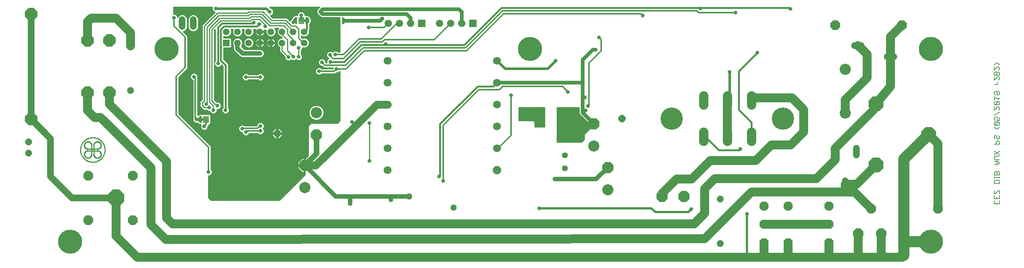
<source format=gbl>
G75*
%MOIN*%
%OFA0B0*%
%FSLAX25Y25*%
%IPPOS*%
%LPD*%
%AMOC8*
5,1,8,0,0,1.08239X$1,22.5*
%
%ADD10C,0.00500*%
%ADD11C,0.01000*%
%ADD12C,0.00100*%
%ADD13OC8,0.08850*%
%ADD14C,0.10000*%
%ADD15C,0.06000*%
%ADD16OC8,0.06000*%
%ADD17OC8,0.10000*%
%ADD18C,0.05315*%
%ADD19OC8,0.08268*%
%ADD20C,0.07087*%
%ADD21OC8,0.07087*%
%ADD22OC8,0.13386*%
%ADD23OC8,0.11268*%
%ADD24C,0.20000*%
%ADD25OC8,0.08600*%
%ADD26OC8,0.15000*%
%ADD27C,0.08250*%
%ADD28R,0.06600X0.06600*%
%ADD29C,0.06600*%
%ADD30R,0.05906X0.05906*%
%ADD31C,0.05906*%
%ADD32C,0.05906*%
%ADD33OC8,0.06496*%
%ADD34OC8,0.05400*%
%ADD35OC8,0.05906*%
%ADD36OC8,0.09055*%
%ADD37C,0.00400*%
%ADD38C,0.21654*%
%ADD39C,0.08000*%
%ADD40OC8,0.03175*%
%ADD41C,0.01600*%
%ADD42C,0.02400*%
%ADD43C,0.04000*%
%ADD44C,0.02000*%
%ADD45C,0.10000*%
%ADD46R,0.03175X0.03175*%
%ADD47C,0.01200*%
%ADD48C,0.05000*%
%ADD49C,0.07000*%
%ADD50C,0.03200*%
D10*
X0932541Y0092099D02*
X0932541Y0095102D01*
X0932541Y0096703D02*
X0932541Y0099706D01*
X0932541Y0101307D02*
X0932541Y0104310D01*
X0932541Y0101307D02*
X0933291Y0101307D01*
X0936294Y0104310D01*
X0937045Y0104310D01*
X0937045Y0101307D01*
X0937045Y0099706D02*
X0937045Y0096703D01*
X0932541Y0096703D01*
X0934793Y0096703D02*
X0934793Y0098204D01*
X0937045Y0095102D02*
X0937045Y0092099D01*
X0932541Y0092099D01*
X0934793Y0092099D02*
X0934793Y0093601D01*
X0937045Y0110515D02*
X0937045Y0112767D01*
X0936294Y0113518D01*
X0933291Y0113518D01*
X0932541Y0112767D01*
X0932541Y0110515D01*
X0937045Y0110515D01*
X0937045Y0115119D02*
X0937045Y0116620D01*
X0937045Y0115870D02*
X0932541Y0115870D01*
X0932541Y0116620D02*
X0932541Y0115119D01*
X0932541Y0118188D02*
X0932541Y0120440D01*
X0933291Y0121191D01*
X0934042Y0121191D01*
X0934793Y0120440D01*
X0934793Y0118188D01*
X0937045Y0118188D02*
X0937045Y0120440D01*
X0936294Y0121191D01*
X0935543Y0121191D01*
X0934793Y0120440D01*
X0932541Y0118188D02*
X0937045Y0118188D01*
X0935543Y0127396D02*
X0937045Y0128897D01*
X0935543Y0130399D01*
X0932541Y0130399D01*
X0933291Y0132000D02*
X0932541Y0132751D01*
X0932541Y0134252D01*
X0933291Y0135003D01*
X0937045Y0135003D01*
X0937045Y0136604D02*
X0932541Y0139606D01*
X0932541Y0136604D02*
X0937045Y0139606D01*
X0937045Y0145812D02*
X0937045Y0148064D01*
X0936294Y0148814D01*
X0934793Y0148814D01*
X0934042Y0148064D01*
X0934042Y0145812D01*
X0932541Y0145812D02*
X0937045Y0145812D01*
X0936294Y0150416D02*
X0935543Y0150416D01*
X0934793Y0151166D01*
X0934793Y0152668D01*
X0934042Y0153418D01*
X0933291Y0153418D01*
X0932541Y0152668D01*
X0932541Y0151166D01*
X0933291Y0150416D01*
X0936294Y0150416D02*
X0937045Y0151166D01*
X0937045Y0152668D01*
X0936294Y0153418D01*
X0935543Y0159623D02*
X0937045Y0161125D01*
X0936294Y0162693D02*
X0937045Y0163443D01*
X0937045Y0164945D01*
X0936294Y0165695D01*
X0933291Y0162693D01*
X0932541Y0163443D01*
X0932541Y0164945D01*
X0933291Y0165695D01*
X0936294Y0165695D01*
X0937045Y0167297D02*
X0934793Y0167297D01*
X0935543Y0168798D01*
X0935543Y0169549D01*
X0934793Y0170299D01*
X0933291Y0170299D01*
X0932541Y0169549D01*
X0932541Y0168047D01*
X0933291Y0167297D01*
X0937045Y0167297D02*
X0937045Y0170299D01*
X0937045Y0174903D02*
X0932541Y0171901D01*
X0932541Y0176505D02*
X0935543Y0179507D01*
X0936294Y0179507D01*
X0937045Y0178756D01*
X0937045Y0177255D01*
X0936294Y0176505D01*
X0932541Y0176505D02*
X0932541Y0179507D01*
X0933291Y0181108D02*
X0936294Y0184111D01*
X0933291Y0184111D01*
X0932541Y0183360D01*
X0932541Y0181859D01*
X0933291Y0181108D01*
X0936294Y0181108D01*
X0937045Y0181859D01*
X0937045Y0183360D01*
X0936294Y0184111D01*
X0935543Y0185712D02*
X0937045Y0187214D01*
X0932541Y0187214D01*
X0932541Y0188715D02*
X0932541Y0185712D01*
X0933291Y0190316D02*
X0932541Y0191067D01*
X0932541Y0192568D01*
X0933291Y0193319D01*
X0936294Y0193319D01*
X0937045Y0192568D01*
X0937045Y0191067D01*
X0936294Y0190316D01*
X0935543Y0190316D01*
X0934793Y0191067D01*
X0934793Y0193319D01*
X0935543Y0199524D02*
X0932541Y0199524D01*
X0934042Y0199524D02*
X0935543Y0201025D01*
X0935543Y0201776D01*
X0936294Y0203361D02*
X0937045Y0204111D01*
X0937045Y0205613D01*
X0936294Y0206363D01*
X0935543Y0206363D01*
X0932541Y0203361D01*
X0932541Y0206363D01*
X0932541Y0207965D02*
X0932541Y0210217D01*
X0933291Y0210967D01*
X0934042Y0210967D01*
X0934793Y0210217D01*
X0934793Y0207965D01*
X0937045Y0207965D02*
X0937045Y0210217D01*
X0936294Y0210967D01*
X0935543Y0210967D01*
X0934793Y0210217D01*
X0936294Y0212569D02*
X0937045Y0213319D01*
X0937045Y0214821D01*
X0936294Y0215571D01*
X0935543Y0215571D01*
X0932541Y0212569D01*
X0932541Y0215571D01*
X0932541Y0217173D02*
X0934042Y0218674D01*
X0935543Y0218674D01*
X0937045Y0217173D01*
X0937045Y0207965D02*
X0932541Y0207965D01*
X0933291Y0162693D02*
X0936294Y0162693D01*
X0935543Y0159623D02*
X0934042Y0159623D01*
X0932541Y0161125D01*
X0933291Y0132000D02*
X0937045Y0132000D01*
X0934793Y0130399D02*
X0934793Y0127396D01*
X0935543Y0127396D02*
X0932541Y0127396D01*
D11*
X0569822Y0160992D02*
X0563822Y0154992D01*
X0563822Y0150242D01*
X0561572Y0147992D01*
X0539522Y0147992D01*
X0539522Y0178742D01*
X0559072Y0178742D01*
X0559072Y0173492D01*
X0566572Y0165992D01*
X0569822Y0165992D01*
X0569822Y0160992D01*
X0569822Y0161306D02*
X0539522Y0161306D01*
X0539522Y0160308D02*
X0569138Y0160308D01*
X0568139Y0159309D02*
X0539522Y0159309D01*
X0539522Y0158311D02*
X0567141Y0158311D01*
X0566142Y0157312D02*
X0539522Y0157312D01*
X0539522Y0156313D02*
X0565144Y0156313D01*
X0564145Y0155315D02*
X0539522Y0155315D01*
X0539522Y0154316D02*
X0563822Y0154316D01*
X0563822Y0153318D02*
X0539522Y0153318D01*
X0539522Y0152319D02*
X0563822Y0152319D01*
X0563822Y0151321D02*
X0539522Y0151321D01*
X0539522Y0150322D02*
X0563822Y0150322D01*
X0562904Y0149324D02*
X0539522Y0149324D01*
X0539522Y0148325D02*
X0561906Y0148325D01*
X0569822Y0162305D02*
X0539522Y0162305D01*
X0539522Y0163303D02*
X0569822Y0163303D01*
X0569822Y0164302D02*
X0539522Y0164302D01*
X0539522Y0165300D02*
X0569822Y0165300D01*
X0566266Y0166299D02*
X0539522Y0166299D01*
X0539522Y0167297D02*
X0565267Y0167297D01*
X0564269Y0168296D02*
X0539522Y0168296D01*
X0539522Y0169294D02*
X0563270Y0169294D01*
X0562272Y0170293D02*
X0539522Y0170293D01*
X0539522Y0171291D02*
X0561273Y0171291D01*
X0560275Y0172290D02*
X0539522Y0172290D01*
X0539522Y0173288D02*
X0559276Y0173288D01*
X0559072Y0174287D02*
X0539522Y0174287D01*
X0539522Y0175285D02*
X0559072Y0175285D01*
X0559072Y0176284D02*
X0539522Y0176284D01*
X0539522Y0177282D02*
X0559072Y0177282D01*
X0559072Y0178281D02*
X0539522Y0178281D01*
X0528072Y0178281D02*
X0505322Y0178281D01*
X0505322Y0178742D02*
X0528072Y0178742D01*
X0528072Y0161492D01*
X0519572Y0161492D01*
X0519572Y0165992D01*
X0518322Y0167242D01*
X0505322Y0167242D01*
X0505322Y0178742D01*
X0505322Y0177282D02*
X0528072Y0177282D01*
X0528072Y0176284D02*
X0505322Y0176284D01*
X0505322Y0175285D02*
X0528072Y0175285D01*
X0528072Y0174287D02*
X0505322Y0174287D01*
X0505322Y0173288D02*
X0528072Y0173288D01*
X0528072Y0172290D02*
X0505322Y0172290D01*
X0505322Y0171291D02*
X0528072Y0171291D01*
X0528072Y0170293D02*
X0505322Y0170293D01*
X0505322Y0169294D02*
X0528072Y0169294D01*
X0528072Y0168296D02*
X0505322Y0168296D01*
X0505322Y0167297D02*
X0528072Y0167297D01*
X0528072Y0166299D02*
X0519266Y0166299D01*
X0519572Y0165300D02*
X0528072Y0165300D01*
X0528072Y0164302D02*
X0519572Y0164302D01*
X0519572Y0163303D02*
X0528072Y0163303D01*
X0528072Y0162305D02*
X0519572Y0162305D01*
X0562572Y0176242D02*
X0565072Y0176242D01*
X0564322Y0187742D02*
X0562572Y0187742D01*
X0370822Y0164742D02*
X0370822Y0130742D01*
X0315822Y0135492D02*
X0313372Y0133042D01*
X0313322Y0133042D01*
X0313322Y0129742D01*
X0312322Y0129742D01*
X0312322Y0133042D01*
X0310213Y0133042D01*
X0306522Y0129352D01*
X0306522Y0127242D01*
X0308322Y0127242D01*
X0308322Y0126242D01*
X0306522Y0126242D01*
X0306522Y0124133D01*
X0310213Y0120442D01*
X0312322Y0120442D01*
X0312322Y0123687D01*
X0312822Y0123492D01*
X0312822Y0118492D01*
X0289822Y0095492D01*
X0228572Y0095492D01*
X0226322Y0097742D01*
X0226322Y0117455D01*
X0227434Y0117455D01*
X0229360Y0119380D01*
X0229360Y0122104D01*
X0228372Y0123091D01*
X0228372Y0144195D01*
X0227025Y0145542D01*
X0199372Y0173195D01*
X0199372Y0205789D01*
X0207372Y0213789D01*
X0207372Y0243195D01*
X0203430Y0247137D01*
X0203498Y0247137D01*
X0205208Y0247845D01*
X0206517Y0249154D01*
X0207225Y0250864D01*
X0207225Y0258620D01*
X0206517Y0260330D01*
X0205208Y0261639D01*
X0203498Y0262348D01*
X0201647Y0262348D01*
X0199937Y0261639D01*
X0198628Y0260330D01*
X0198360Y0259683D01*
X0198360Y0260854D01*
X0196434Y0262780D01*
X0194822Y0262780D01*
X0194822Y0269016D01*
X0229535Y0269016D01*
X0229535Y0266630D01*
X0231461Y0264705D01*
X0231924Y0264705D01*
X0231872Y0264653D01*
X0220372Y0253153D01*
X0220372Y0186153D01*
X0219911Y0185692D01*
X0218622Y0184403D01*
X0218622Y0179581D01*
X0219911Y0178292D01*
X0221661Y0176542D01*
X0224373Y0176542D01*
X0225461Y0175455D01*
X0227285Y0175455D01*
X0227285Y0175130D01*
X0229211Y0173205D01*
X0231934Y0173205D01*
X0233860Y0175130D01*
X0233860Y0177205D01*
X0235684Y0177205D01*
X0237610Y0179130D01*
X0237610Y0181854D01*
X0235684Y0183780D01*
X0233396Y0183780D01*
X0231522Y0185653D01*
X0231522Y0248331D01*
X0232322Y0249131D01*
X0232322Y0220641D01*
X0231535Y0219854D01*
X0231535Y0217130D01*
X0233461Y0215205D01*
X0236184Y0215205D01*
X0238004Y0217025D01*
X0239072Y0215957D01*
X0239072Y0178641D01*
X0238285Y0177854D01*
X0238285Y0175130D01*
X0240211Y0173205D01*
X0242934Y0173205D01*
X0244860Y0175130D01*
X0244860Y0177854D01*
X0244072Y0178641D01*
X0244072Y0217489D01*
X0243692Y0218408D01*
X0239822Y0222278D01*
X0239822Y0232339D01*
X0245979Y0232339D01*
X0246975Y0233335D01*
X0246975Y0240649D01*
X0245979Y0241645D01*
X0239822Y0241645D01*
X0239822Y0242992D01*
X0241397Y0242339D01*
X0243248Y0242339D01*
X0244958Y0243048D01*
X0246267Y0244357D01*
X0246975Y0246067D01*
X0246975Y0247918D01*
X0246426Y0249242D01*
X0248218Y0249242D01*
X0247670Y0247918D01*
X0247670Y0246067D01*
X0248378Y0244357D01*
X0249687Y0243048D01*
X0251397Y0242339D01*
X0253248Y0242339D01*
X0254958Y0243048D01*
X0256267Y0244357D01*
X0256975Y0246067D01*
X0256975Y0247918D01*
X0256426Y0249242D01*
X0258218Y0249242D01*
X0257670Y0247918D01*
X0257670Y0246067D01*
X0258378Y0244357D01*
X0259687Y0243048D01*
X0261397Y0242339D01*
X0263248Y0242339D01*
X0264958Y0243048D01*
X0266267Y0244357D01*
X0266975Y0246067D01*
X0266975Y0247918D01*
X0266426Y0249242D01*
X0268700Y0249242D01*
X0268685Y0249221D01*
X0268381Y0248625D01*
X0268174Y0247988D01*
X0268093Y0247476D01*
X0271838Y0247476D01*
X0271838Y0246508D01*
X0268093Y0246508D01*
X0268174Y0245996D01*
X0268381Y0245360D01*
X0268685Y0244763D01*
X0269078Y0244222D01*
X0269552Y0243748D01*
X0270093Y0243355D01*
X0270690Y0243051D01*
X0271326Y0242844D01*
X0271838Y0242763D01*
X0271838Y0246508D01*
X0272807Y0246508D01*
X0272807Y0247476D01*
X0276551Y0247476D01*
X0276470Y0247988D01*
X0276319Y0248455D01*
X0277892Y0248455D01*
X0277670Y0247918D01*
X0277670Y0246067D01*
X0278378Y0244357D01*
X0279687Y0243048D01*
X0281397Y0242339D01*
X0283248Y0242339D01*
X0284958Y0243048D01*
X0286267Y0244357D01*
X0286975Y0246067D01*
X0286975Y0247918D01*
X0286267Y0249628D01*
X0285602Y0250292D01*
X0289042Y0250292D01*
X0288378Y0249628D01*
X0287670Y0247918D01*
X0287670Y0246067D01*
X0288378Y0244357D01*
X0289687Y0243048D01*
X0291340Y0242363D01*
X0292058Y0241645D01*
X0291397Y0241645D01*
X0289687Y0240937D01*
X0288378Y0239628D01*
X0287670Y0237918D01*
X0287670Y0236067D01*
X0288378Y0234357D01*
X0289687Y0233048D01*
X0290122Y0232867D01*
X0290122Y0229081D01*
X0294785Y0224418D01*
X0294785Y0222880D01*
X0296711Y0220955D01*
X0299434Y0220955D01*
X0300447Y0221968D01*
X0301211Y0221205D01*
X0303934Y0221205D01*
X0304947Y0222218D01*
X0305961Y0221205D01*
X0308684Y0221205D01*
X0310610Y0223130D01*
X0310610Y0225854D01*
X0309522Y0226941D01*
X0309522Y0230043D01*
X0310610Y0231130D01*
X0310610Y0232665D01*
X0311397Y0232339D01*
X0313248Y0232339D01*
X0314958Y0233048D01*
X0316267Y0234357D01*
X0316975Y0236067D01*
X0316975Y0237918D01*
X0316267Y0239628D01*
X0314958Y0240937D01*
X0313248Y0241645D01*
X0311397Y0241645D01*
X0310431Y0241245D01*
X0309522Y0242153D01*
X0309522Y0243212D01*
X0309687Y0243048D01*
X0311397Y0242339D01*
X0313248Y0242339D01*
X0314958Y0243048D01*
X0316267Y0244357D01*
X0316975Y0246067D01*
X0316975Y0247918D01*
X0316852Y0248214D01*
X0317072Y0248745D01*
X0317072Y0253988D01*
X0317195Y0254089D01*
X0317268Y0254111D01*
X0317305Y0254179D01*
X0317364Y0254228D01*
X0317372Y0254304D01*
X0317529Y0254598D01*
X0317740Y0254856D01*
X0317808Y0254892D01*
X0317830Y0254966D01*
X0317879Y0255026D01*
X0317872Y0255102D01*
X0317968Y0255421D01*
X0318126Y0255715D01*
X0318185Y0255764D01*
X0318193Y0255841D01*
X0318229Y0255908D01*
X0318207Y0255982D01*
X0318239Y0256314D01*
X0318336Y0256633D01*
X0318385Y0256692D01*
X0318377Y0256769D01*
X0318400Y0256843D01*
X0318363Y0256910D01*
X0318331Y0257242D01*
X0318363Y0257574D01*
X0318400Y0257642D01*
X0318377Y0257715D01*
X0318385Y0257792D01*
X0318336Y0257851D01*
X0318239Y0258170D01*
X0318207Y0258502D01*
X0318229Y0258576D01*
X0318193Y0258644D01*
X0318185Y0258720D01*
X0318126Y0258769D01*
X0317968Y0259063D01*
X0317872Y0259382D01*
X0317879Y0259459D01*
X0317830Y0259518D01*
X0317808Y0259592D01*
X0317740Y0259628D01*
X0317529Y0259886D01*
X0317372Y0260180D01*
X0317364Y0260256D01*
X0317305Y0260305D01*
X0317268Y0260373D01*
X0317195Y0260395D01*
X0316937Y0260607D01*
X0316726Y0260865D01*
X0316703Y0260938D01*
X0316635Y0260974D01*
X0316586Y0261034D01*
X0316510Y0261041D01*
X0316216Y0261199D01*
X0315958Y0261410D01*
X0315922Y0261478D01*
X0315848Y0261500D01*
X0315789Y0261549D01*
X0315712Y0261542D01*
X0315393Y0261638D01*
X0315099Y0261795D01*
X0315050Y0261855D01*
X0314974Y0261863D01*
X0314906Y0261899D01*
X0314832Y0261876D01*
X0314501Y0261909D01*
X0314328Y0261962D01*
X0314297Y0261992D01*
X0314227Y0261992D01*
X0313972Y0262070D01*
X0313827Y0261992D01*
X0313658Y0261992D01*
X0313022Y0262055D01*
X0312946Y0261992D01*
X0312860Y0261992D01*
X0312860Y0263104D01*
X0310934Y0265030D01*
X0308211Y0265030D01*
X0306285Y0263104D01*
X0306285Y0261992D01*
X0306198Y0261992D01*
X0306122Y0262055D01*
X0305486Y0261992D01*
X0305317Y0261992D01*
X0305173Y0262070D01*
X0304917Y0261992D01*
X0304847Y0261992D01*
X0304817Y0261962D01*
X0304644Y0261909D01*
X0304312Y0261876D01*
X0304239Y0261899D01*
X0304171Y0261863D01*
X0304094Y0261855D01*
X0304045Y0261795D01*
X0303751Y0261638D01*
X0303432Y0261542D01*
X0303356Y0261549D01*
X0303296Y0261500D01*
X0303223Y0261478D01*
X0303186Y0261410D01*
X0302929Y0261199D01*
X0302635Y0261041D01*
X0302558Y0261034D01*
X0302509Y0260974D01*
X0302441Y0260938D01*
X0302419Y0260865D01*
X0302208Y0260607D01*
X0301950Y0260395D01*
X0301876Y0260373D01*
X0301840Y0260305D01*
X0301780Y0260256D01*
X0301773Y0260180D01*
X0301616Y0259886D01*
X0301404Y0259628D01*
X0301336Y0259592D01*
X0301314Y0259518D01*
X0301265Y0259459D01*
X0301273Y0259382D01*
X0301176Y0259063D01*
X0301019Y0258769D01*
X0300959Y0258720D01*
X0300952Y0258644D01*
X0300916Y0258576D01*
X0300937Y0258506D01*
X0299303Y0256872D01*
X0296734Y0259442D01*
X0283984Y0259442D01*
X0281971Y0261455D01*
X0282684Y0261455D01*
X0284610Y0263380D01*
X0284610Y0266104D01*
X0282684Y0268030D01*
X0282136Y0268030D01*
X0281150Y0269016D01*
X0325929Y0269016D01*
X0324953Y0268040D01*
X0324025Y0267111D01*
X0324012Y0267081D01*
X0323535Y0266604D01*
X0323535Y0265929D01*
X0323522Y0265899D01*
X0323522Y0264336D01*
X0323535Y0264305D01*
X0323535Y0263880D01*
X0323835Y0263580D01*
X0324025Y0263123D01*
X0326953Y0260195D01*
X0328166Y0259692D01*
X0344072Y0259692D01*
X0344072Y0228792D01*
X0342421Y0228792D01*
X0341434Y0229780D01*
X0338711Y0229780D01*
X0337697Y0228766D01*
X0336934Y0229530D01*
X0334211Y0229530D01*
X0332285Y0227604D01*
X0332285Y0224880D01*
X0334173Y0222992D01*
X0332535Y0221354D01*
X0332535Y0219042D01*
X0331775Y0219042D01*
X0331360Y0219457D01*
X0331360Y0220854D01*
X0329434Y0222780D01*
X0326711Y0222780D01*
X0324785Y0220854D01*
X0324785Y0218130D01*
X0326711Y0216205D01*
X0328107Y0216205D01*
X0329870Y0214442D01*
X0338035Y0214442D01*
X0338035Y0213792D01*
X0327921Y0213792D01*
X0326934Y0214780D01*
X0324211Y0214780D01*
X0322285Y0212854D01*
X0322285Y0210130D01*
X0324211Y0208205D01*
X0326934Y0208205D01*
X0327921Y0209192D01*
X0340275Y0209192D01*
X0341288Y0210205D01*
X0342684Y0210205D01*
X0343671Y0211192D01*
X0344072Y0211192D01*
X0344072Y0166742D01*
X0342072Y0164742D01*
X0318072Y0164742D01*
X0315822Y0162492D01*
X0315822Y0135492D01*
X0315675Y0135345D02*
X0228372Y0135345D01*
X0228372Y0136343D02*
X0315822Y0136343D01*
X0315822Y0137342D02*
X0228372Y0137342D01*
X0228372Y0138340D02*
X0315822Y0138340D01*
X0315822Y0139339D02*
X0228372Y0139339D01*
X0228372Y0140337D02*
X0315822Y0140337D01*
X0315822Y0141336D02*
X0228372Y0141336D01*
X0228372Y0142334D02*
X0315822Y0142334D01*
X0315822Y0143333D02*
X0228372Y0143333D01*
X0228236Y0144331D02*
X0315822Y0144331D01*
X0315822Y0145330D02*
X0227237Y0145330D01*
X0226239Y0146328D02*
X0315822Y0146328D01*
X0315822Y0147327D02*
X0225240Y0147327D01*
X0224242Y0148325D02*
X0315822Y0148325D01*
X0315822Y0149324D02*
X0223243Y0149324D01*
X0222245Y0150322D02*
X0315822Y0150322D01*
X0315822Y0151321D02*
X0290333Y0151321D01*
X0289956Y0150944D02*
X0292620Y0153608D01*
X0292620Y0154992D01*
X0288572Y0154992D01*
X0288572Y0150944D01*
X0289956Y0150944D01*
X0288572Y0151321D02*
X0287572Y0151321D01*
X0287572Y0150944D02*
X0286188Y0150944D01*
X0283524Y0153608D01*
X0283524Y0154992D01*
X0287572Y0154992D01*
X0287572Y0155992D01*
X0283524Y0155992D01*
X0283524Y0157376D01*
X0286188Y0160040D01*
X0287572Y0160040D01*
X0287572Y0155992D01*
X0288572Y0155992D01*
X0288572Y0160040D01*
X0289956Y0160040D01*
X0292620Y0157376D01*
X0292620Y0155992D01*
X0288572Y0155992D01*
X0288572Y0154992D01*
X0287572Y0154992D01*
X0287572Y0150944D01*
X0287572Y0152319D02*
X0288572Y0152319D01*
X0288572Y0153318D02*
X0287572Y0153318D01*
X0287572Y0154316D02*
X0288572Y0154316D01*
X0288572Y0155315D02*
X0315822Y0155315D01*
X0315822Y0156313D02*
X0292620Y0156313D01*
X0292620Y0157312D02*
X0315822Y0157312D01*
X0315822Y0158311D02*
X0291686Y0158311D01*
X0290687Y0159309D02*
X0315822Y0159309D01*
X0315822Y0160308D02*
X0275537Y0160308D01*
X0275221Y0159992D02*
X0276110Y0160880D01*
X0276110Y0163604D01*
X0274184Y0165530D01*
X0271461Y0165530D01*
X0269535Y0163604D01*
X0269535Y0162707D01*
X0269370Y0162542D01*
X0258421Y0162542D01*
X0257934Y0163030D01*
X0255211Y0163030D01*
X0253285Y0161104D01*
X0253285Y0158380D01*
X0255211Y0156455D01*
X0256535Y0156455D01*
X0256535Y0155380D01*
X0258461Y0153455D01*
X0261184Y0153455D01*
X0263110Y0155380D01*
X0263110Y0155442D01*
X0270473Y0155442D01*
X0271461Y0154455D01*
X0274184Y0154455D01*
X0276110Y0156380D01*
X0276110Y0159104D01*
X0275221Y0159992D01*
X0275904Y0159309D02*
X0285457Y0159309D01*
X0284459Y0158311D02*
X0276110Y0158311D01*
X0276110Y0157312D02*
X0283524Y0157312D01*
X0283524Y0156313D02*
X0276043Y0156313D01*
X0275044Y0155315D02*
X0287572Y0155315D01*
X0287572Y0156313D02*
X0288572Y0156313D01*
X0288572Y0157312D02*
X0287572Y0157312D01*
X0287572Y0158311D02*
X0288572Y0158311D01*
X0288572Y0159309D02*
X0287572Y0159309D01*
X0283524Y0154316D02*
X0262046Y0154316D01*
X0263044Y0155315D02*
X0270600Y0155315D01*
X0257599Y0154316D02*
X0218251Y0154316D01*
X0219249Y0153318D02*
X0283815Y0153318D01*
X0284813Y0152319D02*
X0220248Y0152319D01*
X0221246Y0151321D02*
X0285812Y0151321D01*
X0291331Y0152319D02*
X0315822Y0152319D01*
X0315822Y0153318D02*
X0292330Y0153318D01*
X0292620Y0154316D02*
X0315822Y0154316D01*
X0315822Y0161306D02*
X0276110Y0161306D01*
X0276110Y0162305D02*
X0315822Y0162305D01*
X0316633Y0163303D02*
X0276110Y0163303D01*
X0275412Y0164302D02*
X0317632Y0164302D01*
X0319277Y0168562D02*
X0321740Y0167542D01*
X0324405Y0167542D01*
X0326867Y0168562D01*
X0328752Y0170447D01*
X0329772Y0172909D01*
X0329772Y0175575D01*
X0328752Y0178037D01*
X0326867Y0179922D01*
X0324405Y0180942D01*
X0321740Y0180942D01*
X0319277Y0179922D01*
X0317392Y0178037D01*
X0316372Y0175575D01*
X0316372Y0172909D01*
X0317392Y0170447D01*
X0319277Y0168562D01*
X0319920Y0168296D02*
X0228022Y0168296D01*
X0228022Y0169294D02*
X0318545Y0169294D01*
X0317547Y0170293D02*
X0228022Y0170293D01*
X0228022Y0171291D02*
X0317043Y0171291D01*
X0316629Y0172290D02*
X0227562Y0172290D01*
X0228022Y0171829D02*
X0226909Y0172942D01*
X0220735Y0172942D01*
X0220666Y0172873D01*
X0220547Y0172992D01*
X0220448Y0172992D01*
X0220372Y0173055D01*
X0219736Y0172992D01*
X0219567Y0172992D01*
X0219423Y0173070D01*
X0219167Y0172992D01*
X0219097Y0172992D01*
X0219067Y0172962D01*
X0218894Y0172909D01*
X0218562Y0172876D01*
X0218489Y0172899D01*
X0218421Y0172863D01*
X0218344Y0172855D01*
X0218295Y0172795D01*
X0218001Y0172638D01*
X0217682Y0172542D01*
X0217606Y0172549D01*
X0217546Y0172500D01*
X0217473Y0172478D01*
X0217436Y0172410D01*
X0217179Y0172199D01*
X0216885Y0172041D01*
X0216808Y0172034D01*
X0216759Y0171974D01*
X0216691Y0171938D01*
X0216669Y0171865D01*
X0216622Y0171808D01*
X0216622Y0206195D01*
X0216360Y0206457D01*
X0216360Y0207854D01*
X0214434Y0209780D01*
X0211711Y0209780D01*
X0209785Y0207854D01*
X0209785Y0205130D01*
X0211711Y0203205D01*
X0212022Y0203205D01*
X0212022Y0168539D01*
X0212285Y0168277D01*
X0212285Y0166880D01*
X0214211Y0164955D01*
X0216363Y0164955D01*
X0216458Y0164877D01*
X0216669Y0164620D01*
X0216691Y0164546D01*
X0216759Y0164510D01*
X0216808Y0164450D01*
X0216885Y0164443D01*
X0217179Y0164286D01*
X0217436Y0164074D01*
X0217473Y0164006D01*
X0217546Y0163984D01*
X0217606Y0163935D01*
X0217682Y0163943D01*
X0218001Y0163846D01*
X0218295Y0163689D01*
X0218344Y0163629D01*
X0218421Y0163622D01*
X0218489Y0163585D01*
X0218562Y0163608D01*
X0218894Y0163575D01*
X0219067Y0163523D01*
X0219097Y0163492D01*
X0219167Y0163492D01*
X0219364Y0163433D01*
X0219035Y0163104D01*
X0219035Y0160380D01*
X0220961Y0158455D01*
X0223684Y0158455D01*
X0225610Y0160380D01*
X0225610Y0161777D01*
X0226372Y0162539D01*
X0226372Y0163542D01*
X0226909Y0163542D01*
X0228022Y0164655D01*
X0228022Y0171829D01*
X0229127Y0173288D02*
X0216622Y0173288D01*
X0216622Y0172290D02*
X0217290Y0172290D01*
X0216622Y0174287D02*
X0228129Y0174287D01*
X0227285Y0175285D02*
X0216622Y0175285D01*
X0216622Y0176284D02*
X0224632Y0176284D01*
X0222572Y0178742D02*
X0220822Y0180492D01*
X0220822Y0183492D01*
X0222572Y0185242D01*
X0222572Y0252242D01*
X0234072Y0263742D01*
X0261072Y0263742D01*
X0262322Y0264992D01*
X0275322Y0264992D01*
X0283072Y0257242D01*
X0295822Y0257242D01*
X0300822Y0252242D01*
X0304572Y0252242D01*
X0307322Y0249492D01*
X0307322Y0241242D01*
X0311572Y0236992D01*
X0312322Y0236992D01*
X0316614Y0235196D02*
X0344072Y0235196D01*
X0344072Y0236194D02*
X0316975Y0236194D01*
X0316975Y0237193D02*
X0344072Y0237193D01*
X0344072Y0238191D02*
X0316862Y0238191D01*
X0316448Y0239190D02*
X0344072Y0239190D01*
X0344072Y0240188D02*
X0315706Y0240188D01*
X0314353Y0241187D02*
X0344072Y0241187D01*
X0344072Y0242185D02*
X0309522Y0242185D01*
X0309522Y0243184D02*
X0309550Y0243184D01*
X0315094Y0243184D02*
X0344072Y0243184D01*
X0344072Y0244182D02*
X0316093Y0244182D01*
X0316608Y0245181D02*
X0344072Y0245181D01*
X0344072Y0246180D02*
X0316975Y0246180D01*
X0316975Y0247178D02*
X0344072Y0247178D01*
X0344072Y0248177D02*
X0316868Y0248177D01*
X0317072Y0249175D02*
X0344072Y0249175D01*
X0344072Y0250174D02*
X0317072Y0250174D01*
X0317072Y0251172D02*
X0344072Y0251172D01*
X0344072Y0252171D02*
X0317072Y0252171D01*
X0317072Y0253169D02*
X0344072Y0253169D01*
X0344072Y0254168D02*
X0317298Y0254168D01*
X0317891Y0255166D02*
X0344072Y0255166D01*
X0344072Y0256165D02*
X0318225Y0256165D01*
X0318338Y0257163D02*
X0344072Y0257163D01*
X0344072Y0258162D02*
X0318242Y0258162D01*
X0317939Y0259160D02*
X0344072Y0259160D01*
X0327040Y0260159D02*
X0317383Y0260159D01*
X0316293Y0261157D02*
X0325990Y0261157D01*
X0324992Y0262156D02*
X0312860Y0262156D01*
X0312809Y0263154D02*
X0324012Y0263154D01*
X0323535Y0264153D02*
X0311811Y0264153D01*
X0307334Y0264153D02*
X0284610Y0264153D01*
X0284610Y0265151D02*
X0323522Y0265151D01*
X0323535Y0266150D02*
X0284564Y0266150D01*
X0283565Y0267148D02*
X0324061Y0267148D01*
X0325060Y0268147D02*
X0282019Y0268147D01*
X0284383Y0263154D02*
X0306335Y0263154D01*
X0306285Y0262156D02*
X0283385Y0262156D01*
X0282268Y0261157D02*
X0302851Y0261157D01*
X0301762Y0260159D02*
X0283267Y0260159D01*
X0282322Y0254742D02*
X0274322Y0262742D01*
X0263322Y0262742D01*
X0262072Y0261492D01*
X0235072Y0261492D01*
X0224822Y0251242D01*
X0224822Y0182742D01*
X0224072Y0181992D01*
X0227072Y0183742D02*
X0227072Y0250242D01*
X0236072Y0259242D01*
X0263072Y0259242D01*
X0264322Y0260492D01*
X0273322Y0260492D01*
X0281322Y0252492D01*
X0294072Y0252492D01*
X0297322Y0249242D01*
X0297322Y0244992D01*
X0302322Y0239992D01*
X0302322Y0236992D01*
X0297072Y0239742D02*
X0297072Y0229992D01*
X0302572Y0224492D01*
X0304944Y0222215D02*
X0304950Y0222215D01*
X0305949Y0221217D02*
X0303946Y0221217D01*
X0301199Y0221217D02*
X0299696Y0221217D01*
X0296449Y0221217D02*
X0240883Y0221217D01*
X0239885Y0222215D02*
X0295450Y0222215D01*
X0294785Y0223214D02*
X0239822Y0223214D01*
X0239822Y0224212D02*
X0255072Y0224212D01*
X0254726Y0224355D02*
X0256086Y0223792D01*
X0270308Y0223792D01*
X0273308Y0223792D01*
X0274668Y0224355D01*
X0275709Y0225396D01*
X0276272Y0226756D01*
X0276272Y0228228D01*
X0275709Y0229588D01*
X0274668Y0230629D01*
X0273308Y0231192D01*
X0258355Y0231192D01*
X0256022Y0233525D01*
X0256022Y0234112D01*
X0256267Y0234357D01*
X0256975Y0236067D01*
X0256975Y0237918D01*
X0256267Y0239628D01*
X0254958Y0240937D01*
X0253248Y0241645D01*
X0251397Y0241645D01*
X0249687Y0240937D01*
X0248378Y0239628D01*
X0247670Y0237918D01*
X0247670Y0236067D01*
X0248378Y0234357D01*
X0248622Y0234112D01*
X0248622Y0231256D01*
X0249186Y0229896D01*
X0254726Y0224355D01*
X0253871Y0225211D02*
X0239822Y0225211D01*
X0239822Y0226209D02*
X0252873Y0226209D01*
X0251874Y0227208D02*
X0239822Y0227208D01*
X0239822Y0228206D02*
X0250875Y0228206D01*
X0249877Y0229205D02*
X0239822Y0229205D01*
X0239822Y0230203D02*
X0249058Y0230203D01*
X0248645Y0231202D02*
X0239822Y0231202D01*
X0239822Y0232200D02*
X0248622Y0232200D01*
X0248622Y0233199D02*
X0246839Y0233199D01*
X0246975Y0234197D02*
X0248537Y0234197D01*
X0248030Y0235196D02*
X0246975Y0235196D01*
X0246975Y0236194D02*
X0247670Y0236194D01*
X0247670Y0237193D02*
X0246975Y0237193D01*
X0246975Y0238191D02*
X0247783Y0238191D01*
X0248197Y0239190D02*
X0246975Y0239190D01*
X0246975Y0240188D02*
X0248939Y0240188D01*
X0250291Y0241187D02*
X0246437Y0241187D01*
X0245094Y0243184D02*
X0249550Y0243184D01*
X0248552Y0244182D02*
X0246093Y0244182D01*
X0246608Y0245181D02*
X0248036Y0245181D01*
X0247670Y0246180D02*
X0246975Y0246180D01*
X0246975Y0247178D02*
X0247670Y0247178D01*
X0247777Y0248177D02*
X0246868Y0248177D01*
X0246454Y0249175D02*
X0248190Y0249175D01*
X0256454Y0249175D02*
X0258190Y0249175D01*
X0257777Y0248177D02*
X0256868Y0248177D01*
X0256975Y0247178D02*
X0257670Y0247178D01*
X0257670Y0246180D02*
X0256975Y0246180D01*
X0256608Y0245181D02*
X0258036Y0245181D01*
X0258552Y0244182D02*
X0256093Y0244182D01*
X0255094Y0243184D02*
X0259550Y0243184D01*
X0260291Y0241187D02*
X0254353Y0241187D01*
X0255706Y0240188D02*
X0258939Y0240188D01*
X0258378Y0239628D02*
X0257670Y0237918D01*
X0257670Y0236067D01*
X0258378Y0234357D01*
X0259687Y0233048D01*
X0261397Y0232339D01*
X0263248Y0232339D01*
X0264958Y0233048D01*
X0266267Y0234357D01*
X0266975Y0236067D01*
X0266975Y0237918D01*
X0266267Y0239628D01*
X0264958Y0240937D01*
X0263248Y0241645D01*
X0261397Y0241645D01*
X0259687Y0240937D01*
X0258378Y0239628D01*
X0258197Y0239190D02*
X0256448Y0239190D01*
X0256862Y0238191D02*
X0257783Y0238191D01*
X0257670Y0237193D02*
X0256975Y0237193D01*
X0256975Y0236194D02*
X0257670Y0236194D01*
X0258030Y0235196D02*
X0256614Y0235196D01*
X0256107Y0234197D02*
X0258537Y0234197D01*
X0259536Y0233199D02*
X0256348Y0233199D01*
X0257347Y0232200D02*
X0290122Y0232200D01*
X0290122Y0231202D02*
X0258345Y0231202D01*
X0265109Y0233199D02*
X0270399Y0233199D01*
X0270690Y0233051D02*
X0271326Y0232844D01*
X0271838Y0232763D01*
X0271838Y0236508D01*
X0268093Y0236508D01*
X0268174Y0235996D01*
X0268381Y0235360D01*
X0268685Y0234763D01*
X0269078Y0234222D01*
X0269552Y0233748D01*
X0270093Y0233355D01*
X0270690Y0233051D01*
X0271838Y0233199D02*
X0272807Y0233199D01*
X0272807Y0232763D02*
X0273318Y0232844D01*
X0273955Y0233051D01*
X0274551Y0233355D01*
X0275093Y0233748D01*
X0275566Y0234222D01*
X0275960Y0234763D01*
X0276263Y0235360D01*
X0276470Y0235996D01*
X0276551Y0236508D01*
X0272807Y0236508D01*
X0272807Y0237476D01*
X0276551Y0237476D01*
X0276470Y0237988D01*
X0276263Y0238625D01*
X0275960Y0239221D01*
X0275566Y0239763D01*
X0275093Y0240236D01*
X0274551Y0240629D01*
X0273955Y0240933D01*
X0273318Y0241140D01*
X0272807Y0241221D01*
X0272807Y0237476D01*
X0271838Y0237476D01*
X0271838Y0236508D01*
X0272807Y0236508D01*
X0272807Y0232763D01*
X0272807Y0234197D02*
X0271838Y0234197D01*
X0271838Y0235196D02*
X0272807Y0235196D01*
X0272807Y0236194D02*
X0271838Y0236194D01*
X0271838Y0237193D02*
X0266975Y0237193D01*
X0266975Y0236194D02*
X0268143Y0236194D01*
X0268465Y0235196D02*
X0266614Y0235196D01*
X0266107Y0234197D02*
X0269103Y0234197D01*
X0272807Y0237193D02*
X0281838Y0237193D01*
X0281838Y0237476D02*
X0281838Y0236508D01*
X0278093Y0236508D01*
X0278174Y0235996D01*
X0278381Y0235360D01*
X0278685Y0234763D01*
X0279078Y0234222D01*
X0279552Y0233748D01*
X0280093Y0233355D01*
X0280690Y0233051D01*
X0281326Y0232844D01*
X0281838Y0232763D01*
X0281838Y0236508D01*
X0282807Y0236508D01*
X0282807Y0237476D01*
X0286551Y0237476D01*
X0286470Y0237988D01*
X0286263Y0238625D01*
X0285960Y0239221D01*
X0285566Y0239763D01*
X0285093Y0240236D01*
X0284551Y0240629D01*
X0283955Y0240933D01*
X0283318Y0241140D01*
X0282807Y0241221D01*
X0282807Y0237476D01*
X0281838Y0237476D01*
X0278093Y0237476D01*
X0278174Y0237988D01*
X0278381Y0238625D01*
X0278685Y0239221D01*
X0279078Y0239763D01*
X0279552Y0240236D01*
X0280093Y0240629D01*
X0280690Y0240933D01*
X0281326Y0241140D01*
X0281838Y0241221D01*
X0281838Y0237476D01*
X0281838Y0238191D02*
X0282807Y0238191D01*
X0282807Y0237193D02*
X0287670Y0237193D01*
X0287670Y0236194D02*
X0286502Y0236194D01*
X0286470Y0235996D02*
X0286551Y0236508D01*
X0282807Y0236508D01*
X0282807Y0232763D01*
X0283318Y0232844D01*
X0283955Y0233051D01*
X0284551Y0233355D01*
X0285093Y0233748D01*
X0285566Y0234222D01*
X0285960Y0234763D01*
X0286263Y0235360D01*
X0286470Y0235996D01*
X0286180Y0235196D02*
X0288030Y0235196D01*
X0288537Y0234197D02*
X0285542Y0234197D01*
X0284245Y0233199D02*
X0289536Y0233199D01*
X0290122Y0230203D02*
X0275094Y0230203D01*
X0275868Y0229205D02*
X0290122Y0229205D01*
X0290997Y0228206D02*
X0276272Y0228206D01*
X0276272Y0227208D02*
X0291995Y0227208D01*
X0292994Y0226209D02*
X0276046Y0226209D01*
X0275523Y0225211D02*
X0293992Y0225211D01*
X0294785Y0224212D02*
X0274323Y0224212D01*
X0292322Y0229992D02*
X0298072Y0224242D01*
X0307322Y0224492D02*
X0307322Y0232492D01*
X0309683Y0230203D02*
X0344072Y0230203D01*
X0344072Y0229205D02*
X0342009Y0229205D01*
X0344072Y0231202D02*
X0310610Y0231202D01*
X0310610Y0232200D02*
X0344072Y0232200D01*
X0344072Y0233199D02*
X0315109Y0233199D01*
X0316107Y0234197D02*
X0344072Y0234197D01*
X0338136Y0229205D02*
X0337259Y0229205D01*
X0333886Y0229205D02*
X0309522Y0229205D01*
X0309522Y0228206D02*
X0332887Y0228206D01*
X0332285Y0227208D02*
X0309522Y0227208D01*
X0310254Y0226209D02*
X0332285Y0226209D01*
X0332285Y0225211D02*
X0310610Y0225211D01*
X0310610Y0224212D02*
X0332953Y0224212D01*
X0333952Y0223214D02*
X0310610Y0223214D01*
X0309694Y0222215D02*
X0326146Y0222215D01*
X0325148Y0221217D02*
X0308696Y0221217D01*
X0324785Y0220218D02*
X0241882Y0220218D01*
X0242880Y0219220D02*
X0324785Y0219220D01*
X0324785Y0218221D02*
X0243769Y0218221D01*
X0244072Y0217223D02*
X0325693Y0217223D01*
X0326691Y0216224D02*
X0244072Y0216224D01*
X0244072Y0215226D02*
X0329086Y0215226D01*
X0327486Y0214227D02*
X0338035Y0214227D01*
X0332535Y0219220D02*
X0331597Y0219220D01*
X0331360Y0220218D02*
X0332535Y0220218D01*
X0332535Y0221217D02*
X0330997Y0221217D01*
X0329998Y0222215D02*
X0333396Y0222215D01*
X0323658Y0214227D02*
X0244072Y0214227D01*
X0244072Y0213229D02*
X0322660Y0213229D01*
X0322285Y0212230D02*
X0244072Y0212230D01*
X0244072Y0211232D02*
X0322285Y0211232D01*
X0322285Y0210233D02*
X0244072Y0210233D01*
X0244072Y0209235D02*
X0258166Y0209235D01*
X0258461Y0209530D02*
X0256535Y0207604D01*
X0256535Y0204880D01*
X0258461Y0202955D01*
X0261184Y0202955D01*
X0262171Y0203942D01*
X0270473Y0203942D01*
X0271461Y0202955D01*
X0274184Y0202955D01*
X0276110Y0204880D01*
X0276110Y0207604D01*
X0274184Y0209530D01*
X0271461Y0209530D01*
X0270473Y0208542D01*
X0262171Y0208542D01*
X0261184Y0209530D01*
X0258461Y0209530D01*
X0257167Y0208236D02*
X0244072Y0208236D01*
X0244072Y0207238D02*
X0256535Y0207238D01*
X0256535Y0206239D02*
X0244072Y0206239D01*
X0244072Y0205241D02*
X0256535Y0205241D01*
X0257173Y0204242D02*
X0244072Y0204242D01*
X0244072Y0203244D02*
X0258172Y0203244D01*
X0261473Y0203244D02*
X0271172Y0203244D01*
X0274473Y0203244D02*
X0344072Y0203244D01*
X0344072Y0204242D02*
X0275471Y0204242D01*
X0276110Y0205241D02*
X0344072Y0205241D01*
X0344072Y0206239D02*
X0276110Y0206239D01*
X0276110Y0207238D02*
X0344072Y0207238D01*
X0344072Y0208236D02*
X0326965Y0208236D01*
X0324179Y0208236D02*
X0275477Y0208236D01*
X0274479Y0209235D02*
X0323181Y0209235D01*
X0340317Y0209235D02*
X0344072Y0209235D01*
X0344072Y0210233D02*
X0342712Y0210233D01*
X0344072Y0202245D02*
X0244072Y0202245D01*
X0244072Y0201246D02*
X0344072Y0201246D01*
X0344072Y0200248D02*
X0244072Y0200248D01*
X0244072Y0199249D02*
X0344072Y0199249D01*
X0344072Y0198251D02*
X0244072Y0198251D01*
X0244072Y0197252D02*
X0344072Y0197252D01*
X0344072Y0196254D02*
X0244072Y0196254D01*
X0244072Y0195255D02*
X0344072Y0195255D01*
X0344072Y0194257D02*
X0244072Y0194257D01*
X0244072Y0193258D02*
X0344072Y0193258D01*
X0344072Y0192260D02*
X0244072Y0192260D01*
X0244072Y0191261D02*
X0344072Y0191261D01*
X0344072Y0190263D02*
X0244072Y0190263D01*
X0244072Y0189264D02*
X0344072Y0189264D01*
X0344072Y0188266D02*
X0244072Y0188266D01*
X0244072Y0187267D02*
X0344072Y0187267D01*
X0344072Y0186269D02*
X0244072Y0186269D01*
X0244072Y0185270D02*
X0344072Y0185270D01*
X0344072Y0184272D02*
X0244072Y0184272D01*
X0244072Y0183273D02*
X0344072Y0183273D01*
X0344072Y0182275D02*
X0244072Y0182275D01*
X0244072Y0181276D02*
X0344072Y0181276D01*
X0344072Y0180278D02*
X0326009Y0180278D01*
X0327510Y0179279D02*
X0344072Y0179279D01*
X0344072Y0178281D02*
X0328509Y0178281D01*
X0329065Y0177282D02*
X0344072Y0177282D01*
X0344072Y0176284D02*
X0329479Y0176284D01*
X0329772Y0175285D02*
X0344072Y0175285D01*
X0344072Y0174287D02*
X0329772Y0174287D01*
X0329772Y0173288D02*
X0344072Y0173288D01*
X0344072Y0172290D02*
X0329516Y0172290D01*
X0329102Y0171291D02*
X0344072Y0171291D01*
X0344072Y0170293D02*
X0328598Y0170293D01*
X0327599Y0169294D02*
X0344072Y0169294D01*
X0344072Y0168296D02*
X0326224Y0168296D01*
X0342630Y0165300D02*
X0274413Y0165300D01*
X0271231Y0165300D02*
X0228022Y0165300D01*
X0228022Y0166299D02*
X0343629Y0166299D01*
X0344072Y0167297D02*
X0228022Y0167297D01*
X0227669Y0164302D02*
X0270233Y0164302D01*
X0269535Y0163303D02*
X0226372Y0163303D01*
X0226137Y0162305D02*
X0254486Y0162305D01*
X0253487Y0161306D02*
X0225610Y0161306D01*
X0225537Y0160308D02*
X0253285Y0160308D01*
X0253285Y0159309D02*
X0224538Y0159309D01*
X0220106Y0159309D02*
X0213258Y0159309D01*
X0212260Y0160308D02*
X0219108Y0160308D01*
X0219035Y0161306D02*
X0211261Y0161306D01*
X0210262Y0162305D02*
X0219035Y0162305D01*
X0219234Y0163303D02*
X0209264Y0163303D01*
X0208265Y0164302D02*
X0217149Y0164302D01*
X0213865Y0165300D02*
X0207267Y0165300D01*
X0206268Y0166299D02*
X0212867Y0166299D01*
X0212285Y0167297D02*
X0205270Y0167297D01*
X0204271Y0168296D02*
X0212266Y0168296D01*
X0212022Y0169294D02*
X0203273Y0169294D01*
X0202274Y0170293D02*
X0212022Y0170293D01*
X0212022Y0171291D02*
X0201276Y0171291D01*
X0200277Y0172290D02*
X0212022Y0172290D01*
X0212022Y0173288D02*
X0199372Y0173288D01*
X0199372Y0174287D02*
X0212022Y0174287D01*
X0212022Y0175285D02*
X0199372Y0175285D01*
X0199372Y0176284D02*
X0212022Y0176284D01*
X0212022Y0177282D02*
X0199372Y0177282D01*
X0199372Y0178281D02*
X0212022Y0178281D01*
X0212022Y0179279D02*
X0199372Y0179279D01*
X0199372Y0180278D02*
X0212022Y0180278D01*
X0212022Y0181276D02*
X0199372Y0181276D01*
X0199372Y0182275D02*
X0212022Y0182275D01*
X0212022Y0183273D02*
X0199372Y0183273D01*
X0199372Y0184272D02*
X0212022Y0184272D01*
X0212022Y0185270D02*
X0199372Y0185270D01*
X0199372Y0186269D02*
X0212022Y0186269D01*
X0212022Y0187267D02*
X0199372Y0187267D01*
X0199372Y0188266D02*
X0212022Y0188266D01*
X0212022Y0189264D02*
X0199372Y0189264D01*
X0199372Y0190263D02*
X0212022Y0190263D01*
X0212022Y0191261D02*
X0199372Y0191261D01*
X0199372Y0192260D02*
X0212022Y0192260D01*
X0212022Y0193258D02*
X0199372Y0193258D01*
X0199372Y0194257D02*
X0212022Y0194257D01*
X0212022Y0195255D02*
X0199372Y0195255D01*
X0199372Y0196254D02*
X0212022Y0196254D01*
X0212022Y0197252D02*
X0199372Y0197252D01*
X0199372Y0198251D02*
X0212022Y0198251D01*
X0212022Y0199249D02*
X0199372Y0199249D01*
X0199372Y0200248D02*
X0212022Y0200248D01*
X0212022Y0201246D02*
X0199372Y0201246D01*
X0199372Y0202245D02*
X0212022Y0202245D01*
X0211672Y0203244D02*
X0199372Y0203244D01*
X0199372Y0204242D02*
X0210673Y0204242D01*
X0209785Y0205241D02*
X0199372Y0205241D01*
X0199822Y0206239D02*
X0209785Y0206239D01*
X0209785Y0207238D02*
X0200820Y0207238D01*
X0201819Y0208236D02*
X0210167Y0208236D01*
X0211166Y0209235D02*
X0202817Y0209235D01*
X0203816Y0210233D02*
X0220372Y0210233D01*
X0220372Y0209235D02*
X0214979Y0209235D01*
X0215977Y0208236D02*
X0220372Y0208236D01*
X0220372Y0207238D02*
X0216360Y0207238D01*
X0216578Y0206239D02*
X0220372Y0206239D01*
X0220372Y0205241D02*
X0216622Y0205241D01*
X0216622Y0204242D02*
X0220372Y0204242D01*
X0220372Y0203244D02*
X0216622Y0203244D01*
X0216622Y0202245D02*
X0220372Y0202245D01*
X0220372Y0201246D02*
X0216622Y0201246D01*
X0216622Y0200248D02*
X0220372Y0200248D01*
X0220372Y0199249D02*
X0216622Y0199249D01*
X0216622Y0198251D02*
X0220372Y0198251D01*
X0220372Y0197252D02*
X0216622Y0197252D01*
X0216622Y0196254D02*
X0220372Y0196254D01*
X0220372Y0195255D02*
X0216622Y0195255D01*
X0216622Y0194257D02*
X0220372Y0194257D01*
X0220372Y0193258D02*
X0216622Y0193258D01*
X0216622Y0192260D02*
X0220372Y0192260D01*
X0220372Y0191261D02*
X0216622Y0191261D01*
X0216622Y0190263D02*
X0220372Y0190263D01*
X0220372Y0189264D02*
X0216622Y0189264D01*
X0216622Y0188266D02*
X0220372Y0188266D01*
X0220372Y0187267D02*
X0216622Y0187267D01*
X0216622Y0186269D02*
X0220372Y0186269D01*
X0219911Y0185692D02*
X0219911Y0185692D01*
X0219489Y0185270D02*
X0216622Y0185270D01*
X0216622Y0184272D02*
X0218622Y0184272D01*
X0218622Y0183273D02*
X0216622Y0183273D01*
X0216622Y0182275D02*
X0218622Y0182275D01*
X0218622Y0181276D02*
X0216622Y0181276D01*
X0216622Y0180278D02*
X0218622Y0180278D01*
X0218924Y0179279D02*
X0216622Y0179279D01*
X0216622Y0178281D02*
X0219922Y0178281D01*
X0220921Y0177282D02*
X0216622Y0177282D01*
X0222572Y0178742D02*
X0226822Y0178742D01*
X0230572Y0180242D02*
X0227072Y0183742D01*
X0229322Y0184742D02*
X0233572Y0180492D01*
X0234322Y0180492D01*
X0236760Y0178281D02*
X0238712Y0178281D01*
X0239072Y0179279D02*
X0237610Y0179279D01*
X0237610Y0180278D02*
X0239072Y0180278D01*
X0239072Y0181276D02*
X0237610Y0181276D01*
X0237189Y0182275D02*
X0239072Y0182275D01*
X0239072Y0183273D02*
X0236190Y0183273D01*
X0239072Y0184272D02*
X0232904Y0184272D01*
X0231905Y0185270D02*
X0239072Y0185270D01*
X0239072Y0186269D02*
X0231522Y0186269D01*
X0231522Y0187267D02*
X0239072Y0187267D01*
X0239072Y0188266D02*
X0231522Y0188266D01*
X0231522Y0189264D02*
X0239072Y0189264D01*
X0239072Y0190263D02*
X0231522Y0190263D01*
X0231522Y0191261D02*
X0239072Y0191261D01*
X0239072Y0192260D02*
X0231522Y0192260D01*
X0231522Y0193258D02*
X0239072Y0193258D01*
X0239072Y0194257D02*
X0231522Y0194257D01*
X0231522Y0195255D02*
X0239072Y0195255D01*
X0239072Y0196254D02*
X0231522Y0196254D01*
X0231522Y0197252D02*
X0239072Y0197252D01*
X0239072Y0198251D02*
X0231522Y0198251D01*
X0231522Y0199249D02*
X0239072Y0199249D01*
X0239072Y0200248D02*
X0231522Y0200248D01*
X0231522Y0201246D02*
X0239072Y0201246D01*
X0239072Y0202245D02*
X0231522Y0202245D01*
X0231522Y0203244D02*
X0239072Y0203244D01*
X0239072Y0204242D02*
X0231522Y0204242D01*
X0231522Y0205241D02*
X0239072Y0205241D01*
X0239072Y0206239D02*
X0231522Y0206239D01*
X0231522Y0207238D02*
X0239072Y0207238D01*
X0239072Y0208236D02*
X0231522Y0208236D01*
X0231522Y0209235D02*
X0239072Y0209235D01*
X0239072Y0210233D02*
X0231522Y0210233D01*
X0231522Y0211232D02*
X0239072Y0211232D01*
X0239072Y0212230D02*
X0231522Y0212230D01*
X0231522Y0213229D02*
X0239072Y0213229D01*
X0239072Y0214227D02*
X0231522Y0214227D01*
X0231522Y0215226D02*
X0233440Y0215226D01*
X0232441Y0216224D02*
X0231522Y0216224D01*
X0231522Y0217223D02*
X0231535Y0217223D01*
X0231522Y0218221D02*
X0231535Y0218221D01*
X0231522Y0219220D02*
X0231535Y0219220D01*
X0231522Y0220218D02*
X0231899Y0220218D01*
X0231522Y0221217D02*
X0232322Y0221217D01*
X0232322Y0222215D02*
X0231522Y0222215D01*
X0231522Y0223214D02*
X0232322Y0223214D01*
X0232322Y0224212D02*
X0231522Y0224212D01*
X0231522Y0225211D02*
X0232322Y0225211D01*
X0232322Y0226209D02*
X0231522Y0226209D01*
X0231522Y0227208D02*
X0232322Y0227208D01*
X0232322Y0228206D02*
X0231522Y0228206D01*
X0231522Y0229205D02*
X0232322Y0229205D01*
X0232322Y0230203D02*
X0231522Y0230203D01*
X0231522Y0231202D02*
X0232322Y0231202D01*
X0232322Y0232200D02*
X0231522Y0232200D01*
X0231522Y0233199D02*
X0232322Y0233199D01*
X0232322Y0234197D02*
X0231522Y0234197D01*
X0231522Y0235196D02*
X0232322Y0235196D01*
X0232322Y0236194D02*
X0231522Y0236194D01*
X0231522Y0237193D02*
X0232322Y0237193D01*
X0232322Y0238191D02*
X0231522Y0238191D01*
X0231522Y0239190D02*
X0232322Y0239190D01*
X0232322Y0240188D02*
X0231522Y0240188D01*
X0231522Y0241187D02*
X0232322Y0241187D01*
X0232322Y0242185D02*
X0231522Y0242185D01*
X0231522Y0243184D02*
X0232322Y0243184D01*
X0232322Y0244182D02*
X0231522Y0244182D01*
X0231522Y0245181D02*
X0232322Y0245181D01*
X0232322Y0246180D02*
X0231522Y0246180D01*
X0231522Y0247178D02*
X0232322Y0247178D01*
X0232322Y0248177D02*
X0231522Y0248177D01*
X0229322Y0249242D02*
X0229322Y0184742D01*
X0230572Y0180242D02*
X0230572Y0176492D01*
X0233016Y0174287D02*
X0239129Y0174287D01*
X0238285Y0175285D02*
X0233860Y0175285D01*
X0233860Y0176284D02*
X0238285Y0176284D01*
X0238285Y0177282D02*
X0235761Y0177282D01*
X0232017Y0173288D02*
X0240127Y0173288D01*
X0243017Y0173288D02*
X0316372Y0173288D01*
X0316372Y0174287D02*
X0244016Y0174287D01*
X0244860Y0175285D02*
X0316372Y0175285D01*
X0316666Y0176284D02*
X0244860Y0176284D01*
X0244860Y0177282D02*
X0317079Y0177282D01*
X0317636Y0178281D02*
X0244433Y0178281D01*
X0244072Y0179279D02*
X0318634Y0179279D01*
X0320136Y0180278D02*
X0244072Y0180278D01*
X0253355Y0158311D02*
X0214257Y0158311D01*
X0215255Y0157312D02*
X0254353Y0157312D01*
X0256535Y0156313D02*
X0216254Y0156313D01*
X0217252Y0155315D02*
X0256600Y0155315D01*
X0228372Y0134346D02*
X0314676Y0134346D01*
X0313678Y0133348D02*
X0228372Y0133348D01*
X0228372Y0132349D02*
X0309520Y0132349D01*
X0308521Y0131351D02*
X0228372Y0131351D01*
X0228372Y0130352D02*
X0307523Y0130352D01*
X0306524Y0129354D02*
X0228372Y0129354D01*
X0228372Y0128355D02*
X0306522Y0128355D01*
X0306522Y0127357D02*
X0228372Y0127357D01*
X0228372Y0126358D02*
X0308322Y0126358D01*
X0306522Y0125360D02*
X0228372Y0125360D01*
X0228372Y0124361D02*
X0306522Y0124361D01*
X0307292Y0123363D02*
X0228372Y0123363D01*
X0229099Y0122364D02*
X0308291Y0122364D01*
X0309289Y0121366D02*
X0229360Y0121366D01*
X0229360Y0120367D02*
X0312822Y0120367D01*
X0312822Y0119369D02*
X0229348Y0119369D01*
X0228349Y0118370D02*
X0312700Y0118370D01*
X0311702Y0117372D02*
X0226322Y0117372D01*
X0226322Y0116373D02*
X0310703Y0116373D01*
X0309705Y0115375D02*
X0226322Y0115375D01*
X0226322Y0114376D02*
X0308706Y0114376D01*
X0307708Y0113377D02*
X0226322Y0113377D01*
X0226322Y0112379D02*
X0306709Y0112379D01*
X0305711Y0111380D02*
X0226322Y0111380D01*
X0226322Y0110382D02*
X0304712Y0110382D01*
X0303714Y0109383D02*
X0226322Y0109383D01*
X0226322Y0108385D02*
X0302715Y0108385D01*
X0301717Y0107386D02*
X0226322Y0107386D01*
X0226322Y0106388D02*
X0300718Y0106388D01*
X0299720Y0105389D02*
X0226322Y0105389D01*
X0226322Y0104391D02*
X0298721Y0104391D01*
X0297723Y0103392D02*
X0226322Y0103392D01*
X0226322Y0102394D02*
X0296724Y0102394D01*
X0295725Y0101395D02*
X0226322Y0101395D01*
X0226322Y0100397D02*
X0294727Y0100397D01*
X0293728Y0099398D02*
X0226322Y0099398D01*
X0226322Y0098400D02*
X0292730Y0098400D01*
X0291731Y0097401D02*
X0226663Y0097401D01*
X0227662Y0096403D02*
X0290733Y0096403D01*
X0312322Y0121366D02*
X0312822Y0121366D01*
X0312822Y0122364D02*
X0312322Y0122364D01*
X0312322Y0123363D02*
X0312822Y0123363D01*
X0312322Y0130352D02*
X0313322Y0130352D01*
X0313322Y0131351D02*
X0312322Y0131351D01*
X0312322Y0132349D02*
X0313322Y0132349D01*
X0126234Y0139994D02*
X0117966Y0139994D01*
X0117966Y0141569D02*
X0126234Y0141569D01*
X0111100Y0140781D02*
X0111103Y0141051D01*
X0111113Y0141321D01*
X0111130Y0141590D01*
X0111153Y0141859D01*
X0111183Y0142128D01*
X0111219Y0142395D01*
X0111262Y0142662D01*
X0111311Y0142927D01*
X0111367Y0143191D01*
X0111430Y0143454D01*
X0111498Y0143715D01*
X0111574Y0143974D01*
X0111655Y0144231D01*
X0111743Y0144487D01*
X0111837Y0144740D01*
X0111937Y0144991D01*
X0112044Y0145239D01*
X0112156Y0145484D01*
X0112275Y0145727D01*
X0112399Y0145966D01*
X0112529Y0146203D01*
X0112665Y0146436D01*
X0112807Y0146666D01*
X0112954Y0146892D01*
X0113107Y0147115D01*
X0113265Y0147334D01*
X0113428Y0147549D01*
X0113597Y0147759D01*
X0113771Y0147966D01*
X0113950Y0148168D01*
X0114133Y0148366D01*
X0114322Y0148559D01*
X0114515Y0148748D01*
X0114713Y0148931D01*
X0114915Y0149110D01*
X0115122Y0149284D01*
X0115332Y0149453D01*
X0115547Y0149616D01*
X0115766Y0149774D01*
X0115989Y0149927D01*
X0116215Y0150074D01*
X0116445Y0150216D01*
X0116678Y0150352D01*
X0116915Y0150482D01*
X0117154Y0150606D01*
X0117397Y0150725D01*
X0117642Y0150837D01*
X0117890Y0150944D01*
X0118141Y0151044D01*
X0118394Y0151138D01*
X0118650Y0151226D01*
X0118907Y0151307D01*
X0119166Y0151383D01*
X0119427Y0151451D01*
X0119690Y0151514D01*
X0119954Y0151570D01*
X0120219Y0151619D01*
X0120486Y0151662D01*
X0120753Y0151698D01*
X0121022Y0151728D01*
X0121291Y0151751D01*
X0121560Y0151768D01*
X0121830Y0151778D01*
X0122100Y0151781D01*
X0122370Y0151778D01*
X0122640Y0151768D01*
X0122909Y0151751D01*
X0123178Y0151728D01*
X0123447Y0151698D01*
X0123714Y0151662D01*
X0123981Y0151619D01*
X0124246Y0151570D01*
X0124510Y0151514D01*
X0124773Y0151451D01*
X0125034Y0151383D01*
X0125293Y0151307D01*
X0125550Y0151226D01*
X0125806Y0151138D01*
X0126059Y0151044D01*
X0126310Y0150944D01*
X0126558Y0150837D01*
X0126803Y0150725D01*
X0127046Y0150606D01*
X0127285Y0150482D01*
X0127522Y0150352D01*
X0127755Y0150216D01*
X0127985Y0150074D01*
X0128211Y0149927D01*
X0128434Y0149774D01*
X0128653Y0149616D01*
X0128868Y0149453D01*
X0129078Y0149284D01*
X0129285Y0149110D01*
X0129487Y0148931D01*
X0129685Y0148748D01*
X0129878Y0148559D01*
X0130067Y0148366D01*
X0130250Y0148168D01*
X0130429Y0147966D01*
X0130603Y0147759D01*
X0130772Y0147549D01*
X0130935Y0147334D01*
X0131093Y0147115D01*
X0131246Y0146892D01*
X0131393Y0146666D01*
X0131535Y0146436D01*
X0131671Y0146203D01*
X0131801Y0145966D01*
X0131925Y0145727D01*
X0132044Y0145484D01*
X0132156Y0145239D01*
X0132263Y0144991D01*
X0132363Y0144740D01*
X0132457Y0144487D01*
X0132545Y0144231D01*
X0132626Y0143974D01*
X0132702Y0143715D01*
X0132770Y0143454D01*
X0132833Y0143191D01*
X0132889Y0142927D01*
X0132938Y0142662D01*
X0132981Y0142395D01*
X0133017Y0142128D01*
X0133047Y0141859D01*
X0133070Y0141590D01*
X0133087Y0141321D01*
X0133097Y0141051D01*
X0133100Y0140781D01*
X0133097Y0140511D01*
X0133087Y0140241D01*
X0133070Y0139972D01*
X0133047Y0139703D01*
X0133017Y0139434D01*
X0132981Y0139167D01*
X0132938Y0138900D01*
X0132889Y0138635D01*
X0132833Y0138371D01*
X0132770Y0138108D01*
X0132702Y0137847D01*
X0132626Y0137588D01*
X0132545Y0137331D01*
X0132457Y0137075D01*
X0132363Y0136822D01*
X0132263Y0136571D01*
X0132156Y0136323D01*
X0132044Y0136078D01*
X0131925Y0135835D01*
X0131801Y0135596D01*
X0131671Y0135359D01*
X0131535Y0135126D01*
X0131393Y0134896D01*
X0131246Y0134670D01*
X0131093Y0134447D01*
X0130935Y0134228D01*
X0130772Y0134013D01*
X0130603Y0133803D01*
X0130429Y0133596D01*
X0130250Y0133394D01*
X0130067Y0133196D01*
X0129878Y0133003D01*
X0129685Y0132814D01*
X0129487Y0132631D01*
X0129285Y0132452D01*
X0129078Y0132278D01*
X0128868Y0132109D01*
X0128653Y0131946D01*
X0128434Y0131788D01*
X0128211Y0131635D01*
X0127985Y0131488D01*
X0127755Y0131346D01*
X0127522Y0131210D01*
X0127285Y0131080D01*
X0127046Y0130956D01*
X0126803Y0130837D01*
X0126558Y0130725D01*
X0126310Y0130618D01*
X0126059Y0130518D01*
X0125806Y0130424D01*
X0125550Y0130336D01*
X0125293Y0130255D01*
X0125034Y0130179D01*
X0124773Y0130111D01*
X0124510Y0130048D01*
X0124246Y0129992D01*
X0123981Y0129943D01*
X0123714Y0129900D01*
X0123447Y0129864D01*
X0123178Y0129834D01*
X0122909Y0129811D01*
X0122640Y0129794D01*
X0122370Y0129784D01*
X0122100Y0129781D01*
X0121830Y0129784D01*
X0121560Y0129794D01*
X0121291Y0129811D01*
X0121022Y0129834D01*
X0120753Y0129864D01*
X0120486Y0129900D01*
X0120219Y0129943D01*
X0119954Y0129992D01*
X0119690Y0130048D01*
X0119427Y0130111D01*
X0119166Y0130179D01*
X0118907Y0130255D01*
X0118650Y0130336D01*
X0118394Y0130424D01*
X0118141Y0130518D01*
X0117890Y0130618D01*
X0117642Y0130725D01*
X0117397Y0130837D01*
X0117154Y0130956D01*
X0116915Y0131080D01*
X0116678Y0131210D01*
X0116445Y0131346D01*
X0116215Y0131488D01*
X0115989Y0131635D01*
X0115766Y0131788D01*
X0115547Y0131946D01*
X0115332Y0132109D01*
X0115122Y0132278D01*
X0114915Y0132452D01*
X0114713Y0132631D01*
X0114515Y0132814D01*
X0114322Y0133003D01*
X0114133Y0133196D01*
X0113950Y0133394D01*
X0113771Y0133596D01*
X0113597Y0133803D01*
X0113428Y0134013D01*
X0113265Y0134228D01*
X0113107Y0134447D01*
X0112954Y0134670D01*
X0112807Y0134896D01*
X0112665Y0135126D01*
X0112529Y0135359D01*
X0112399Y0135596D01*
X0112275Y0135835D01*
X0112156Y0136078D01*
X0112044Y0136323D01*
X0111937Y0136571D01*
X0111837Y0136822D01*
X0111743Y0137075D01*
X0111655Y0137331D01*
X0111574Y0137588D01*
X0111498Y0137847D01*
X0111430Y0138108D01*
X0111367Y0138371D01*
X0111311Y0138635D01*
X0111262Y0138900D01*
X0111219Y0139167D01*
X0111183Y0139434D01*
X0111153Y0139703D01*
X0111130Y0139972D01*
X0111113Y0140241D01*
X0111103Y0140511D01*
X0111100Y0140781D01*
X0121116Y0136844D02*
X0121116Y0144719D01*
X0123084Y0144719D02*
X0123084Y0136844D01*
X0261479Y0209235D02*
X0271166Y0209235D01*
X0239072Y0215226D02*
X0236205Y0215226D01*
X0237203Y0216224D02*
X0238805Y0216224D01*
X0220372Y0216224D02*
X0207372Y0216224D01*
X0207372Y0215226D02*
X0220372Y0215226D01*
X0220372Y0214227D02*
X0207372Y0214227D01*
X0206811Y0213229D02*
X0220372Y0213229D01*
X0220372Y0212230D02*
X0205813Y0212230D01*
X0204814Y0211232D02*
X0220372Y0211232D01*
X0220372Y0217223D02*
X0207372Y0217223D01*
X0207372Y0218221D02*
X0220372Y0218221D01*
X0220372Y0219220D02*
X0207372Y0219220D01*
X0207372Y0220218D02*
X0220372Y0220218D01*
X0220372Y0221217D02*
X0207372Y0221217D01*
X0207372Y0222215D02*
X0220372Y0222215D01*
X0220372Y0223214D02*
X0207372Y0223214D01*
X0207372Y0224212D02*
X0220372Y0224212D01*
X0220372Y0225211D02*
X0207372Y0225211D01*
X0207372Y0226209D02*
X0220372Y0226209D01*
X0220372Y0227208D02*
X0207372Y0227208D01*
X0207372Y0228206D02*
X0220372Y0228206D01*
X0220372Y0229205D02*
X0207372Y0229205D01*
X0207372Y0230203D02*
X0220372Y0230203D01*
X0220372Y0231202D02*
X0207372Y0231202D01*
X0207372Y0232200D02*
X0220372Y0232200D01*
X0220372Y0233199D02*
X0207372Y0233199D01*
X0207372Y0234197D02*
X0220372Y0234197D01*
X0220372Y0235196D02*
X0207372Y0235196D01*
X0207372Y0236194D02*
X0220372Y0236194D01*
X0220372Y0237193D02*
X0207372Y0237193D01*
X0207372Y0238191D02*
X0220372Y0238191D01*
X0220372Y0239190D02*
X0207372Y0239190D01*
X0207372Y0240188D02*
X0220372Y0240188D01*
X0220372Y0241187D02*
X0207372Y0241187D01*
X0207372Y0242185D02*
X0220372Y0242185D01*
X0220372Y0243184D02*
X0207372Y0243184D01*
X0206385Y0244182D02*
X0220372Y0244182D01*
X0220372Y0245181D02*
X0205386Y0245181D01*
X0204388Y0246180D02*
X0220372Y0246180D01*
X0220372Y0247178D02*
X0213598Y0247178D01*
X0213498Y0247137D02*
X0215208Y0247845D01*
X0216517Y0249154D01*
X0217225Y0250864D01*
X0217225Y0258620D01*
X0216517Y0260330D01*
X0215208Y0261639D01*
X0213498Y0262348D01*
X0211647Y0262348D01*
X0209937Y0261639D01*
X0208628Y0260330D01*
X0207920Y0258620D01*
X0207920Y0250864D01*
X0208628Y0249154D01*
X0209937Y0247845D01*
X0211647Y0247137D01*
X0213498Y0247137D01*
X0211547Y0247178D02*
X0203598Y0247178D01*
X0205539Y0248177D02*
X0209605Y0248177D01*
X0208619Y0249175D02*
X0206525Y0249175D01*
X0206939Y0250174D02*
X0208205Y0250174D01*
X0207920Y0251172D02*
X0207225Y0251172D01*
X0207225Y0252171D02*
X0207920Y0252171D01*
X0207920Y0253169D02*
X0207225Y0253169D01*
X0207225Y0254168D02*
X0207920Y0254168D01*
X0207920Y0255166D02*
X0207225Y0255166D01*
X0207225Y0256165D02*
X0207920Y0256165D01*
X0207920Y0257163D02*
X0207225Y0257163D01*
X0207225Y0258162D02*
X0207920Y0258162D01*
X0208143Y0259160D02*
X0207001Y0259160D01*
X0206588Y0260159D02*
X0208557Y0260159D01*
X0209455Y0261157D02*
X0205690Y0261157D01*
X0203961Y0262156D02*
X0211183Y0262156D01*
X0213961Y0262156D02*
X0229375Y0262156D01*
X0230373Y0263154D02*
X0194822Y0263154D01*
X0194822Y0264153D02*
X0231372Y0264153D01*
X0231014Y0265151D02*
X0194822Y0265151D01*
X0194822Y0266150D02*
X0230016Y0266150D01*
X0229535Y0267148D02*
X0194822Y0267148D01*
X0194822Y0268147D02*
X0229535Y0268147D01*
X0228376Y0261157D02*
X0215690Y0261157D01*
X0216588Y0260159D02*
X0227378Y0260159D01*
X0226379Y0259160D02*
X0217001Y0259160D01*
X0217225Y0258162D02*
X0225380Y0258162D01*
X0224382Y0257163D02*
X0217225Y0257163D01*
X0217225Y0256165D02*
X0223383Y0256165D01*
X0222385Y0255166D02*
X0217225Y0255166D01*
X0217225Y0254168D02*
X0221386Y0254168D01*
X0220388Y0253169D02*
X0217225Y0253169D01*
X0217225Y0252171D02*
X0220372Y0252171D01*
X0220372Y0251172D02*
X0217225Y0251172D01*
X0216939Y0250174D02*
X0220372Y0250174D01*
X0220372Y0249175D02*
X0216525Y0249175D01*
X0215539Y0248177D02*
X0220372Y0248177D01*
X0229322Y0249242D02*
X0237072Y0256992D01*
X0264072Y0256992D01*
X0265322Y0258242D01*
X0272072Y0258242D01*
X0277322Y0252992D01*
X0277322Y0251742D01*
X0277777Y0248177D02*
X0276409Y0248177D01*
X0277670Y0247178D02*
X0272807Y0247178D01*
X0272807Y0246508D02*
X0276551Y0246508D01*
X0276470Y0245996D01*
X0276263Y0245360D01*
X0275960Y0244763D01*
X0275566Y0244222D01*
X0275093Y0243748D01*
X0274551Y0243355D01*
X0273955Y0243051D01*
X0273318Y0242844D01*
X0272807Y0242763D01*
X0272807Y0246508D01*
X0272807Y0246180D02*
X0271838Y0246180D01*
X0271838Y0247178D02*
X0266975Y0247178D01*
X0266975Y0246180D02*
X0268145Y0246180D01*
X0268472Y0245181D02*
X0266608Y0245181D01*
X0266093Y0244182D02*
X0269118Y0244182D01*
X0270429Y0243184D02*
X0265094Y0243184D01*
X0264353Y0241187D02*
X0271622Y0241187D01*
X0271838Y0241187D02*
X0272807Y0241187D01*
X0273023Y0241187D02*
X0281622Y0241187D01*
X0281838Y0241187D02*
X0282807Y0241187D01*
X0283023Y0241187D02*
X0290291Y0241187D01*
X0291518Y0242185D02*
X0239822Y0242185D01*
X0265706Y0240188D02*
X0269504Y0240188D01*
X0269552Y0240236D02*
X0269078Y0239763D01*
X0268685Y0239221D01*
X0268381Y0238625D01*
X0268174Y0237988D01*
X0268093Y0237476D01*
X0271838Y0237476D01*
X0271838Y0241221D01*
X0271326Y0241140D01*
X0270690Y0240933D01*
X0270093Y0240629D01*
X0269552Y0240236D01*
X0268669Y0239190D02*
X0266448Y0239190D01*
X0266862Y0238191D02*
X0268240Y0238191D01*
X0271838Y0238191D02*
X0272807Y0238191D01*
X0272807Y0239190D02*
X0271838Y0239190D01*
X0271838Y0240188D02*
X0272807Y0240188D01*
X0275140Y0240188D02*
X0279504Y0240188D01*
X0278669Y0239190D02*
X0275975Y0239190D01*
X0276404Y0238191D02*
X0278240Y0238191D01*
X0278143Y0236194D02*
X0276502Y0236194D01*
X0276180Y0235196D02*
X0278465Y0235196D01*
X0279103Y0234197D02*
X0275542Y0234197D01*
X0274245Y0233199D02*
X0280399Y0233199D01*
X0281838Y0233199D02*
X0282807Y0233199D01*
X0282807Y0234197D02*
X0281838Y0234197D01*
X0281838Y0235196D02*
X0282807Y0235196D01*
X0282807Y0236194D02*
X0281838Y0236194D01*
X0281838Y0239190D02*
X0282807Y0239190D01*
X0282807Y0240188D02*
X0281838Y0240188D01*
X0285140Y0240188D02*
X0288939Y0240188D01*
X0288197Y0239190D02*
X0285975Y0239190D01*
X0286404Y0238191D02*
X0287783Y0238191D01*
X0292322Y0236992D02*
X0292322Y0229992D01*
X0297072Y0239742D02*
X0292322Y0244492D01*
X0292322Y0246992D01*
X0288036Y0245181D02*
X0286608Y0245181D01*
X0286975Y0246180D02*
X0287670Y0246180D01*
X0287670Y0247178D02*
X0286975Y0247178D01*
X0286868Y0248177D02*
X0287777Y0248177D01*
X0288190Y0249175D02*
X0286454Y0249175D01*
X0285721Y0250174D02*
X0288924Y0250174D01*
X0295072Y0254742D02*
X0282322Y0254742D01*
X0295072Y0254742D02*
X0302322Y0247492D01*
X0302322Y0246992D01*
X0289550Y0243184D02*
X0285094Y0243184D01*
X0286093Y0244182D02*
X0288552Y0244182D01*
X0279550Y0243184D02*
X0274216Y0243184D01*
X0272807Y0243184D02*
X0271838Y0243184D01*
X0271838Y0244182D02*
X0272807Y0244182D01*
X0272807Y0245181D02*
X0271838Y0245181D01*
X0275527Y0244182D02*
X0278552Y0244182D01*
X0278036Y0245181D02*
X0276172Y0245181D01*
X0276499Y0246180D02*
X0277670Y0246180D01*
X0268662Y0249175D02*
X0266454Y0249175D01*
X0266868Y0248177D02*
X0268235Y0248177D01*
X0299013Y0257163D02*
X0299594Y0257163D01*
X0300593Y0258162D02*
X0298014Y0258162D01*
X0297015Y0259160D02*
X0301205Y0259160D01*
X0201183Y0262156D02*
X0197058Y0262156D01*
X0198056Y0261157D02*
X0199455Y0261157D01*
X0198557Y0260159D02*
X0198360Y0260159D01*
D12*
X0302572Y0257242D02*
X0302630Y0256657D01*
X0302801Y0256094D01*
X0303078Y0255575D01*
X0303451Y0255121D01*
X0303906Y0254748D01*
X0304424Y0254470D01*
X0304987Y0254300D01*
X0305572Y0254242D01*
X0305572Y0260242D01*
X0304987Y0260184D01*
X0304424Y0260014D01*
X0303906Y0259737D01*
X0303451Y0259363D01*
X0303078Y0258909D01*
X0302801Y0258390D01*
X0302630Y0257827D01*
X0302572Y0257242D01*
X0302574Y0257256D02*
X0305572Y0257256D01*
X0305572Y0257355D02*
X0302583Y0257355D01*
X0302593Y0257453D02*
X0305572Y0257453D01*
X0305572Y0257552D02*
X0302603Y0257552D01*
X0302612Y0257650D02*
X0305572Y0257650D01*
X0305572Y0257749D02*
X0302622Y0257749D01*
X0302636Y0257847D02*
X0305572Y0257847D01*
X0305572Y0257946D02*
X0302666Y0257946D01*
X0302696Y0258044D02*
X0305572Y0258044D01*
X0305572Y0258143D02*
X0302726Y0258143D01*
X0302755Y0258241D02*
X0305572Y0258241D01*
X0305572Y0258340D02*
X0302785Y0258340D01*
X0302826Y0258438D02*
X0305572Y0258438D01*
X0305572Y0258537D02*
X0302879Y0258537D01*
X0302932Y0258635D02*
X0305572Y0258635D01*
X0305572Y0258734D02*
X0302984Y0258734D01*
X0303037Y0258832D02*
X0305572Y0258832D01*
X0305572Y0258931D02*
X0303096Y0258931D01*
X0303177Y0259029D02*
X0305572Y0259029D01*
X0305572Y0259128D02*
X0303257Y0259128D01*
X0303338Y0259226D02*
X0305572Y0259226D01*
X0305572Y0259325D02*
X0303419Y0259325D01*
X0303524Y0259423D02*
X0305572Y0259423D01*
X0305572Y0259522D02*
X0303644Y0259522D01*
X0303764Y0259620D02*
X0305572Y0259620D01*
X0305572Y0259719D02*
X0303884Y0259719D01*
X0304057Y0259817D02*
X0305572Y0259817D01*
X0305572Y0259916D02*
X0304241Y0259916D01*
X0304426Y0260014D02*
X0305572Y0260014D01*
X0305572Y0260113D02*
X0304751Y0260113D01*
X0305260Y0260211D02*
X0305572Y0260211D01*
X0305572Y0257157D02*
X0302581Y0257157D01*
X0302590Y0257059D02*
X0305572Y0257059D01*
X0305572Y0256960D02*
X0302600Y0256960D01*
X0302610Y0256862D02*
X0305572Y0256862D01*
X0305572Y0256763D02*
X0302619Y0256763D01*
X0302629Y0256665D02*
X0305572Y0256665D01*
X0305572Y0256566D02*
X0302657Y0256566D01*
X0302687Y0256468D02*
X0305572Y0256468D01*
X0305572Y0256369D02*
X0302717Y0256369D01*
X0302747Y0256271D02*
X0305572Y0256271D01*
X0305572Y0256172D02*
X0302777Y0256172D01*
X0302811Y0256074D02*
X0305572Y0256074D01*
X0305572Y0255975D02*
X0302864Y0255975D01*
X0302917Y0255877D02*
X0305572Y0255877D01*
X0305572Y0255778D02*
X0302969Y0255778D01*
X0303022Y0255680D02*
X0305572Y0255680D01*
X0305572Y0255581D02*
X0303075Y0255581D01*
X0303154Y0255483D02*
X0305572Y0255483D01*
X0305572Y0255384D02*
X0303235Y0255384D01*
X0303316Y0255286D02*
X0305572Y0255286D01*
X0305572Y0255187D02*
X0303396Y0255187D01*
X0303490Y0255089D02*
X0305572Y0255089D01*
X0305572Y0254990D02*
X0303610Y0254990D01*
X0303730Y0254892D02*
X0305572Y0254892D01*
X0305572Y0254793D02*
X0303850Y0254793D01*
X0304005Y0254695D02*
X0305572Y0254695D01*
X0305572Y0254596D02*
X0304189Y0254596D01*
X0304373Y0254498D02*
X0305572Y0254498D01*
X0305572Y0254399D02*
X0304659Y0254399D01*
X0304984Y0254301D02*
X0305572Y0254301D01*
X0311572Y0256242D02*
X0313572Y0256242D01*
X0313572Y0254242D01*
X0314158Y0254300D01*
X0314720Y0254470D01*
X0315239Y0254748D01*
X0315694Y0255121D01*
X0316067Y0255575D01*
X0316344Y0256094D01*
X0316515Y0256657D01*
X0316572Y0257242D01*
X0316515Y0257827D01*
X0316344Y0258390D01*
X0316067Y0258909D01*
X0315694Y0259363D01*
X0315239Y0259737D01*
X0314720Y0260014D01*
X0314158Y0260184D01*
X0313572Y0260242D01*
X0313572Y0258242D01*
X0311572Y0258242D01*
X0311572Y0256242D01*
X0311572Y0256271D02*
X0316398Y0256271D01*
X0316427Y0256369D02*
X0311572Y0256369D01*
X0311572Y0256468D02*
X0316457Y0256468D01*
X0316487Y0256566D02*
X0311572Y0256566D01*
X0311572Y0256665D02*
X0316515Y0256665D01*
X0316525Y0256763D02*
X0311572Y0256763D01*
X0311572Y0256862D02*
X0316535Y0256862D01*
X0316545Y0256960D02*
X0311572Y0256960D01*
X0311572Y0257059D02*
X0316554Y0257059D01*
X0316564Y0257157D02*
X0311572Y0257157D01*
X0311572Y0257256D02*
X0316571Y0257256D01*
X0316561Y0257355D02*
X0311572Y0257355D01*
X0311572Y0257453D02*
X0316551Y0257453D01*
X0316542Y0257552D02*
X0311572Y0257552D01*
X0311572Y0257650D02*
X0316532Y0257650D01*
X0316522Y0257749D02*
X0311572Y0257749D01*
X0311572Y0257847D02*
X0316509Y0257847D01*
X0316479Y0257946D02*
X0311572Y0257946D01*
X0311572Y0258044D02*
X0316449Y0258044D01*
X0316419Y0258143D02*
X0311572Y0258143D01*
X0311572Y0258241D02*
X0316389Y0258241D01*
X0316359Y0258340D02*
X0313572Y0258340D01*
X0313572Y0258438D02*
X0316318Y0258438D01*
X0316266Y0258537D02*
X0313572Y0258537D01*
X0313572Y0258635D02*
X0316213Y0258635D01*
X0316160Y0258734D02*
X0313572Y0258734D01*
X0313572Y0258832D02*
X0316108Y0258832D01*
X0316049Y0258931D02*
X0313572Y0258931D01*
X0313572Y0259029D02*
X0315968Y0259029D01*
X0315887Y0259128D02*
X0313572Y0259128D01*
X0313572Y0259226D02*
X0315806Y0259226D01*
X0315725Y0259325D02*
X0313572Y0259325D01*
X0313572Y0259423D02*
X0315621Y0259423D01*
X0315501Y0259522D02*
X0313572Y0259522D01*
X0313572Y0259620D02*
X0315381Y0259620D01*
X0315261Y0259719D02*
X0313572Y0259719D01*
X0313572Y0259817D02*
X0315088Y0259817D01*
X0314904Y0259916D02*
X0313572Y0259916D01*
X0313572Y0260014D02*
X0314719Y0260014D01*
X0314394Y0260113D02*
X0313572Y0260113D01*
X0313572Y0260211D02*
X0313885Y0260211D01*
X0313572Y0256172D02*
X0316368Y0256172D01*
X0316333Y0256074D02*
X0313572Y0256074D01*
X0313572Y0255975D02*
X0316280Y0255975D01*
X0316228Y0255877D02*
X0313572Y0255877D01*
X0313572Y0255778D02*
X0316175Y0255778D01*
X0316122Y0255680D02*
X0313572Y0255680D01*
X0313572Y0255581D02*
X0316070Y0255581D01*
X0315991Y0255483D02*
X0313572Y0255483D01*
X0313572Y0255384D02*
X0315910Y0255384D01*
X0315829Y0255286D02*
X0313572Y0255286D01*
X0313572Y0255187D02*
X0315748Y0255187D01*
X0315655Y0255089D02*
X0313572Y0255089D01*
X0313572Y0254990D02*
X0315534Y0254990D01*
X0315414Y0254892D02*
X0313572Y0254892D01*
X0313572Y0254793D02*
X0315294Y0254793D01*
X0315140Y0254695D02*
X0313572Y0254695D01*
X0313572Y0254596D02*
X0314955Y0254596D01*
X0314771Y0254498D02*
X0313572Y0254498D01*
X0313572Y0254399D02*
X0314485Y0254399D01*
X0314160Y0254301D02*
X0313572Y0254301D01*
X0341572Y0256992D02*
X0341630Y0256407D01*
X0341801Y0255844D01*
X0342078Y0255325D01*
X0342451Y0254871D01*
X0342906Y0254498D01*
X0344572Y0254498D01*
X0344572Y0254596D02*
X0342786Y0254596D01*
X0342906Y0254498D02*
X0343424Y0254220D01*
X0343987Y0254050D01*
X0344572Y0253992D01*
X0344572Y0259992D01*
X0343987Y0259934D01*
X0343424Y0259764D01*
X0342906Y0259487D01*
X0342451Y0259113D01*
X0342078Y0258659D01*
X0341801Y0258140D01*
X0341630Y0257577D01*
X0341572Y0256992D01*
X0341575Y0256960D02*
X0344572Y0256960D01*
X0344572Y0256862D02*
X0341585Y0256862D01*
X0341595Y0256763D02*
X0344572Y0256763D01*
X0344572Y0256665D02*
X0341604Y0256665D01*
X0341614Y0256566D02*
X0344572Y0256566D01*
X0344572Y0256468D02*
X0341624Y0256468D01*
X0341641Y0256369D02*
X0344572Y0256369D01*
X0344572Y0256271D02*
X0341671Y0256271D01*
X0341701Y0256172D02*
X0344572Y0256172D01*
X0344572Y0256074D02*
X0341731Y0256074D01*
X0341761Y0255975D02*
X0344572Y0255975D01*
X0344572Y0255877D02*
X0341791Y0255877D01*
X0341836Y0255778D02*
X0344572Y0255778D01*
X0344572Y0255680D02*
X0341888Y0255680D01*
X0341941Y0255581D02*
X0344572Y0255581D01*
X0344572Y0255483D02*
X0341994Y0255483D01*
X0342046Y0255384D02*
X0344572Y0255384D01*
X0344572Y0255286D02*
X0342110Y0255286D01*
X0342191Y0255187D02*
X0344572Y0255187D01*
X0344572Y0255089D02*
X0342272Y0255089D01*
X0342353Y0254990D02*
X0344572Y0254990D01*
X0344572Y0254892D02*
X0342434Y0254892D01*
X0342545Y0254793D02*
X0344572Y0254793D01*
X0344572Y0254695D02*
X0342666Y0254695D01*
X0343090Y0254399D02*
X0344572Y0254399D01*
X0344572Y0254301D02*
X0343274Y0254301D01*
X0343485Y0254202D02*
X0344572Y0254202D01*
X0344572Y0254104D02*
X0343809Y0254104D01*
X0344440Y0254005D02*
X0344572Y0254005D01*
X0346072Y0254005D02*
X0346204Y0254005D01*
X0346072Y0253992D02*
X0346658Y0254050D01*
X0347220Y0254220D01*
X0347739Y0254498D01*
X0348194Y0254871D01*
X0348567Y0255325D01*
X0348844Y0255844D01*
X0349015Y0256407D01*
X0349072Y0256992D01*
X0349015Y0257577D01*
X0348844Y0258140D01*
X0348567Y0258659D01*
X0348194Y0259113D01*
X0347739Y0259487D01*
X0347220Y0259764D01*
X0346658Y0259934D01*
X0346072Y0259992D01*
X0346072Y0253992D01*
X0346072Y0254104D02*
X0346835Y0254104D01*
X0347160Y0254202D02*
X0346072Y0254202D01*
X0346072Y0254301D02*
X0347370Y0254301D01*
X0347555Y0254399D02*
X0346072Y0254399D01*
X0346072Y0254498D02*
X0347739Y0254498D01*
X0347859Y0254596D02*
X0346072Y0254596D01*
X0346072Y0254695D02*
X0347979Y0254695D01*
X0348099Y0254793D02*
X0346072Y0254793D01*
X0346072Y0254892D02*
X0348211Y0254892D01*
X0348292Y0254990D02*
X0346072Y0254990D01*
X0346072Y0255089D02*
X0348372Y0255089D01*
X0348453Y0255187D02*
X0346072Y0255187D01*
X0346072Y0255286D02*
X0348534Y0255286D01*
X0348598Y0255384D02*
X0346072Y0255384D01*
X0346072Y0255483D02*
X0348651Y0255483D01*
X0348703Y0255581D02*
X0346072Y0255581D01*
X0346072Y0255680D02*
X0348756Y0255680D01*
X0348809Y0255778D02*
X0346072Y0255778D01*
X0346072Y0255877D02*
X0348854Y0255877D01*
X0348884Y0255975D02*
X0346072Y0255975D01*
X0346072Y0256074D02*
X0348914Y0256074D01*
X0348943Y0256172D02*
X0346072Y0256172D01*
X0346072Y0256271D02*
X0348973Y0256271D01*
X0349003Y0256369D02*
X0346072Y0256369D01*
X0346072Y0256468D02*
X0349021Y0256468D01*
X0349030Y0256566D02*
X0346072Y0256566D01*
X0346072Y0256665D02*
X0349040Y0256665D01*
X0349050Y0256763D02*
X0346072Y0256763D01*
X0346072Y0256862D02*
X0349059Y0256862D01*
X0349069Y0256960D02*
X0346072Y0256960D01*
X0346072Y0257059D02*
X0349066Y0257059D01*
X0349056Y0257157D02*
X0346072Y0257157D01*
X0346072Y0257256D02*
X0349046Y0257256D01*
X0349037Y0257355D02*
X0346072Y0257355D01*
X0346072Y0257453D02*
X0349027Y0257453D01*
X0349017Y0257552D02*
X0346072Y0257552D01*
X0346072Y0257650D02*
X0348993Y0257650D01*
X0348963Y0257749D02*
X0346072Y0257749D01*
X0346072Y0257847D02*
X0348933Y0257847D01*
X0348903Y0257946D02*
X0346072Y0257946D01*
X0346072Y0258044D02*
X0348873Y0258044D01*
X0348843Y0258143D02*
X0346072Y0258143D01*
X0346072Y0258241D02*
X0348790Y0258241D01*
X0348737Y0258340D02*
X0346072Y0258340D01*
X0346072Y0258438D02*
X0348685Y0258438D01*
X0348632Y0258537D02*
X0346072Y0258537D01*
X0346072Y0258635D02*
X0348579Y0258635D01*
X0348505Y0258734D02*
X0346072Y0258734D01*
X0346072Y0258832D02*
X0348424Y0258832D01*
X0348344Y0258931D02*
X0346072Y0258931D01*
X0346072Y0259029D02*
X0348263Y0259029D01*
X0348176Y0259128D02*
X0346072Y0259128D01*
X0346072Y0259226D02*
X0348056Y0259226D01*
X0347936Y0259325D02*
X0346072Y0259325D01*
X0346072Y0259423D02*
X0347816Y0259423D01*
X0347673Y0259522D02*
X0346072Y0259522D01*
X0346072Y0259620D02*
X0347489Y0259620D01*
X0347304Y0259719D02*
X0346072Y0259719D01*
X0346072Y0259817D02*
X0347044Y0259817D01*
X0346719Y0259916D02*
X0346072Y0259916D01*
X0344572Y0259916D02*
X0343925Y0259916D01*
X0343601Y0259817D02*
X0344572Y0259817D01*
X0344572Y0259719D02*
X0343340Y0259719D01*
X0343156Y0259620D02*
X0344572Y0259620D01*
X0344572Y0259522D02*
X0342971Y0259522D01*
X0342828Y0259423D02*
X0344572Y0259423D01*
X0344572Y0259325D02*
X0342708Y0259325D01*
X0342588Y0259226D02*
X0344572Y0259226D01*
X0344572Y0259128D02*
X0342468Y0259128D01*
X0342382Y0259029D02*
X0344572Y0259029D01*
X0344572Y0258931D02*
X0342301Y0258931D01*
X0342220Y0258832D02*
X0344572Y0258832D01*
X0344572Y0258734D02*
X0342139Y0258734D01*
X0342065Y0258635D02*
X0344572Y0258635D01*
X0344572Y0258537D02*
X0342013Y0258537D01*
X0341960Y0258438D02*
X0344572Y0258438D01*
X0344572Y0258340D02*
X0341907Y0258340D01*
X0341855Y0258241D02*
X0344572Y0258241D01*
X0344572Y0258143D02*
X0341802Y0258143D01*
X0341771Y0258044D02*
X0344572Y0258044D01*
X0344572Y0257946D02*
X0341742Y0257946D01*
X0341712Y0257847D02*
X0344572Y0257847D01*
X0344572Y0257749D02*
X0341682Y0257749D01*
X0341652Y0257650D02*
X0344572Y0257650D01*
X0344572Y0257552D02*
X0341627Y0257552D01*
X0341618Y0257453D02*
X0344572Y0257453D01*
X0344572Y0257355D02*
X0341608Y0257355D01*
X0341598Y0257256D02*
X0344572Y0257256D01*
X0344572Y0257157D02*
X0341589Y0257157D01*
X0341579Y0257059D02*
X0344572Y0257059D01*
X0230317Y0169909D02*
X0229944Y0170363D01*
X0229489Y0170737D01*
X0228970Y0171014D01*
X0228408Y0171184D01*
X0227822Y0171242D01*
X0227822Y0165242D01*
X0228408Y0165300D01*
X0228970Y0165470D01*
X0229489Y0165748D01*
X0229944Y0166121D01*
X0230317Y0166575D01*
X0230594Y0167094D01*
X0230765Y0167657D01*
X0230822Y0168242D01*
X0230765Y0168827D01*
X0230594Y0169390D01*
X0230317Y0169909D01*
X0230334Y0169876D02*
X0227822Y0169876D01*
X0227822Y0169778D02*
X0230387Y0169778D01*
X0230439Y0169679D02*
X0227822Y0169679D01*
X0227822Y0169581D02*
X0230492Y0169581D01*
X0230545Y0169482D02*
X0227822Y0169482D01*
X0227822Y0169384D02*
X0230596Y0169384D01*
X0230626Y0169285D02*
X0227822Y0169285D01*
X0227822Y0169187D02*
X0230656Y0169187D01*
X0230685Y0169088D02*
X0227822Y0169088D01*
X0227822Y0168990D02*
X0230715Y0168990D01*
X0230745Y0168891D02*
X0227822Y0168891D01*
X0227822Y0168793D02*
X0230768Y0168793D01*
X0230778Y0168694D02*
X0227822Y0168694D01*
X0227822Y0168596D02*
X0230787Y0168596D01*
X0230797Y0168497D02*
X0227822Y0168497D01*
X0227822Y0168399D02*
X0230807Y0168399D01*
X0230817Y0168300D02*
X0227822Y0168300D01*
X0227822Y0168202D02*
X0230818Y0168202D01*
X0230809Y0168103D02*
X0227822Y0168103D01*
X0227822Y0168005D02*
X0230799Y0168005D01*
X0230789Y0167906D02*
X0227822Y0167906D01*
X0227822Y0167808D02*
X0230779Y0167808D01*
X0230770Y0167709D02*
X0227822Y0167709D01*
X0227822Y0167611D02*
X0230751Y0167611D01*
X0230721Y0167512D02*
X0227822Y0167512D01*
X0227822Y0167414D02*
X0230691Y0167414D01*
X0230661Y0167315D02*
X0227822Y0167315D01*
X0227822Y0167217D02*
X0230631Y0167217D01*
X0230601Y0167118D02*
X0227822Y0167118D01*
X0227822Y0167020D02*
X0230554Y0167020D01*
X0230501Y0166921D02*
X0227822Y0166921D01*
X0227822Y0166823D02*
X0230449Y0166823D01*
X0230396Y0166724D02*
X0227822Y0166724D01*
X0227822Y0166626D02*
X0230343Y0166626D01*
X0230277Y0166527D02*
X0227822Y0166527D01*
X0227822Y0166429D02*
X0230196Y0166429D01*
X0230115Y0166330D02*
X0227822Y0166330D01*
X0227822Y0166232D02*
X0230034Y0166232D01*
X0229954Y0166133D02*
X0227822Y0166133D01*
X0227822Y0166035D02*
X0229838Y0166035D01*
X0229718Y0165936D02*
X0227822Y0165936D01*
X0227822Y0165837D02*
X0229598Y0165837D01*
X0229473Y0165739D02*
X0227822Y0165739D01*
X0227822Y0165640D02*
X0229288Y0165640D01*
X0229104Y0165542D02*
X0227822Y0165542D01*
X0227822Y0165443D02*
X0228881Y0165443D01*
X0228556Y0165345D02*
X0227822Y0165345D01*
X0227822Y0165246D02*
X0227866Y0165246D01*
X0221822Y0167242D02*
X0221822Y0169242D01*
X0219822Y0169242D01*
X0219822Y0171242D01*
X0219237Y0171184D01*
X0218674Y0171014D01*
X0218156Y0170737D01*
X0217701Y0170363D01*
X0217328Y0169909D01*
X0217051Y0169390D01*
X0216880Y0168827D01*
X0216822Y0168242D01*
X0216880Y0167657D01*
X0217051Y0167094D01*
X0217328Y0166575D01*
X0217701Y0166121D01*
X0218156Y0165748D01*
X0218674Y0165470D01*
X0219237Y0165300D01*
X0219822Y0165242D01*
X0219822Y0167242D01*
X0221822Y0167242D01*
X0221822Y0167315D02*
X0216984Y0167315D01*
X0217013Y0167217D02*
X0219822Y0167217D01*
X0219822Y0167118D02*
X0217043Y0167118D01*
X0217090Y0167020D02*
X0219822Y0167020D01*
X0219822Y0166921D02*
X0217143Y0166921D01*
X0217196Y0166823D02*
X0219822Y0166823D01*
X0219822Y0166724D02*
X0217248Y0166724D01*
X0217301Y0166626D02*
X0219822Y0166626D01*
X0219822Y0166527D02*
X0217368Y0166527D01*
X0217448Y0166429D02*
X0219822Y0166429D01*
X0219822Y0166330D02*
X0217529Y0166330D01*
X0217610Y0166232D02*
X0219822Y0166232D01*
X0219822Y0166133D02*
X0217691Y0166133D01*
X0217806Y0166035D02*
X0219822Y0166035D01*
X0219822Y0165936D02*
X0217926Y0165936D01*
X0218046Y0165837D02*
X0219822Y0165837D01*
X0219822Y0165739D02*
X0218172Y0165739D01*
X0218356Y0165640D02*
X0219822Y0165640D01*
X0219822Y0165542D02*
X0218540Y0165542D01*
X0218763Y0165443D02*
X0219822Y0165443D01*
X0219822Y0165345D02*
X0219088Y0165345D01*
X0219779Y0165246D02*
X0219822Y0165246D01*
X0221822Y0167414D02*
X0216954Y0167414D01*
X0216924Y0167512D02*
X0221822Y0167512D01*
X0221822Y0167611D02*
X0216894Y0167611D01*
X0216875Y0167709D02*
X0221822Y0167709D01*
X0221822Y0167808D02*
X0216865Y0167808D01*
X0216855Y0167906D02*
X0221822Y0167906D01*
X0221822Y0168005D02*
X0216846Y0168005D01*
X0216836Y0168103D02*
X0221822Y0168103D01*
X0221822Y0168202D02*
X0216826Y0168202D01*
X0216828Y0168300D02*
X0221822Y0168300D01*
X0221822Y0168399D02*
X0216838Y0168399D01*
X0216847Y0168497D02*
X0221822Y0168497D01*
X0221822Y0168596D02*
X0216857Y0168596D01*
X0216867Y0168694D02*
X0221822Y0168694D01*
X0221822Y0168793D02*
X0216877Y0168793D01*
X0216899Y0168891D02*
X0221822Y0168891D01*
X0221822Y0168990D02*
X0216929Y0168990D01*
X0216959Y0169088D02*
X0221822Y0169088D01*
X0221822Y0169187D02*
X0216989Y0169187D01*
X0217019Y0169285D02*
X0219822Y0169285D01*
X0219822Y0169384D02*
X0217049Y0169384D01*
X0217100Y0169482D02*
X0219822Y0169482D01*
X0219822Y0169581D02*
X0217153Y0169581D01*
X0217205Y0169679D02*
X0219822Y0169679D01*
X0219822Y0169778D02*
X0217258Y0169778D01*
X0217311Y0169876D02*
X0219822Y0169876D01*
X0219822Y0169975D02*
X0217382Y0169975D01*
X0217463Y0170073D02*
X0219822Y0170073D01*
X0219822Y0170172D02*
X0217544Y0170172D01*
X0217625Y0170270D02*
X0219822Y0170270D01*
X0219822Y0170369D02*
X0217708Y0170369D01*
X0217828Y0170468D02*
X0219822Y0170468D01*
X0219822Y0170566D02*
X0217948Y0170566D01*
X0218068Y0170665D02*
X0219822Y0170665D01*
X0219822Y0170763D02*
X0218205Y0170763D01*
X0218389Y0170862D02*
X0219822Y0170862D01*
X0219822Y0170960D02*
X0218574Y0170960D01*
X0218822Y0171059D02*
X0219822Y0171059D01*
X0219822Y0171157D02*
X0219147Y0171157D01*
X0227822Y0171157D02*
X0228498Y0171157D01*
X0228823Y0171059D02*
X0227822Y0171059D01*
X0227822Y0170960D02*
X0229071Y0170960D01*
X0229255Y0170862D02*
X0227822Y0170862D01*
X0227822Y0170763D02*
X0229439Y0170763D01*
X0229577Y0170665D02*
X0227822Y0170665D01*
X0227822Y0170566D02*
X0229697Y0170566D01*
X0229817Y0170468D02*
X0227822Y0170468D01*
X0227822Y0170369D02*
X0229937Y0170369D01*
X0230020Y0170270D02*
X0227822Y0170270D01*
X0227822Y0170172D02*
X0230101Y0170172D01*
X0230182Y0170073D02*
X0227822Y0170073D01*
X0227822Y0169975D02*
X0230262Y0169975D01*
X0126270Y0141118D02*
X0126298Y0142018D01*
X0126297Y0142017D02*
X0126402Y0142018D01*
X0126508Y0142023D01*
X0126613Y0142031D01*
X0126717Y0142044D01*
X0126821Y0142060D01*
X0126924Y0142080D01*
X0127027Y0142105D01*
X0127128Y0142133D01*
X0127229Y0142164D01*
X0127328Y0142200D01*
X0127425Y0142239D01*
X0127521Y0142282D01*
X0127616Y0142329D01*
X0127708Y0142379D01*
X0127799Y0142432D01*
X0127888Y0142489D01*
X0127974Y0142549D01*
X0128058Y0142612D01*
X0128140Y0142679D01*
X0128219Y0142748D01*
X0128295Y0142821D01*
X0128369Y0142896D01*
X0128440Y0142974D01*
X0128508Y0143054D01*
X0128572Y0143137D01*
X0128634Y0143223D01*
X0128692Y0143311D01*
X0128747Y0143400D01*
X0128799Y0143492D01*
X0128847Y0143586D01*
X0128891Y0143681D01*
X0128932Y0143778D01*
X0128969Y0143877D01*
X0129003Y0143976D01*
X0129033Y0144077D01*
X0129058Y0144179D01*
X0129080Y0144282D01*
X0129099Y0144386D01*
X0129113Y0144490D01*
X0129123Y0144595D01*
X0129130Y0144700D01*
X0129132Y0144805D01*
X0129130Y0144911D01*
X0129125Y0145016D01*
X0129115Y0145121D01*
X0129102Y0145225D01*
X0129085Y0145329D01*
X0129064Y0145432D01*
X0129039Y0145534D01*
X0129010Y0145635D01*
X0128977Y0145736D01*
X0128941Y0145834D01*
X0128901Y0145932D01*
X0128857Y0146027D01*
X0128810Y0146121D01*
X0128759Y0146214D01*
X0128705Y0146304D01*
X0128647Y0146392D01*
X0128586Y0146478D01*
X0128522Y0146561D01*
X0128455Y0146643D01*
X0128385Y0146721D01*
X0128312Y0146797D01*
X0128236Y0146870D01*
X0128158Y0146940D01*
X0128076Y0147007D01*
X0127993Y0147071D01*
X0127907Y0147132D01*
X0127819Y0147190D01*
X0127729Y0147244D01*
X0127636Y0147295D01*
X0127542Y0147342D01*
X0127447Y0147386D01*
X0127349Y0147426D01*
X0127251Y0147462D01*
X0127150Y0147495D01*
X0127049Y0147524D01*
X0126947Y0147549D01*
X0126844Y0147570D01*
X0126740Y0147587D01*
X0126636Y0147600D01*
X0126531Y0147610D01*
X0126426Y0147615D01*
X0126320Y0147617D01*
X0126215Y0147615D01*
X0126110Y0147608D01*
X0126005Y0147598D01*
X0125901Y0147584D01*
X0125797Y0147565D01*
X0125694Y0147543D01*
X0125592Y0147518D01*
X0125491Y0147488D01*
X0125392Y0147454D01*
X0125293Y0147417D01*
X0125196Y0147376D01*
X0125101Y0147332D01*
X0125007Y0147284D01*
X0124915Y0147232D01*
X0124826Y0147177D01*
X0124738Y0147119D01*
X0124652Y0147057D01*
X0124569Y0146993D01*
X0124489Y0146925D01*
X0124411Y0146854D01*
X0124336Y0146780D01*
X0124263Y0146704D01*
X0124194Y0146625D01*
X0124127Y0146543D01*
X0124064Y0146459D01*
X0124004Y0146373D01*
X0123947Y0146284D01*
X0123894Y0146193D01*
X0123844Y0146101D01*
X0123797Y0146006D01*
X0123754Y0145910D01*
X0123715Y0145813D01*
X0123679Y0145714D01*
X0123648Y0145613D01*
X0123620Y0145512D01*
X0123595Y0145409D01*
X0123575Y0145306D01*
X0123559Y0145202D01*
X0123546Y0145098D01*
X0123538Y0144993D01*
X0123533Y0144887D01*
X0123532Y0144782D01*
X0122633Y0144755D01*
X0122632Y0144875D01*
X0122636Y0144995D01*
X0122644Y0145115D01*
X0122656Y0145235D01*
X0122671Y0145354D01*
X0122691Y0145473D01*
X0122714Y0145591D01*
X0122741Y0145708D01*
X0122772Y0145825D01*
X0122806Y0145940D01*
X0122845Y0146054D01*
X0122887Y0146166D01*
X0122932Y0146278D01*
X0122982Y0146387D01*
X0123035Y0146495D01*
X0123091Y0146602D01*
X0123151Y0146706D01*
X0123214Y0146808D01*
X0123280Y0146909D01*
X0123350Y0147007D01*
X0123422Y0147103D01*
X0123498Y0147196D01*
X0123577Y0147287D01*
X0123659Y0147375D01*
X0123743Y0147461D01*
X0123831Y0147543D01*
X0123920Y0147623D01*
X0124013Y0147700D01*
X0124108Y0147774D01*
X0124205Y0147845D01*
X0124305Y0147912D01*
X0124406Y0147976D01*
X0124510Y0148037D01*
X0124616Y0148095D01*
X0124723Y0148149D01*
X0124832Y0148199D01*
X0124943Y0148246D01*
X0125055Y0148290D01*
X0125169Y0148329D01*
X0125284Y0148365D01*
X0125399Y0148398D01*
X0125516Y0148426D01*
X0125634Y0148451D01*
X0125752Y0148471D01*
X0125872Y0148488D01*
X0125991Y0148501D01*
X0126111Y0148510D01*
X0126231Y0148516D01*
X0126351Y0148517D01*
X0126472Y0148514D01*
X0126592Y0148508D01*
X0126712Y0148497D01*
X0126831Y0148483D01*
X0126950Y0148465D01*
X0127068Y0148443D01*
X0127186Y0148417D01*
X0127302Y0148388D01*
X0127418Y0148354D01*
X0127532Y0148317D01*
X0127645Y0148276D01*
X0127757Y0148232D01*
X0127867Y0148184D01*
X0127976Y0148132D01*
X0128083Y0148077D01*
X0128188Y0148018D01*
X0128291Y0147956D01*
X0128392Y0147891D01*
X0128490Y0147822D01*
X0128587Y0147750D01*
X0128681Y0147676D01*
X0128773Y0147598D01*
X0128862Y0147517D01*
X0128948Y0147433D01*
X0129032Y0147347D01*
X0129113Y0147258D01*
X0129191Y0147166D01*
X0129265Y0147072D01*
X0129337Y0146975D01*
X0129406Y0146877D01*
X0129471Y0146776D01*
X0129533Y0146673D01*
X0129592Y0146568D01*
X0129647Y0146461D01*
X0129699Y0146352D01*
X0129747Y0146242D01*
X0129791Y0146130D01*
X0129832Y0146017D01*
X0129869Y0145903D01*
X0129903Y0145787D01*
X0129932Y0145671D01*
X0129958Y0145553D01*
X0129980Y0145435D01*
X0129998Y0145316D01*
X0130012Y0145197D01*
X0130023Y0145077D01*
X0130029Y0144957D01*
X0130032Y0144836D01*
X0130031Y0144716D01*
X0130025Y0144596D01*
X0130016Y0144476D01*
X0130003Y0144357D01*
X0129986Y0144237D01*
X0129966Y0144119D01*
X0129941Y0144001D01*
X0129913Y0143884D01*
X0129880Y0143769D01*
X0129844Y0143654D01*
X0129805Y0143540D01*
X0129761Y0143428D01*
X0129714Y0143317D01*
X0129664Y0143208D01*
X0129610Y0143101D01*
X0129552Y0142995D01*
X0129491Y0142891D01*
X0129427Y0142790D01*
X0129360Y0142690D01*
X0129289Y0142593D01*
X0129215Y0142498D01*
X0129138Y0142405D01*
X0129058Y0142316D01*
X0128976Y0142228D01*
X0128890Y0142144D01*
X0128802Y0142062D01*
X0128711Y0141983D01*
X0128618Y0141907D01*
X0128522Y0141835D01*
X0128424Y0141765D01*
X0128323Y0141699D01*
X0128221Y0141636D01*
X0128117Y0141576D01*
X0128010Y0141520D01*
X0127902Y0141467D01*
X0127793Y0141417D01*
X0127681Y0141372D01*
X0127569Y0141330D01*
X0127455Y0141291D01*
X0127340Y0141257D01*
X0127223Y0141226D01*
X0127106Y0141199D01*
X0126988Y0141176D01*
X0126869Y0141156D01*
X0126750Y0141141D01*
X0126630Y0141129D01*
X0126510Y0141121D01*
X0126390Y0141117D01*
X0126270Y0141118D01*
X0126273Y0141211D01*
X0126392Y0141212D01*
X0126512Y0141215D01*
X0126631Y0141223D01*
X0126750Y0141235D01*
X0126869Y0141251D01*
X0126987Y0141271D01*
X0127104Y0141295D01*
X0127221Y0141322D01*
X0127336Y0141354D01*
X0127451Y0141389D01*
X0127564Y0141428D01*
X0127675Y0141471D01*
X0127786Y0141517D01*
X0127894Y0141567D01*
X0128001Y0141621D01*
X0128107Y0141678D01*
X0128210Y0141738D01*
X0128311Y0141802D01*
X0128410Y0141870D01*
X0128506Y0141940D01*
X0128601Y0142014D01*
X0128692Y0142091D01*
X0128782Y0142171D01*
X0128868Y0142253D01*
X0128952Y0142339D01*
X0129032Y0142427D01*
X0129110Y0142518D01*
X0129185Y0142612D01*
X0129257Y0142707D01*
X0129325Y0142806D01*
X0129390Y0142906D01*
X0129452Y0143009D01*
X0129510Y0143113D01*
X0129565Y0143219D01*
X0129616Y0143328D01*
X0129664Y0143437D01*
X0129708Y0143549D01*
X0129748Y0143661D01*
X0129784Y0143775D01*
X0129817Y0143890D01*
X0129846Y0144007D01*
X0129871Y0144124D01*
X0129892Y0144241D01*
X0129909Y0144360D01*
X0129922Y0144479D01*
X0129931Y0144598D01*
X0129937Y0144717D01*
X0129938Y0144837D01*
X0129935Y0144957D01*
X0129929Y0145076D01*
X0129918Y0145195D01*
X0129904Y0145314D01*
X0129885Y0145432D01*
X0129863Y0145550D01*
X0129836Y0145667D01*
X0129806Y0145782D01*
X0129772Y0145897D01*
X0129735Y0146011D01*
X0129693Y0146123D01*
X0129648Y0146234D01*
X0129599Y0146343D01*
X0129547Y0146451D01*
X0129491Y0146556D01*
X0129431Y0146660D01*
X0129368Y0146762D01*
X0129302Y0146862D01*
X0129233Y0146959D01*
X0129160Y0147054D01*
X0129084Y0147147D01*
X0129006Y0147237D01*
X0128924Y0147324D01*
X0128839Y0147409D01*
X0128752Y0147491D01*
X0128662Y0147569D01*
X0128569Y0147645D01*
X0128474Y0147718D01*
X0128377Y0147787D01*
X0128277Y0147853D01*
X0128175Y0147916D01*
X0128071Y0147976D01*
X0127966Y0148032D01*
X0127858Y0148084D01*
X0127749Y0148133D01*
X0127638Y0148178D01*
X0127526Y0148220D01*
X0127412Y0148257D01*
X0127297Y0148291D01*
X0127182Y0148321D01*
X0127065Y0148348D01*
X0126947Y0148370D01*
X0126829Y0148389D01*
X0126710Y0148403D01*
X0126591Y0148414D01*
X0126472Y0148420D01*
X0126352Y0148423D01*
X0126232Y0148422D01*
X0126113Y0148416D01*
X0125994Y0148407D01*
X0125875Y0148394D01*
X0125756Y0148377D01*
X0125639Y0148356D01*
X0125522Y0148331D01*
X0125405Y0148302D01*
X0125290Y0148269D01*
X0125176Y0148233D01*
X0125064Y0148193D01*
X0124952Y0148149D01*
X0124843Y0148101D01*
X0124734Y0148050D01*
X0124628Y0147995D01*
X0124524Y0147937D01*
X0124421Y0147875D01*
X0124321Y0147810D01*
X0124222Y0147742D01*
X0124127Y0147670D01*
X0124033Y0147595D01*
X0123942Y0147517D01*
X0123854Y0147437D01*
X0123768Y0147353D01*
X0123686Y0147267D01*
X0123606Y0147177D01*
X0123529Y0147086D01*
X0123455Y0146991D01*
X0123385Y0146895D01*
X0123317Y0146796D01*
X0123253Y0146695D01*
X0123193Y0146592D01*
X0123136Y0146486D01*
X0123082Y0146379D01*
X0123032Y0146271D01*
X0122986Y0146160D01*
X0122943Y0146049D01*
X0122904Y0145936D01*
X0122869Y0145821D01*
X0122837Y0145706D01*
X0122810Y0145589D01*
X0122786Y0145472D01*
X0122766Y0145354D01*
X0122750Y0145235D01*
X0122738Y0145116D01*
X0122730Y0144997D01*
X0122727Y0144877D01*
X0122726Y0144758D01*
X0122820Y0144761D01*
X0122821Y0144878D01*
X0122825Y0144995D01*
X0122832Y0145112D01*
X0122844Y0145229D01*
X0122860Y0145345D01*
X0122880Y0145461D01*
X0122903Y0145576D01*
X0122930Y0145690D01*
X0122961Y0145803D01*
X0122996Y0145915D01*
X0123035Y0146026D01*
X0123077Y0146136D01*
X0123123Y0146244D01*
X0123172Y0146350D01*
X0123225Y0146455D01*
X0123282Y0146558D01*
X0123342Y0146659D01*
X0123405Y0146757D01*
X0123471Y0146854D01*
X0123541Y0146949D01*
X0123614Y0147041D01*
X0123689Y0147130D01*
X0123768Y0147217D01*
X0123850Y0147301D01*
X0123934Y0147383D01*
X0124021Y0147462D01*
X0124111Y0147537D01*
X0124203Y0147610D01*
X0124297Y0147680D01*
X0124394Y0147746D01*
X0124493Y0147809D01*
X0124594Y0147869D01*
X0124697Y0147925D01*
X0124802Y0147978D01*
X0124908Y0148027D01*
X0125016Y0148073D01*
X0125126Y0148115D01*
X0125237Y0148154D01*
X0125349Y0148189D01*
X0125462Y0148219D01*
X0125576Y0148247D01*
X0125691Y0148270D01*
X0125807Y0148289D01*
X0125923Y0148305D01*
X0126040Y0148317D01*
X0126157Y0148325D01*
X0126274Y0148329D01*
X0126391Y0148328D01*
X0126509Y0148325D01*
X0126626Y0148317D01*
X0126743Y0148305D01*
X0126859Y0148289D01*
X0126975Y0148270D01*
X0127089Y0148246D01*
X0127204Y0148219D01*
X0127317Y0148188D01*
X0127429Y0148153D01*
X0127540Y0148115D01*
X0127649Y0148073D01*
X0127757Y0148027D01*
X0127864Y0147977D01*
X0127968Y0147924D01*
X0128071Y0147868D01*
X0128172Y0147808D01*
X0128271Y0147745D01*
X0128368Y0147679D01*
X0128462Y0147609D01*
X0128554Y0147536D01*
X0128644Y0147461D01*
X0128731Y0147382D01*
X0128815Y0147300D01*
X0128897Y0147216D01*
X0128976Y0147129D01*
X0129051Y0147039D01*
X0129124Y0146947D01*
X0129194Y0146853D01*
X0129260Y0146756D01*
X0129323Y0146657D01*
X0129383Y0146556D01*
X0129439Y0146453D01*
X0129492Y0146349D01*
X0129542Y0146242D01*
X0129588Y0146134D01*
X0129630Y0146025D01*
X0129668Y0145914D01*
X0129703Y0145802D01*
X0129734Y0145689D01*
X0129761Y0145574D01*
X0129785Y0145460D01*
X0129804Y0145344D01*
X0129820Y0145228D01*
X0129832Y0145111D01*
X0129840Y0144994D01*
X0129843Y0144876D01*
X0129844Y0144759D01*
X0129840Y0144642D01*
X0129832Y0144525D01*
X0129820Y0144408D01*
X0129804Y0144292D01*
X0129785Y0144176D01*
X0129762Y0144061D01*
X0129734Y0143947D01*
X0129704Y0143834D01*
X0129669Y0143722D01*
X0129630Y0143611D01*
X0129588Y0143501D01*
X0129542Y0143393D01*
X0129493Y0143287D01*
X0129440Y0143182D01*
X0129384Y0143079D01*
X0129324Y0142978D01*
X0129261Y0142879D01*
X0129195Y0142782D01*
X0129125Y0142688D01*
X0129052Y0142596D01*
X0128977Y0142506D01*
X0128898Y0142419D01*
X0128816Y0142335D01*
X0128732Y0142253D01*
X0128645Y0142174D01*
X0128556Y0142099D01*
X0128464Y0142026D01*
X0128369Y0141956D01*
X0128272Y0141890D01*
X0128174Y0141827D01*
X0128073Y0141767D01*
X0127970Y0141710D01*
X0127865Y0141657D01*
X0127759Y0141608D01*
X0127651Y0141562D01*
X0127541Y0141520D01*
X0127430Y0141481D01*
X0127318Y0141446D01*
X0127205Y0141415D01*
X0127091Y0141388D01*
X0126976Y0141365D01*
X0126860Y0141345D01*
X0126744Y0141329D01*
X0126627Y0141317D01*
X0126510Y0141310D01*
X0126393Y0141306D01*
X0126276Y0141305D01*
X0126278Y0141399D01*
X0126395Y0141400D01*
X0126512Y0141404D01*
X0126628Y0141412D01*
X0126744Y0141424D01*
X0126860Y0141440D01*
X0126975Y0141460D01*
X0127089Y0141484D01*
X0127202Y0141512D01*
X0127314Y0141543D01*
X0127425Y0141579D01*
X0127535Y0141618D01*
X0127644Y0141661D01*
X0127751Y0141707D01*
X0127856Y0141758D01*
X0127959Y0141811D01*
X0128061Y0141869D01*
X0128161Y0141929D01*
X0128258Y0141993D01*
X0128353Y0142061D01*
X0128446Y0142131D01*
X0128537Y0142205D01*
X0128624Y0142282D01*
X0128710Y0142361D01*
X0128792Y0142444D01*
X0128872Y0142529D01*
X0128948Y0142617D01*
X0129022Y0142708D01*
X0129092Y0142801D01*
X0129159Y0142896D01*
X0129223Y0142994D01*
X0129284Y0143093D01*
X0129341Y0143195D01*
X0129394Y0143299D01*
X0129444Y0143404D01*
X0129491Y0143511D01*
X0129533Y0143620D01*
X0129572Y0143730D01*
X0129608Y0143841D01*
X0129639Y0143953D01*
X0129667Y0144067D01*
X0129690Y0144181D01*
X0129710Y0144296D01*
X0129726Y0144411D01*
X0129738Y0144527D01*
X0129746Y0144644D01*
X0129750Y0144760D01*
X0129749Y0144877D01*
X0129745Y0144993D01*
X0129737Y0145110D01*
X0129725Y0145226D01*
X0129710Y0145341D01*
X0129690Y0145456D01*
X0129666Y0145571D01*
X0129638Y0145684D01*
X0129607Y0145796D01*
X0129571Y0145907D01*
X0129532Y0146017D01*
X0129490Y0146126D01*
X0129443Y0146233D01*
X0129393Y0146338D01*
X0129339Y0146442D01*
X0129282Y0146543D01*
X0129221Y0146643D01*
X0129157Y0146740D01*
X0129090Y0146836D01*
X0129020Y0146929D01*
X0128946Y0147019D01*
X0128869Y0147107D01*
X0128790Y0147192D01*
X0128707Y0147275D01*
X0128622Y0147354D01*
X0128534Y0147431D01*
X0128444Y0147505D01*
X0128351Y0147575D01*
X0128255Y0147642D01*
X0128158Y0147706D01*
X0128058Y0147767D01*
X0127957Y0147824D01*
X0127853Y0147878D01*
X0127748Y0147928D01*
X0127641Y0147975D01*
X0127532Y0148017D01*
X0127422Y0148056D01*
X0127311Y0148092D01*
X0127199Y0148123D01*
X0127086Y0148151D01*
X0126971Y0148175D01*
X0126856Y0148195D01*
X0126741Y0148210D01*
X0126625Y0148222D01*
X0126508Y0148230D01*
X0126392Y0148234D01*
X0126275Y0148235D01*
X0126159Y0148231D01*
X0126042Y0148223D01*
X0125926Y0148211D01*
X0125811Y0148195D01*
X0125696Y0148175D01*
X0125582Y0148152D01*
X0125468Y0148124D01*
X0125356Y0148093D01*
X0125245Y0148057D01*
X0125135Y0148018D01*
X0125026Y0147976D01*
X0124919Y0147929D01*
X0124814Y0147879D01*
X0124710Y0147826D01*
X0124608Y0147769D01*
X0124509Y0147708D01*
X0124411Y0147644D01*
X0124316Y0147577D01*
X0124223Y0147507D01*
X0124132Y0147433D01*
X0124044Y0147357D01*
X0123959Y0147277D01*
X0123876Y0147195D01*
X0123797Y0147109D01*
X0123720Y0147022D01*
X0123646Y0146931D01*
X0123576Y0146838D01*
X0123508Y0146743D01*
X0123444Y0146646D01*
X0123384Y0146546D01*
X0123326Y0146444D01*
X0123273Y0146341D01*
X0123222Y0146236D01*
X0123176Y0146129D01*
X0123133Y0146020D01*
X0123094Y0145910D01*
X0123058Y0145799D01*
X0123027Y0145687D01*
X0122999Y0145574D01*
X0122975Y0145460D01*
X0122955Y0145345D01*
X0122939Y0145229D01*
X0122927Y0145113D01*
X0122919Y0144997D01*
X0122915Y0144880D01*
X0122914Y0144763D01*
X0123008Y0144766D01*
X0123009Y0144881D01*
X0123013Y0144995D01*
X0123021Y0145109D01*
X0123033Y0145222D01*
X0123049Y0145335D01*
X0123068Y0145448D01*
X0123092Y0145560D01*
X0123119Y0145671D01*
X0123151Y0145780D01*
X0123186Y0145889D01*
X0123224Y0145997D01*
X0123267Y0146103D01*
X0123313Y0146207D01*
X0123362Y0146310D01*
X0123415Y0146411D01*
X0123472Y0146511D01*
X0123532Y0146608D01*
X0123595Y0146703D01*
X0123661Y0146796D01*
X0123731Y0146887D01*
X0123804Y0146975D01*
X0123879Y0147060D01*
X0123958Y0147143D01*
X0124039Y0147224D01*
X0124123Y0147301D01*
X0124210Y0147375D01*
X0124299Y0147447D01*
X0124391Y0147515D01*
X0124484Y0147580D01*
X0124580Y0147642D01*
X0124679Y0147701D01*
X0124779Y0147756D01*
X0124881Y0147807D01*
X0124984Y0147855D01*
X0125089Y0147900D01*
X0125196Y0147941D01*
X0125304Y0147978D01*
X0125413Y0148012D01*
X0125524Y0148041D01*
X0125635Y0148067D01*
X0125747Y0148089D01*
X0125860Y0148107D01*
X0125973Y0148122D01*
X0126087Y0148132D01*
X0126201Y0148138D01*
X0126315Y0148141D01*
X0126429Y0148140D01*
X0126543Y0148134D01*
X0126657Y0148125D01*
X0126771Y0148112D01*
X0126884Y0148095D01*
X0126996Y0148074D01*
X0127108Y0148049D01*
X0127218Y0148021D01*
X0127328Y0147988D01*
X0127436Y0147952D01*
X0127543Y0147912D01*
X0127649Y0147869D01*
X0127753Y0147822D01*
X0127855Y0147771D01*
X0127956Y0147717D01*
X0128055Y0147660D01*
X0128151Y0147599D01*
X0128246Y0147535D01*
X0128338Y0147467D01*
X0128428Y0147397D01*
X0128515Y0147323D01*
X0128600Y0147247D01*
X0128682Y0147167D01*
X0128762Y0147085D01*
X0128838Y0147000D01*
X0128912Y0146913D01*
X0128982Y0146823D01*
X0129050Y0146731D01*
X0129114Y0146636D01*
X0129175Y0146540D01*
X0129232Y0146441D01*
X0129286Y0146340D01*
X0129337Y0146238D01*
X0129384Y0146134D01*
X0129427Y0146028D01*
X0129467Y0145921D01*
X0129503Y0145813D01*
X0129536Y0145703D01*
X0129564Y0145593D01*
X0129589Y0145481D01*
X0129610Y0145369D01*
X0129627Y0145256D01*
X0129640Y0145142D01*
X0129649Y0145028D01*
X0129655Y0144914D01*
X0129656Y0144800D01*
X0129653Y0144686D01*
X0129647Y0144572D01*
X0129637Y0144458D01*
X0129622Y0144345D01*
X0129604Y0144232D01*
X0129582Y0144120D01*
X0129556Y0144009D01*
X0129527Y0143898D01*
X0129493Y0143789D01*
X0129456Y0143681D01*
X0129415Y0143574D01*
X0129370Y0143469D01*
X0129322Y0143366D01*
X0129271Y0143264D01*
X0129216Y0143164D01*
X0129157Y0143065D01*
X0129095Y0142969D01*
X0129030Y0142876D01*
X0128962Y0142784D01*
X0128890Y0142695D01*
X0128816Y0142608D01*
X0128739Y0142524D01*
X0128658Y0142443D01*
X0128575Y0142364D01*
X0128490Y0142289D01*
X0128402Y0142216D01*
X0128311Y0142146D01*
X0128218Y0142080D01*
X0128123Y0142017D01*
X0128026Y0141957D01*
X0127926Y0141900D01*
X0127825Y0141847D01*
X0127722Y0141798D01*
X0127618Y0141752D01*
X0127512Y0141709D01*
X0127404Y0141671D01*
X0127295Y0141636D01*
X0127186Y0141604D01*
X0127075Y0141577D01*
X0126963Y0141553D01*
X0126850Y0141534D01*
X0126737Y0141518D01*
X0126624Y0141506D01*
X0126510Y0141498D01*
X0126396Y0141494D01*
X0126281Y0141493D01*
X0126284Y0141587D01*
X0126397Y0141588D01*
X0126509Y0141592D01*
X0126622Y0141600D01*
X0126734Y0141612D01*
X0126845Y0141628D01*
X0126956Y0141648D01*
X0127066Y0141672D01*
X0127175Y0141699D01*
X0127283Y0141730D01*
X0127390Y0141765D01*
X0127496Y0141804D01*
X0127601Y0141847D01*
X0127703Y0141893D01*
X0127804Y0141942D01*
X0127904Y0141995D01*
X0128001Y0142052D01*
X0128097Y0142112D01*
X0128190Y0142175D01*
X0128281Y0142241D01*
X0128369Y0142311D01*
X0128456Y0142383D01*
X0128539Y0142459D01*
X0128620Y0142537D01*
X0128698Y0142618D01*
X0128773Y0142702D01*
X0128845Y0142788D01*
X0128915Y0142877D01*
X0128981Y0142968D01*
X0129044Y0143062D01*
X0129103Y0143158D01*
X0129159Y0143255D01*
X0129212Y0143355D01*
X0129261Y0143456D01*
X0129307Y0143559D01*
X0129349Y0143663D01*
X0129387Y0143769D01*
X0129422Y0143876D01*
X0129453Y0143985D01*
X0129480Y0144094D01*
X0129503Y0144204D01*
X0129523Y0144315D01*
X0129538Y0144427D01*
X0129550Y0144539D01*
X0129558Y0144651D01*
X0129562Y0144764D01*
X0129561Y0144876D01*
X0129557Y0144989D01*
X0129549Y0145101D01*
X0129538Y0145213D01*
X0129522Y0145325D01*
X0129502Y0145435D01*
X0129479Y0145546D01*
X0129451Y0145655D01*
X0129420Y0145763D01*
X0129385Y0145870D01*
X0129347Y0145976D01*
X0129305Y0146080D01*
X0129259Y0146183D01*
X0129209Y0146284D01*
X0129157Y0146384D01*
X0129100Y0146481D01*
X0129040Y0146577D01*
X0128978Y0146670D01*
X0128911Y0146761D01*
X0128842Y0146850D01*
X0128770Y0146936D01*
X0128694Y0147020D01*
X0128616Y0147101D01*
X0128535Y0147179D01*
X0128451Y0147255D01*
X0128365Y0147327D01*
X0128276Y0147396D01*
X0128185Y0147463D01*
X0128092Y0147525D01*
X0127996Y0147585D01*
X0127899Y0147642D01*
X0127799Y0147694D01*
X0127698Y0147744D01*
X0127595Y0147790D01*
X0127491Y0147832D01*
X0127385Y0147870D01*
X0127278Y0147905D01*
X0127170Y0147936D01*
X0127061Y0147964D01*
X0126950Y0147987D01*
X0126840Y0148007D01*
X0126728Y0148023D01*
X0126616Y0148034D01*
X0126504Y0148042D01*
X0126391Y0148046D01*
X0126279Y0148047D01*
X0126166Y0148043D01*
X0126054Y0148035D01*
X0125942Y0148023D01*
X0125830Y0148008D01*
X0125719Y0147988D01*
X0125609Y0147965D01*
X0125500Y0147938D01*
X0125391Y0147907D01*
X0125284Y0147872D01*
X0125178Y0147834D01*
X0125074Y0147792D01*
X0124971Y0147746D01*
X0124870Y0147697D01*
X0124770Y0147644D01*
X0124673Y0147588D01*
X0124577Y0147529D01*
X0124483Y0147466D01*
X0124392Y0147400D01*
X0124303Y0147330D01*
X0124217Y0147258D01*
X0124133Y0147183D01*
X0124052Y0147105D01*
X0123974Y0147024D01*
X0123898Y0146941D01*
X0123826Y0146854D01*
X0123756Y0146766D01*
X0123690Y0146675D01*
X0123627Y0146582D01*
X0123567Y0146486D01*
X0123510Y0146389D01*
X0123457Y0146289D01*
X0123408Y0146188D01*
X0123362Y0146086D01*
X0123319Y0145981D01*
X0123280Y0145875D01*
X0123245Y0145768D01*
X0123214Y0145660D01*
X0123187Y0145551D01*
X0123163Y0145441D01*
X0123143Y0145330D01*
X0123127Y0145219D01*
X0123115Y0145107D01*
X0123107Y0144994D01*
X0123103Y0144882D01*
X0123102Y0144769D01*
X0123196Y0144772D01*
X0123197Y0144884D01*
X0123201Y0144995D01*
X0123209Y0145107D01*
X0123222Y0145218D01*
X0123238Y0145329D01*
X0123258Y0145439D01*
X0123282Y0145548D01*
X0123310Y0145656D01*
X0123342Y0145763D01*
X0123378Y0145869D01*
X0123417Y0145974D01*
X0123460Y0146077D01*
X0123507Y0146178D01*
X0123557Y0146278D01*
X0123611Y0146376D01*
X0123668Y0146472D01*
X0123729Y0146566D01*
X0123793Y0146658D01*
X0123860Y0146747D01*
X0123931Y0146834D01*
X0124004Y0146918D01*
X0124080Y0147000D01*
X0124160Y0147079D01*
X0124242Y0147155D01*
X0124326Y0147228D01*
X0124413Y0147298D01*
X0124503Y0147364D01*
X0124595Y0147428D01*
X0124689Y0147488D01*
X0124785Y0147545D01*
X0124884Y0147599D01*
X0124984Y0147648D01*
X0125085Y0147695D01*
X0125189Y0147737D01*
X0125294Y0147776D01*
X0125400Y0147811D01*
X0125507Y0147843D01*
X0125615Y0147870D01*
X0125725Y0147894D01*
X0125835Y0147913D01*
X0125945Y0147929D01*
X0126057Y0147941D01*
X0126168Y0147949D01*
X0126280Y0147953D01*
X0126392Y0147952D01*
X0126503Y0147948D01*
X0126615Y0147940D01*
X0126726Y0147928D01*
X0126836Y0147912D01*
X0126946Y0147892D01*
X0127056Y0147868D01*
X0127164Y0147841D01*
X0127271Y0147809D01*
X0127377Y0147774D01*
X0127482Y0147735D01*
X0127585Y0147692D01*
X0127687Y0147645D01*
X0127787Y0147595D01*
X0127885Y0147542D01*
X0127981Y0147484D01*
X0128075Y0147424D01*
X0128167Y0147360D01*
X0128256Y0147293D01*
X0128343Y0147223D01*
X0128428Y0147150D01*
X0128510Y0147074D01*
X0128589Y0146995D01*
X0128665Y0146913D01*
X0128738Y0146828D01*
X0128808Y0146741D01*
X0128875Y0146652D01*
X0128939Y0146560D01*
X0128999Y0146466D01*
X0129057Y0146370D01*
X0129110Y0146272D01*
X0129160Y0146172D01*
X0129207Y0146070D01*
X0129250Y0145967D01*
X0129289Y0145862D01*
X0129324Y0145756D01*
X0129356Y0145649D01*
X0129383Y0145541D01*
X0129407Y0145431D01*
X0129427Y0145321D01*
X0129443Y0145211D01*
X0129455Y0145100D01*
X0129463Y0144988D01*
X0129467Y0144877D01*
X0129468Y0144765D01*
X0129464Y0144653D01*
X0129456Y0144542D01*
X0129444Y0144430D01*
X0129428Y0144320D01*
X0129409Y0144210D01*
X0129385Y0144100D01*
X0129358Y0143992D01*
X0129326Y0143885D01*
X0129291Y0143779D01*
X0129252Y0143674D01*
X0129210Y0143570D01*
X0129163Y0143469D01*
X0129114Y0143369D01*
X0129060Y0143270D01*
X0129003Y0143174D01*
X0128943Y0143080D01*
X0128879Y0142988D01*
X0128813Y0142898D01*
X0128743Y0142811D01*
X0128670Y0142727D01*
X0128594Y0142645D01*
X0128515Y0142565D01*
X0128433Y0142489D01*
X0128349Y0142416D01*
X0128262Y0142345D01*
X0128173Y0142278D01*
X0128081Y0142214D01*
X0127987Y0142153D01*
X0127891Y0142096D01*
X0127793Y0142042D01*
X0127693Y0141992D01*
X0127592Y0141945D01*
X0127489Y0141902D01*
X0127384Y0141863D01*
X0127278Y0141827D01*
X0127171Y0141795D01*
X0127063Y0141767D01*
X0126954Y0141743D01*
X0126844Y0141723D01*
X0126733Y0141707D01*
X0126622Y0141694D01*
X0126510Y0141686D01*
X0126399Y0141682D01*
X0126287Y0141681D01*
X0126290Y0141775D01*
X0126399Y0141776D01*
X0126508Y0141780D01*
X0126617Y0141788D01*
X0126726Y0141801D01*
X0126834Y0141817D01*
X0126941Y0141837D01*
X0127048Y0141860D01*
X0127153Y0141888D01*
X0127258Y0141919D01*
X0127361Y0141955D01*
X0127464Y0141993D01*
X0127564Y0142036D01*
X0127663Y0142082D01*
X0127761Y0142131D01*
X0127856Y0142184D01*
X0127950Y0142241D01*
X0128041Y0142301D01*
X0128130Y0142364D01*
X0128217Y0142430D01*
X0128302Y0142499D01*
X0128384Y0142571D01*
X0128463Y0142646D01*
X0128540Y0142724D01*
X0128613Y0142805D01*
X0128684Y0142888D01*
X0128752Y0142974D01*
X0128816Y0143062D01*
X0128878Y0143152D01*
X0128936Y0143244D01*
X0128991Y0143339D01*
X0129042Y0143435D01*
X0129090Y0143534D01*
X0129134Y0143633D01*
X0129175Y0143735D01*
X0129212Y0143838D01*
X0129245Y0143942D01*
X0129275Y0144047D01*
X0129301Y0144153D01*
X0129323Y0144260D01*
X0129341Y0144368D01*
X0129355Y0144476D01*
X0129365Y0144585D01*
X0129372Y0144694D01*
X0129374Y0144803D01*
X0129373Y0144912D01*
X0129367Y0145021D01*
X0129358Y0145130D01*
X0129345Y0145239D01*
X0129328Y0145346D01*
X0129307Y0145454D01*
X0129282Y0145560D01*
X0129253Y0145665D01*
X0129221Y0145770D01*
X0129185Y0145873D01*
X0129145Y0145975D01*
X0129102Y0146075D01*
X0129055Y0146174D01*
X0129004Y0146270D01*
X0128950Y0146365D01*
X0128893Y0146458D01*
X0128833Y0146549D01*
X0128769Y0146638D01*
X0128702Y0146724D01*
X0128632Y0146808D01*
X0128559Y0146889D01*
X0128483Y0146968D01*
X0128404Y0147044D01*
X0128323Y0147117D01*
X0128239Y0147187D01*
X0128153Y0147254D01*
X0128064Y0147318D01*
X0127973Y0147378D01*
X0127880Y0147435D01*
X0127785Y0147489D01*
X0127689Y0147540D01*
X0127590Y0147587D01*
X0127490Y0147630D01*
X0127388Y0147670D01*
X0127285Y0147706D01*
X0127180Y0147738D01*
X0127075Y0147767D01*
X0126969Y0147792D01*
X0126861Y0147813D01*
X0126754Y0147830D01*
X0126645Y0147843D01*
X0126536Y0147852D01*
X0126427Y0147858D01*
X0126318Y0147859D01*
X0126209Y0147857D01*
X0126100Y0147850D01*
X0125991Y0147840D01*
X0125883Y0147826D01*
X0125775Y0147808D01*
X0125668Y0147786D01*
X0125562Y0147760D01*
X0125457Y0147730D01*
X0125353Y0147697D01*
X0125250Y0147660D01*
X0125148Y0147619D01*
X0125049Y0147575D01*
X0124950Y0147527D01*
X0124854Y0147476D01*
X0124759Y0147421D01*
X0124667Y0147363D01*
X0124577Y0147301D01*
X0124489Y0147237D01*
X0124403Y0147169D01*
X0124320Y0147098D01*
X0124239Y0147025D01*
X0124161Y0146948D01*
X0124086Y0146869D01*
X0124014Y0146787D01*
X0123945Y0146702D01*
X0123879Y0146615D01*
X0123816Y0146526D01*
X0123756Y0146435D01*
X0123699Y0146341D01*
X0123646Y0146246D01*
X0123597Y0146148D01*
X0123551Y0146049D01*
X0123508Y0145949D01*
X0123470Y0145846D01*
X0123434Y0145743D01*
X0123403Y0145638D01*
X0123375Y0145533D01*
X0123352Y0145426D01*
X0123332Y0145319D01*
X0123316Y0145211D01*
X0123303Y0145102D01*
X0123295Y0144993D01*
X0123291Y0144884D01*
X0123290Y0144775D01*
X0123384Y0144778D01*
X0123385Y0144886D01*
X0123389Y0144994D01*
X0123398Y0145102D01*
X0123410Y0145210D01*
X0123427Y0145317D01*
X0123447Y0145423D01*
X0123471Y0145529D01*
X0123499Y0145633D01*
X0123531Y0145737D01*
X0123567Y0145839D01*
X0123606Y0145940D01*
X0123649Y0146039D01*
X0123696Y0146137D01*
X0123746Y0146233D01*
X0123800Y0146327D01*
X0123857Y0146419D01*
X0123918Y0146509D01*
X0123981Y0146596D01*
X0124048Y0146681D01*
X0124118Y0146764D01*
X0124191Y0146844D01*
X0124267Y0146921D01*
X0124346Y0146996D01*
X0124427Y0147067D01*
X0124511Y0147136D01*
X0124598Y0147201D01*
X0124686Y0147263D01*
X0124777Y0147322D01*
X0124870Y0147377D01*
X0124965Y0147429D01*
X0125062Y0147478D01*
X0125161Y0147522D01*
X0125261Y0147564D01*
X0125363Y0147601D01*
X0125465Y0147635D01*
X0125570Y0147665D01*
X0125675Y0147691D01*
X0125781Y0147713D01*
X0125887Y0147731D01*
X0125995Y0147746D01*
X0126103Y0147756D01*
X0126211Y0147763D01*
X0126319Y0147765D01*
X0126427Y0147763D01*
X0126535Y0147758D01*
X0126643Y0147749D01*
X0126751Y0147735D01*
X0126858Y0147718D01*
X0126964Y0147697D01*
X0127069Y0147671D01*
X0127173Y0147642D01*
X0127277Y0147610D01*
X0127379Y0147573D01*
X0127479Y0147533D01*
X0127578Y0147489D01*
X0127675Y0147441D01*
X0127771Y0147390D01*
X0127864Y0147335D01*
X0127956Y0147277D01*
X0128045Y0147216D01*
X0128132Y0147152D01*
X0128217Y0147084D01*
X0128299Y0147013D01*
X0128378Y0146939D01*
X0128454Y0146863D01*
X0128528Y0146784D01*
X0128599Y0146702D01*
X0128667Y0146617D01*
X0128731Y0146530D01*
X0128792Y0146441D01*
X0128850Y0146349D01*
X0128905Y0146256D01*
X0128956Y0146160D01*
X0129004Y0146063D01*
X0129048Y0145964D01*
X0129088Y0145864D01*
X0129125Y0145762D01*
X0129157Y0145658D01*
X0129186Y0145554D01*
X0129212Y0145449D01*
X0129233Y0145343D01*
X0129250Y0145236D01*
X0129264Y0145128D01*
X0129273Y0145020D01*
X0129278Y0144912D01*
X0129280Y0144804D01*
X0129278Y0144696D01*
X0129271Y0144588D01*
X0129261Y0144480D01*
X0129246Y0144372D01*
X0129228Y0144266D01*
X0129206Y0144160D01*
X0129180Y0144055D01*
X0129150Y0143950D01*
X0129116Y0143848D01*
X0129079Y0143746D01*
X0129037Y0143646D01*
X0128993Y0143547D01*
X0128944Y0143450D01*
X0128892Y0143355D01*
X0128837Y0143262D01*
X0128778Y0143171D01*
X0128716Y0143083D01*
X0128651Y0142996D01*
X0128582Y0142912D01*
X0128511Y0142831D01*
X0128436Y0142752D01*
X0128359Y0142676D01*
X0128279Y0142603D01*
X0128196Y0142533D01*
X0128111Y0142466D01*
X0128024Y0142403D01*
X0127934Y0142342D01*
X0127842Y0142285D01*
X0127748Y0142231D01*
X0127652Y0142181D01*
X0127554Y0142134D01*
X0127455Y0142091D01*
X0127354Y0142052D01*
X0127252Y0142016D01*
X0127148Y0141984D01*
X0127044Y0141956D01*
X0126938Y0141932D01*
X0126832Y0141912D01*
X0126725Y0141895D01*
X0126617Y0141883D01*
X0126509Y0141874D01*
X0126401Y0141870D01*
X0126293Y0141869D01*
X0126296Y0141963D01*
X0126402Y0141964D01*
X0126508Y0141968D01*
X0126615Y0141977D01*
X0126720Y0141990D01*
X0126825Y0142006D01*
X0126930Y0142026D01*
X0127034Y0142051D01*
X0127136Y0142079D01*
X0127238Y0142111D01*
X0127338Y0142146D01*
X0127437Y0142186D01*
X0127534Y0142229D01*
X0127630Y0142275D01*
X0127724Y0142326D01*
X0127816Y0142379D01*
X0127906Y0142436D01*
X0127994Y0142497D01*
X0128079Y0142560D01*
X0128162Y0142627D01*
X0128242Y0142697D01*
X0128320Y0142769D01*
X0128395Y0142845D01*
X0128467Y0142923D01*
X0128536Y0143004D01*
X0128602Y0143088D01*
X0128665Y0143174D01*
X0128725Y0143262D01*
X0128781Y0143352D01*
X0128834Y0143445D01*
X0128884Y0143539D01*
X0128930Y0143635D01*
X0128972Y0143733D01*
X0129011Y0143832D01*
X0129045Y0143932D01*
X0129077Y0144034D01*
X0129104Y0144137D01*
X0129127Y0144241D01*
X0129147Y0144346D01*
X0129162Y0144451D01*
X0129174Y0144557D01*
X0129182Y0144663D01*
X0129186Y0144769D01*
X0129185Y0144876D01*
X0129181Y0144982D01*
X0129173Y0145088D01*
X0129161Y0145194D01*
X0129145Y0145299D01*
X0129125Y0145404D01*
X0129101Y0145508D01*
X0129073Y0145611D01*
X0129042Y0145712D01*
X0129007Y0145813D01*
X0128968Y0145912D01*
X0128925Y0146009D01*
X0128879Y0146105D01*
X0128829Y0146199D01*
X0128776Y0146291D01*
X0128719Y0146382D01*
X0128659Y0146470D01*
X0128596Y0146555D01*
X0128529Y0146638D01*
X0128460Y0146719D01*
X0128387Y0146797D01*
X0128312Y0146872D01*
X0128234Y0146945D01*
X0128153Y0147014D01*
X0128070Y0147081D01*
X0127985Y0147144D01*
X0127897Y0147204D01*
X0127806Y0147261D01*
X0127714Y0147314D01*
X0127620Y0147364D01*
X0127524Y0147410D01*
X0127427Y0147453D01*
X0127328Y0147492D01*
X0127227Y0147527D01*
X0127126Y0147558D01*
X0127023Y0147586D01*
X0126919Y0147610D01*
X0126814Y0147630D01*
X0126709Y0147646D01*
X0126603Y0147658D01*
X0126497Y0147666D01*
X0126391Y0147670D01*
X0126284Y0147671D01*
X0126178Y0147667D01*
X0126072Y0147659D01*
X0125966Y0147647D01*
X0125861Y0147632D01*
X0125756Y0147612D01*
X0125652Y0147589D01*
X0125549Y0147562D01*
X0125447Y0147530D01*
X0125347Y0147496D01*
X0125248Y0147457D01*
X0125150Y0147415D01*
X0125054Y0147369D01*
X0124960Y0147319D01*
X0124867Y0147266D01*
X0124777Y0147210D01*
X0124689Y0147150D01*
X0124603Y0147087D01*
X0124519Y0147021D01*
X0124438Y0146952D01*
X0124360Y0146880D01*
X0124284Y0146805D01*
X0124212Y0146727D01*
X0124142Y0146647D01*
X0124075Y0146564D01*
X0124012Y0146479D01*
X0123951Y0146391D01*
X0123894Y0146301D01*
X0123841Y0146209D01*
X0123790Y0146115D01*
X0123744Y0146019D01*
X0123701Y0145922D01*
X0123661Y0145823D01*
X0123626Y0145723D01*
X0123594Y0145621D01*
X0123566Y0145519D01*
X0123541Y0145415D01*
X0123521Y0145310D01*
X0123505Y0145205D01*
X0123492Y0145100D01*
X0123483Y0144993D01*
X0123479Y0144887D01*
X0123478Y0144781D01*
X0121567Y0144755D02*
X0120667Y0144783D01*
X0120668Y0144782D02*
X0120667Y0144887D01*
X0120662Y0144993D01*
X0120654Y0145098D01*
X0120641Y0145202D01*
X0120625Y0145306D01*
X0120605Y0145409D01*
X0120580Y0145512D01*
X0120552Y0145613D01*
X0120521Y0145714D01*
X0120485Y0145813D01*
X0120446Y0145910D01*
X0120403Y0146006D01*
X0120356Y0146101D01*
X0120306Y0146193D01*
X0120253Y0146284D01*
X0120196Y0146373D01*
X0120136Y0146459D01*
X0120073Y0146543D01*
X0120006Y0146625D01*
X0119937Y0146704D01*
X0119864Y0146780D01*
X0119789Y0146854D01*
X0119711Y0146925D01*
X0119631Y0146993D01*
X0119548Y0147057D01*
X0119462Y0147119D01*
X0119374Y0147177D01*
X0119285Y0147232D01*
X0119193Y0147284D01*
X0119099Y0147332D01*
X0119004Y0147376D01*
X0118907Y0147417D01*
X0118808Y0147454D01*
X0118709Y0147488D01*
X0118608Y0147518D01*
X0118506Y0147543D01*
X0118403Y0147565D01*
X0118299Y0147584D01*
X0118195Y0147598D01*
X0118090Y0147608D01*
X0117985Y0147615D01*
X0117880Y0147617D01*
X0117774Y0147615D01*
X0117669Y0147610D01*
X0117564Y0147600D01*
X0117460Y0147587D01*
X0117356Y0147570D01*
X0117253Y0147549D01*
X0117151Y0147524D01*
X0117050Y0147495D01*
X0116949Y0147462D01*
X0116851Y0147426D01*
X0116753Y0147386D01*
X0116658Y0147342D01*
X0116564Y0147295D01*
X0116471Y0147244D01*
X0116381Y0147190D01*
X0116293Y0147132D01*
X0116207Y0147071D01*
X0116124Y0147007D01*
X0116042Y0146940D01*
X0115964Y0146870D01*
X0115888Y0146797D01*
X0115815Y0146721D01*
X0115745Y0146643D01*
X0115678Y0146561D01*
X0115614Y0146478D01*
X0115553Y0146392D01*
X0115495Y0146304D01*
X0115441Y0146214D01*
X0115390Y0146121D01*
X0115343Y0146027D01*
X0115299Y0145932D01*
X0115259Y0145834D01*
X0115223Y0145736D01*
X0115190Y0145635D01*
X0115161Y0145534D01*
X0115136Y0145432D01*
X0115115Y0145329D01*
X0115098Y0145225D01*
X0115085Y0145121D01*
X0115075Y0145016D01*
X0115070Y0144911D01*
X0115068Y0144805D01*
X0115070Y0144700D01*
X0115077Y0144595D01*
X0115087Y0144490D01*
X0115101Y0144386D01*
X0115120Y0144282D01*
X0115142Y0144179D01*
X0115167Y0144077D01*
X0115197Y0143976D01*
X0115231Y0143877D01*
X0115268Y0143778D01*
X0115309Y0143681D01*
X0115353Y0143586D01*
X0115401Y0143492D01*
X0115453Y0143400D01*
X0115508Y0143311D01*
X0115566Y0143223D01*
X0115628Y0143137D01*
X0115692Y0143054D01*
X0115760Y0142974D01*
X0115831Y0142896D01*
X0115905Y0142821D01*
X0115981Y0142748D01*
X0116060Y0142679D01*
X0116142Y0142612D01*
X0116226Y0142549D01*
X0116312Y0142489D01*
X0116401Y0142432D01*
X0116492Y0142379D01*
X0116584Y0142329D01*
X0116679Y0142282D01*
X0116775Y0142239D01*
X0116872Y0142200D01*
X0116971Y0142164D01*
X0117072Y0142133D01*
X0117173Y0142105D01*
X0117276Y0142080D01*
X0117379Y0142060D01*
X0117483Y0142044D01*
X0117587Y0142031D01*
X0117692Y0142023D01*
X0117798Y0142018D01*
X0117903Y0142017D01*
X0117930Y0141118D01*
X0117810Y0141117D01*
X0117690Y0141121D01*
X0117570Y0141129D01*
X0117450Y0141141D01*
X0117331Y0141156D01*
X0117212Y0141176D01*
X0117094Y0141199D01*
X0116977Y0141226D01*
X0116860Y0141257D01*
X0116745Y0141291D01*
X0116631Y0141330D01*
X0116519Y0141372D01*
X0116407Y0141417D01*
X0116298Y0141467D01*
X0116190Y0141520D01*
X0116083Y0141576D01*
X0115979Y0141636D01*
X0115877Y0141699D01*
X0115776Y0141765D01*
X0115678Y0141835D01*
X0115582Y0141907D01*
X0115489Y0141983D01*
X0115398Y0142062D01*
X0115310Y0142144D01*
X0115224Y0142228D01*
X0115142Y0142316D01*
X0115062Y0142405D01*
X0114985Y0142498D01*
X0114911Y0142593D01*
X0114840Y0142690D01*
X0114773Y0142790D01*
X0114709Y0142891D01*
X0114648Y0142995D01*
X0114590Y0143101D01*
X0114536Y0143208D01*
X0114486Y0143317D01*
X0114439Y0143428D01*
X0114395Y0143540D01*
X0114356Y0143654D01*
X0114320Y0143769D01*
X0114287Y0143884D01*
X0114259Y0144001D01*
X0114234Y0144119D01*
X0114214Y0144237D01*
X0114197Y0144357D01*
X0114184Y0144476D01*
X0114175Y0144596D01*
X0114169Y0144716D01*
X0114168Y0144836D01*
X0114171Y0144957D01*
X0114177Y0145077D01*
X0114188Y0145197D01*
X0114202Y0145316D01*
X0114220Y0145435D01*
X0114242Y0145553D01*
X0114268Y0145671D01*
X0114297Y0145787D01*
X0114331Y0145903D01*
X0114368Y0146017D01*
X0114409Y0146130D01*
X0114453Y0146242D01*
X0114501Y0146352D01*
X0114553Y0146461D01*
X0114608Y0146568D01*
X0114667Y0146673D01*
X0114729Y0146776D01*
X0114794Y0146877D01*
X0114863Y0146975D01*
X0114935Y0147072D01*
X0115009Y0147166D01*
X0115087Y0147258D01*
X0115168Y0147347D01*
X0115252Y0147433D01*
X0115338Y0147517D01*
X0115427Y0147598D01*
X0115519Y0147676D01*
X0115613Y0147750D01*
X0115710Y0147822D01*
X0115808Y0147891D01*
X0115909Y0147956D01*
X0116012Y0148018D01*
X0116117Y0148077D01*
X0116224Y0148132D01*
X0116333Y0148184D01*
X0116443Y0148232D01*
X0116555Y0148276D01*
X0116668Y0148317D01*
X0116782Y0148354D01*
X0116898Y0148388D01*
X0117014Y0148417D01*
X0117132Y0148443D01*
X0117250Y0148465D01*
X0117369Y0148483D01*
X0117488Y0148497D01*
X0117608Y0148508D01*
X0117728Y0148514D01*
X0117849Y0148517D01*
X0117969Y0148516D01*
X0118089Y0148510D01*
X0118209Y0148501D01*
X0118328Y0148488D01*
X0118448Y0148471D01*
X0118566Y0148451D01*
X0118684Y0148426D01*
X0118801Y0148398D01*
X0118916Y0148365D01*
X0119031Y0148329D01*
X0119145Y0148290D01*
X0119257Y0148246D01*
X0119368Y0148199D01*
X0119477Y0148149D01*
X0119584Y0148095D01*
X0119690Y0148037D01*
X0119794Y0147976D01*
X0119895Y0147912D01*
X0119995Y0147845D01*
X0120092Y0147774D01*
X0120187Y0147700D01*
X0120280Y0147623D01*
X0120369Y0147543D01*
X0120457Y0147461D01*
X0120541Y0147375D01*
X0120623Y0147287D01*
X0120702Y0147196D01*
X0120778Y0147103D01*
X0120850Y0147007D01*
X0120920Y0146909D01*
X0120986Y0146808D01*
X0121049Y0146706D01*
X0121109Y0146602D01*
X0121165Y0146495D01*
X0121218Y0146387D01*
X0121268Y0146278D01*
X0121313Y0146166D01*
X0121355Y0146054D01*
X0121394Y0145940D01*
X0121428Y0145825D01*
X0121459Y0145708D01*
X0121486Y0145591D01*
X0121509Y0145473D01*
X0121529Y0145354D01*
X0121544Y0145235D01*
X0121556Y0145115D01*
X0121564Y0144995D01*
X0121568Y0144875D01*
X0121567Y0144755D01*
X0121474Y0144758D01*
X0121473Y0144877D01*
X0121470Y0144997D01*
X0121462Y0145116D01*
X0121450Y0145235D01*
X0121434Y0145354D01*
X0121414Y0145472D01*
X0121390Y0145589D01*
X0121363Y0145706D01*
X0121331Y0145821D01*
X0121296Y0145936D01*
X0121257Y0146049D01*
X0121214Y0146160D01*
X0121168Y0146271D01*
X0121118Y0146379D01*
X0121064Y0146486D01*
X0121007Y0146592D01*
X0120947Y0146695D01*
X0120883Y0146796D01*
X0120815Y0146895D01*
X0120745Y0146991D01*
X0120671Y0147086D01*
X0120594Y0147177D01*
X0120514Y0147267D01*
X0120432Y0147353D01*
X0120346Y0147437D01*
X0120258Y0147517D01*
X0120167Y0147595D01*
X0120073Y0147670D01*
X0119978Y0147742D01*
X0119879Y0147810D01*
X0119779Y0147875D01*
X0119676Y0147937D01*
X0119572Y0147995D01*
X0119466Y0148050D01*
X0119357Y0148101D01*
X0119248Y0148149D01*
X0119136Y0148193D01*
X0119024Y0148233D01*
X0118910Y0148269D01*
X0118795Y0148302D01*
X0118678Y0148331D01*
X0118561Y0148356D01*
X0118444Y0148377D01*
X0118325Y0148394D01*
X0118206Y0148407D01*
X0118087Y0148416D01*
X0117968Y0148422D01*
X0117848Y0148423D01*
X0117728Y0148420D01*
X0117609Y0148414D01*
X0117490Y0148403D01*
X0117371Y0148389D01*
X0117253Y0148370D01*
X0117135Y0148348D01*
X0117018Y0148321D01*
X0116903Y0148291D01*
X0116788Y0148257D01*
X0116674Y0148220D01*
X0116562Y0148178D01*
X0116451Y0148133D01*
X0116342Y0148084D01*
X0116234Y0148032D01*
X0116129Y0147976D01*
X0116025Y0147916D01*
X0115923Y0147853D01*
X0115823Y0147787D01*
X0115726Y0147718D01*
X0115631Y0147645D01*
X0115538Y0147569D01*
X0115448Y0147491D01*
X0115361Y0147409D01*
X0115276Y0147324D01*
X0115194Y0147237D01*
X0115116Y0147147D01*
X0115040Y0147054D01*
X0114967Y0146959D01*
X0114898Y0146862D01*
X0114832Y0146762D01*
X0114769Y0146660D01*
X0114709Y0146556D01*
X0114653Y0146451D01*
X0114601Y0146343D01*
X0114552Y0146234D01*
X0114507Y0146123D01*
X0114465Y0146011D01*
X0114428Y0145897D01*
X0114394Y0145782D01*
X0114364Y0145667D01*
X0114337Y0145550D01*
X0114315Y0145432D01*
X0114296Y0145314D01*
X0114282Y0145195D01*
X0114271Y0145076D01*
X0114265Y0144957D01*
X0114262Y0144837D01*
X0114263Y0144717D01*
X0114269Y0144598D01*
X0114278Y0144479D01*
X0114291Y0144360D01*
X0114308Y0144241D01*
X0114329Y0144124D01*
X0114354Y0144007D01*
X0114383Y0143890D01*
X0114416Y0143775D01*
X0114452Y0143661D01*
X0114492Y0143549D01*
X0114536Y0143437D01*
X0114584Y0143328D01*
X0114635Y0143219D01*
X0114690Y0143113D01*
X0114748Y0143009D01*
X0114810Y0142906D01*
X0114875Y0142806D01*
X0114943Y0142707D01*
X0115015Y0142612D01*
X0115090Y0142518D01*
X0115168Y0142427D01*
X0115248Y0142339D01*
X0115332Y0142253D01*
X0115418Y0142171D01*
X0115508Y0142091D01*
X0115599Y0142014D01*
X0115694Y0141940D01*
X0115790Y0141870D01*
X0115889Y0141802D01*
X0115990Y0141738D01*
X0116093Y0141678D01*
X0116199Y0141621D01*
X0116306Y0141567D01*
X0116414Y0141517D01*
X0116525Y0141471D01*
X0116636Y0141428D01*
X0116749Y0141389D01*
X0116864Y0141354D01*
X0116979Y0141322D01*
X0117096Y0141295D01*
X0117213Y0141271D01*
X0117331Y0141251D01*
X0117450Y0141235D01*
X0117569Y0141223D01*
X0117688Y0141215D01*
X0117808Y0141212D01*
X0117927Y0141211D01*
X0117924Y0141305D01*
X0117807Y0141306D01*
X0117690Y0141310D01*
X0117573Y0141317D01*
X0117456Y0141329D01*
X0117340Y0141345D01*
X0117224Y0141365D01*
X0117109Y0141388D01*
X0116995Y0141415D01*
X0116882Y0141446D01*
X0116770Y0141481D01*
X0116659Y0141520D01*
X0116549Y0141562D01*
X0116441Y0141608D01*
X0116335Y0141657D01*
X0116230Y0141710D01*
X0116127Y0141767D01*
X0116026Y0141827D01*
X0115928Y0141890D01*
X0115831Y0141956D01*
X0115736Y0142026D01*
X0115644Y0142099D01*
X0115555Y0142174D01*
X0115468Y0142253D01*
X0115384Y0142335D01*
X0115302Y0142419D01*
X0115223Y0142506D01*
X0115148Y0142596D01*
X0115075Y0142688D01*
X0115005Y0142782D01*
X0114939Y0142879D01*
X0114876Y0142978D01*
X0114816Y0143079D01*
X0114760Y0143182D01*
X0114707Y0143287D01*
X0114658Y0143393D01*
X0114612Y0143501D01*
X0114570Y0143611D01*
X0114531Y0143722D01*
X0114496Y0143834D01*
X0114466Y0143947D01*
X0114438Y0144061D01*
X0114415Y0144176D01*
X0114396Y0144292D01*
X0114380Y0144408D01*
X0114368Y0144525D01*
X0114360Y0144642D01*
X0114356Y0144759D01*
X0114357Y0144876D01*
X0114360Y0144994D01*
X0114368Y0145111D01*
X0114380Y0145228D01*
X0114396Y0145344D01*
X0114415Y0145460D01*
X0114439Y0145574D01*
X0114466Y0145689D01*
X0114497Y0145802D01*
X0114532Y0145914D01*
X0114570Y0146025D01*
X0114612Y0146134D01*
X0114658Y0146242D01*
X0114708Y0146349D01*
X0114761Y0146453D01*
X0114817Y0146556D01*
X0114877Y0146657D01*
X0114940Y0146756D01*
X0115006Y0146853D01*
X0115076Y0146947D01*
X0115149Y0147039D01*
X0115224Y0147129D01*
X0115303Y0147216D01*
X0115385Y0147300D01*
X0115469Y0147382D01*
X0115556Y0147461D01*
X0115646Y0147536D01*
X0115738Y0147609D01*
X0115832Y0147679D01*
X0115929Y0147745D01*
X0116028Y0147808D01*
X0116129Y0147868D01*
X0116232Y0147924D01*
X0116336Y0147977D01*
X0116443Y0148027D01*
X0116551Y0148073D01*
X0116660Y0148115D01*
X0116771Y0148153D01*
X0116883Y0148188D01*
X0116996Y0148219D01*
X0117111Y0148246D01*
X0117225Y0148270D01*
X0117341Y0148289D01*
X0117457Y0148305D01*
X0117574Y0148317D01*
X0117691Y0148325D01*
X0117809Y0148328D01*
X0117926Y0148329D01*
X0118043Y0148325D01*
X0118160Y0148317D01*
X0118277Y0148305D01*
X0118393Y0148289D01*
X0118509Y0148270D01*
X0118624Y0148247D01*
X0118738Y0148219D01*
X0118851Y0148189D01*
X0118963Y0148154D01*
X0119074Y0148115D01*
X0119184Y0148073D01*
X0119292Y0148027D01*
X0119398Y0147978D01*
X0119503Y0147925D01*
X0119606Y0147869D01*
X0119707Y0147809D01*
X0119806Y0147746D01*
X0119903Y0147680D01*
X0119997Y0147610D01*
X0120089Y0147537D01*
X0120179Y0147462D01*
X0120266Y0147383D01*
X0120350Y0147301D01*
X0120432Y0147217D01*
X0120511Y0147130D01*
X0120586Y0147041D01*
X0120659Y0146949D01*
X0120729Y0146854D01*
X0120795Y0146757D01*
X0120858Y0146659D01*
X0120918Y0146558D01*
X0120975Y0146455D01*
X0121028Y0146350D01*
X0121077Y0146244D01*
X0121123Y0146136D01*
X0121165Y0146026D01*
X0121204Y0145915D01*
X0121239Y0145803D01*
X0121270Y0145690D01*
X0121297Y0145576D01*
X0121320Y0145461D01*
X0121340Y0145345D01*
X0121356Y0145229D01*
X0121368Y0145112D01*
X0121375Y0144995D01*
X0121379Y0144878D01*
X0121380Y0144761D01*
X0121286Y0144763D01*
X0121285Y0144880D01*
X0121281Y0144997D01*
X0121273Y0145113D01*
X0121261Y0145229D01*
X0121245Y0145345D01*
X0121225Y0145460D01*
X0121201Y0145574D01*
X0121173Y0145687D01*
X0121142Y0145799D01*
X0121106Y0145910D01*
X0121067Y0146020D01*
X0121024Y0146129D01*
X0120978Y0146236D01*
X0120927Y0146341D01*
X0120874Y0146444D01*
X0120816Y0146546D01*
X0120756Y0146646D01*
X0120692Y0146743D01*
X0120624Y0146838D01*
X0120554Y0146931D01*
X0120480Y0147022D01*
X0120403Y0147109D01*
X0120324Y0147195D01*
X0120241Y0147277D01*
X0120156Y0147357D01*
X0120068Y0147433D01*
X0119977Y0147507D01*
X0119884Y0147577D01*
X0119789Y0147644D01*
X0119691Y0147708D01*
X0119592Y0147769D01*
X0119490Y0147826D01*
X0119386Y0147879D01*
X0119281Y0147929D01*
X0119174Y0147976D01*
X0119065Y0148018D01*
X0118955Y0148057D01*
X0118844Y0148093D01*
X0118732Y0148124D01*
X0118618Y0148152D01*
X0118504Y0148175D01*
X0118389Y0148195D01*
X0118274Y0148211D01*
X0118158Y0148223D01*
X0118041Y0148231D01*
X0117925Y0148235D01*
X0117808Y0148234D01*
X0117692Y0148230D01*
X0117575Y0148222D01*
X0117459Y0148210D01*
X0117344Y0148195D01*
X0117229Y0148175D01*
X0117114Y0148151D01*
X0117001Y0148123D01*
X0116889Y0148092D01*
X0116778Y0148056D01*
X0116668Y0148017D01*
X0116559Y0147975D01*
X0116452Y0147928D01*
X0116347Y0147878D01*
X0116243Y0147824D01*
X0116142Y0147767D01*
X0116042Y0147706D01*
X0115945Y0147642D01*
X0115849Y0147575D01*
X0115756Y0147505D01*
X0115666Y0147431D01*
X0115578Y0147354D01*
X0115493Y0147275D01*
X0115410Y0147192D01*
X0115331Y0147107D01*
X0115254Y0147019D01*
X0115180Y0146929D01*
X0115110Y0146836D01*
X0115043Y0146740D01*
X0114979Y0146643D01*
X0114918Y0146543D01*
X0114861Y0146442D01*
X0114807Y0146338D01*
X0114757Y0146233D01*
X0114710Y0146126D01*
X0114668Y0146017D01*
X0114629Y0145907D01*
X0114593Y0145796D01*
X0114562Y0145684D01*
X0114534Y0145571D01*
X0114510Y0145456D01*
X0114490Y0145341D01*
X0114475Y0145226D01*
X0114463Y0145110D01*
X0114455Y0144993D01*
X0114451Y0144877D01*
X0114450Y0144760D01*
X0114454Y0144644D01*
X0114462Y0144527D01*
X0114474Y0144411D01*
X0114490Y0144296D01*
X0114510Y0144181D01*
X0114533Y0144067D01*
X0114561Y0143953D01*
X0114592Y0143841D01*
X0114628Y0143730D01*
X0114667Y0143620D01*
X0114709Y0143511D01*
X0114756Y0143404D01*
X0114806Y0143299D01*
X0114859Y0143195D01*
X0114916Y0143093D01*
X0114977Y0142994D01*
X0115041Y0142896D01*
X0115108Y0142801D01*
X0115178Y0142708D01*
X0115252Y0142617D01*
X0115328Y0142529D01*
X0115408Y0142444D01*
X0115490Y0142361D01*
X0115576Y0142282D01*
X0115663Y0142205D01*
X0115754Y0142131D01*
X0115847Y0142061D01*
X0115942Y0141993D01*
X0116039Y0141929D01*
X0116139Y0141869D01*
X0116241Y0141811D01*
X0116344Y0141758D01*
X0116449Y0141707D01*
X0116556Y0141661D01*
X0116665Y0141618D01*
X0116775Y0141579D01*
X0116886Y0141543D01*
X0116998Y0141512D01*
X0117111Y0141484D01*
X0117225Y0141460D01*
X0117340Y0141440D01*
X0117456Y0141424D01*
X0117572Y0141412D01*
X0117688Y0141404D01*
X0117805Y0141400D01*
X0117922Y0141399D01*
X0117919Y0141493D01*
X0117804Y0141494D01*
X0117690Y0141498D01*
X0117576Y0141506D01*
X0117463Y0141518D01*
X0117350Y0141534D01*
X0117237Y0141553D01*
X0117125Y0141577D01*
X0117014Y0141604D01*
X0116905Y0141636D01*
X0116796Y0141671D01*
X0116688Y0141709D01*
X0116582Y0141752D01*
X0116478Y0141798D01*
X0116375Y0141847D01*
X0116274Y0141900D01*
X0116174Y0141957D01*
X0116077Y0142017D01*
X0115982Y0142080D01*
X0115889Y0142146D01*
X0115798Y0142216D01*
X0115710Y0142289D01*
X0115625Y0142364D01*
X0115542Y0142443D01*
X0115461Y0142524D01*
X0115384Y0142608D01*
X0115310Y0142695D01*
X0115238Y0142784D01*
X0115170Y0142876D01*
X0115105Y0142969D01*
X0115043Y0143065D01*
X0114984Y0143164D01*
X0114929Y0143264D01*
X0114878Y0143366D01*
X0114830Y0143469D01*
X0114785Y0143574D01*
X0114744Y0143681D01*
X0114707Y0143789D01*
X0114673Y0143898D01*
X0114644Y0144009D01*
X0114618Y0144120D01*
X0114596Y0144232D01*
X0114578Y0144345D01*
X0114563Y0144458D01*
X0114553Y0144572D01*
X0114547Y0144686D01*
X0114544Y0144800D01*
X0114545Y0144914D01*
X0114551Y0145028D01*
X0114560Y0145142D01*
X0114573Y0145256D01*
X0114590Y0145369D01*
X0114611Y0145481D01*
X0114636Y0145593D01*
X0114664Y0145703D01*
X0114697Y0145813D01*
X0114733Y0145921D01*
X0114773Y0146028D01*
X0114816Y0146134D01*
X0114863Y0146238D01*
X0114914Y0146340D01*
X0114968Y0146441D01*
X0115025Y0146540D01*
X0115086Y0146636D01*
X0115150Y0146731D01*
X0115218Y0146823D01*
X0115288Y0146913D01*
X0115362Y0147000D01*
X0115438Y0147085D01*
X0115518Y0147167D01*
X0115600Y0147247D01*
X0115685Y0147323D01*
X0115772Y0147397D01*
X0115862Y0147467D01*
X0115954Y0147535D01*
X0116049Y0147599D01*
X0116145Y0147660D01*
X0116244Y0147717D01*
X0116345Y0147771D01*
X0116447Y0147822D01*
X0116551Y0147869D01*
X0116657Y0147912D01*
X0116764Y0147952D01*
X0116872Y0147988D01*
X0116982Y0148021D01*
X0117092Y0148049D01*
X0117204Y0148074D01*
X0117316Y0148095D01*
X0117429Y0148112D01*
X0117543Y0148125D01*
X0117657Y0148134D01*
X0117771Y0148140D01*
X0117885Y0148141D01*
X0117999Y0148138D01*
X0118113Y0148132D01*
X0118227Y0148122D01*
X0118340Y0148107D01*
X0118453Y0148089D01*
X0118565Y0148067D01*
X0118676Y0148041D01*
X0118787Y0148012D01*
X0118896Y0147978D01*
X0119004Y0147941D01*
X0119111Y0147900D01*
X0119216Y0147855D01*
X0119319Y0147807D01*
X0119421Y0147756D01*
X0119521Y0147701D01*
X0119620Y0147642D01*
X0119716Y0147580D01*
X0119809Y0147515D01*
X0119901Y0147447D01*
X0119990Y0147375D01*
X0120077Y0147301D01*
X0120161Y0147224D01*
X0120242Y0147143D01*
X0120321Y0147060D01*
X0120396Y0146975D01*
X0120469Y0146887D01*
X0120539Y0146796D01*
X0120605Y0146703D01*
X0120668Y0146608D01*
X0120728Y0146511D01*
X0120785Y0146411D01*
X0120838Y0146310D01*
X0120887Y0146207D01*
X0120933Y0146103D01*
X0120976Y0145997D01*
X0121014Y0145889D01*
X0121049Y0145780D01*
X0121081Y0145671D01*
X0121108Y0145560D01*
X0121132Y0145448D01*
X0121151Y0145335D01*
X0121167Y0145222D01*
X0121179Y0145109D01*
X0121187Y0144995D01*
X0121191Y0144881D01*
X0121192Y0144766D01*
X0121098Y0144769D01*
X0121097Y0144882D01*
X0121093Y0144994D01*
X0121085Y0145107D01*
X0121073Y0145219D01*
X0121057Y0145330D01*
X0121037Y0145441D01*
X0121013Y0145551D01*
X0120986Y0145660D01*
X0120955Y0145768D01*
X0120920Y0145875D01*
X0120881Y0145981D01*
X0120838Y0146086D01*
X0120792Y0146188D01*
X0120743Y0146289D01*
X0120690Y0146389D01*
X0120633Y0146486D01*
X0120573Y0146582D01*
X0120510Y0146675D01*
X0120444Y0146766D01*
X0120374Y0146854D01*
X0120302Y0146941D01*
X0120226Y0147024D01*
X0120148Y0147105D01*
X0120067Y0147183D01*
X0119983Y0147258D01*
X0119897Y0147330D01*
X0119808Y0147400D01*
X0119717Y0147466D01*
X0119623Y0147529D01*
X0119527Y0147588D01*
X0119430Y0147644D01*
X0119330Y0147697D01*
X0119229Y0147746D01*
X0119126Y0147792D01*
X0119022Y0147834D01*
X0118916Y0147872D01*
X0118809Y0147907D01*
X0118700Y0147938D01*
X0118591Y0147965D01*
X0118481Y0147988D01*
X0118370Y0148008D01*
X0118258Y0148023D01*
X0118146Y0148035D01*
X0118034Y0148043D01*
X0117921Y0148047D01*
X0117809Y0148046D01*
X0117696Y0148042D01*
X0117584Y0148034D01*
X0117472Y0148023D01*
X0117360Y0148007D01*
X0117250Y0147987D01*
X0117139Y0147964D01*
X0117030Y0147936D01*
X0116922Y0147905D01*
X0116815Y0147870D01*
X0116709Y0147832D01*
X0116605Y0147790D01*
X0116502Y0147744D01*
X0116401Y0147694D01*
X0116301Y0147642D01*
X0116204Y0147585D01*
X0116108Y0147525D01*
X0116015Y0147463D01*
X0115924Y0147396D01*
X0115835Y0147327D01*
X0115749Y0147255D01*
X0115665Y0147179D01*
X0115584Y0147101D01*
X0115506Y0147020D01*
X0115430Y0146936D01*
X0115358Y0146850D01*
X0115289Y0146761D01*
X0115222Y0146670D01*
X0115160Y0146577D01*
X0115100Y0146481D01*
X0115043Y0146384D01*
X0114991Y0146284D01*
X0114941Y0146183D01*
X0114895Y0146080D01*
X0114853Y0145976D01*
X0114815Y0145870D01*
X0114780Y0145763D01*
X0114749Y0145655D01*
X0114721Y0145546D01*
X0114698Y0145435D01*
X0114678Y0145325D01*
X0114662Y0145213D01*
X0114651Y0145101D01*
X0114643Y0144989D01*
X0114639Y0144876D01*
X0114638Y0144764D01*
X0114642Y0144651D01*
X0114650Y0144539D01*
X0114662Y0144427D01*
X0114677Y0144315D01*
X0114697Y0144204D01*
X0114720Y0144094D01*
X0114747Y0143985D01*
X0114778Y0143876D01*
X0114813Y0143769D01*
X0114851Y0143663D01*
X0114893Y0143559D01*
X0114939Y0143456D01*
X0114988Y0143355D01*
X0115041Y0143255D01*
X0115097Y0143158D01*
X0115156Y0143062D01*
X0115219Y0142968D01*
X0115285Y0142877D01*
X0115355Y0142788D01*
X0115427Y0142702D01*
X0115502Y0142618D01*
X0115580Y0142537D01*
X0115661Y0142459D01*
X0115744Y0142383D01*
X0115831Y0142311D01*
X0115919Y0142241D01*
X0116010Y0142175D01*
X0116103Y0142112D01*
X0116199Y0142052D01*
X0116296Y0141995D01*
X0116396Y0141942D01*
X0116497Y0141893D01*
X0116599Y0141847D01*
X0116704Y0141804D01*
X0116810Y0141765D01*
X0116917Y0141730D01*
X0117025Y0141699D01*
X0117134Y0141672D01*
X0117244Y0141648D01*
X0117355Y0141628D01*
X0117466Y0141612D01*
X0117578Y0141600D01*
X0117691Y0141592D01*
X0117803Y0141588D01*
X0117916Y0141587D01*
X0117913Y0141681D01*
X0117801Y0141682D01*
X0117690Y0141686D01*
X0117578Y0141694D01*
X0117467Y0141707D01*
X0117356Y0141723D01*
X0117246Y0141743D01*
X0117137Y0141767D01*
X0117029Y0141795D01*
X0116922Y0141827D01*
X0116816Y0141863D01*
X0116711Y0141902D01*
X0116608Y0141945D01*
X0116507Y0141992D01*
X0116407Y0142042D01*
X0116309Y0142096D01*
X0116213Y0142153D01*
X0116119Y0142214D01*
X0116027Y0142278D01*
X0115938Y0142345D01*
X0115851Y0142416D01*
X0115767Y0142489D01*
X0115685Y0142565D01*
X0115606Y0142645D01*
X0115530Y0142727D01*
X0115457Y0142811D01*
X0115387Y0142898D01*
X0115321Y0142988D01*
X0115257Y0143080D01*
X0115197Y0143174D01*
X0115140Y0143270D01*
X0115086Y0143369D01*
X0115037Y0143469D01*
X0114990Y0143570D01*
X0114948Y0143674D01*
X0114909Y0143779D01*
X0114874Y0143885D01*
X0114842Y0143992D01*
X0114815Y0144100D01*
X0114791Y0144210D01*
X0114772Y0144320D01*
X0114756Y0144430D01*
X0114744Y0144542D01*
X0114736Y0144653D01*
X0114732Y0144765D01*
X0114733Y0144877D01*
X0114737Y0144988D01*
X0114745Y0145100D01*
X0114757Y0145211D01*
X0114773Y0145321D01*
X0114793Y0145431D01*
X0114817Y0145541D01*
X0114844Y0145649D01*
X0114876Y0145756D01*
X0114911Y0145862D01*
X0114950Y0145967D01*
X0114993Y0146070D01*
X0115040Y0146172D01*
X0115090Y0146272D01*
X0115143Y0146370D01*
X0115201Y0146466D01*
X0115261Y0146560D01*
X0115325Y0146652D01*
X0115392Y0146741D01*
X0115462Y0146828D01*
X0115535Y0146913D01*
X0115611Y0146995D01*
X0115690Y0147074D01*
X0115772Y0147150D01*
X0115857Y0147223D01*
X0115944Y0147293D01*
X0116033Y0147360D01*
X0116125Y0147424D01*
X0116219Y0147484D01*
X0116315Y0147542D01*
X0116413Y0147595D01*
X0116513Y0147645D01*
X0116615Y0147692D01*
X0116718Y0147735D01*
X0116823Y0147774D01*
X0116929Y0147809D01*
X0117036Y0147841D01*
X0117144Y0147868D01*
X0117254Y0147892D01*
X0117364Y0147912D01*
X0117474Y0147928D01*
X0117585Y0147940D01*
X0117697Y0147948D01*
X0117808Y0147952D01*
X0117920Y0147953D01*
X0118032Y0147949D01*
X0118143Y0147941D01*
X0118255Y0147929D01*
X0118365Y0147913D01*
X0118475Y0147894D01*
X0118585Y0147870D01*
X0118693Y0147843D01*
X0118800Y0147811D01*
X0118906Y0147776D01*
X0119011Y0147737D01*
X0119115Y0147695D01*
X0119216Y0147648D01*
X0119316Y0147599D01*
X0119415Y0147545D01*
X0119511Y0147488D01*
X0119605Y0147428D01*
X0119697Y0147364D01*
X0119787Y0147298D01*
X0119874Y0147228D01*
X0119958Y0147155D01*
X0120040Y0147079D01*
X0120120Y0147000D01*
X0120196Y0146918D01*
X0120269Y0146834D01*
X0120340Y0146747D01*
X0120407Y0146658D01*
X0120471Y0146566D01*
X0120532Y0146472D01*
X0120589Y0146376D01*
X0120643Y0146278D01*
X0120693Y0146178D01*
X0120740Y0146077D01*
X0120783Y0145974D01*
X0120822Y0145869D01*
X0120858Y0145763D01*
X0120890Y0145656D01*
X0120918Y0145548D01*
X0120942Y0145439D01*
X0120962Y0145329D01*
X0120978Y0145218D01*
X0120991Y0145107D01*
X0120999Y0144995D01*
X0121003Y0144884D01*
X0121004Y0144772D01*
X0120910Y0144775D01*
X0120909Y0144884D01*
X0120905Y0144993D01*
X0120897Y0145102D01*
X0120884Y0145211D01*
X0120868Y0145319D01*
X0120848Y0145426D01*
X0120825Y0145533D01*
X0120797Y0145638D01*
X0120766Y0145743D01*
X0120730Y0145846D01*
X0120692Y0145949D01*
X0120649Y0146049D01*
X0120603Y0146148D01*
X0120554Y0146246D01*
X0120501Y0146341D01*
X0120444Y0146435D01*
X0120384Y0146526D01*
X0120321Y0146615D01*
X0120255Y0146702D01*
X0120186Y0146787D01*
X0120114Y0146869D01*
X0120039Y0146948D01*
X0119961Y0147025D01*
X0119880Y0147098D01*
X0119797Y0147169D01*
X0119711Y0147237D01*
X0119623Y0147301D01*
X0119533Y0147363D01*
X0119441Y0147421D01*
X0119346Y0147476D01*
X0119250Y0147527D01*
X0119151Y0147575D01*
X0119052Y0147619D01*
X0118950Y0147660D01*
X0118847Y0147697D01*
X0118743Y0147730D01*
X0118638Y0147760D01*
X0118532Y0147786D01*
X0118425Y0147808D01*
X0118317Y0147826D01*
X0118209Y0147840D01*
X0118100Y0147850D01*
X0117991Y0147857D01*
X0117882Y0147859D01*
X0117773Y0147858D01*
X0117664Y0147852D01*
X0117555Y0147843D01*
X0117446Y0147830D01*
X0117339Y0147813D01*
X0117231Y0147792D01*
X0117125Y0147767D01*
X0117020Y0147738D01*
X0116915Y0147706D01*
X0116812Y0147670D01*
X0116710Y0147630D01*
X0116610Y0147587D01*
X0116511Y0147540D01*
X0116415Y0147489D01*
X0116320Y0147435D01*
X0116227Y0147378D01*
X0116136Y0147318D01*
X0116047Y0147254D01*
X0115961Y0147187D01*
X0115877Y0147117D01*
X0115796Y0147044D01*
X0115717Y0146968D01*
X0115641Y0146889D01*
X0115568Y0146808D01*
X0115498Y0146724D01*
X0115431Y0146638D01*
X0115367Y0146549D01*
X0115307Y0146458D01*
X0115250Y0146365D01*
X0115196Y0146270D01*
X0115145Y0146174D01*
X0115098Y0146075D01*
X0115055Y0145975D01*
X0115015Y0145873D01*
X0114979Y0145770D01*
X0114947Y0145665D01*
X0114918Y0145560D01*
X0114893Y0145454D01*
X0114872Y0145346D01*
X0114855Y0145239D01*
X0114842Y0145130D01*
X0114833Y0145021D01*
X0114827Y0144912D01*
X0114826Y0144803D01*
X0114828Y0144694D01*
X0114835Y0144585D01*
X0114845Y0144476D01*
X0114859Y0144368D01*
X0114877Y0144260D01*
X0114899Y0144153D01*
X0114925Y0144047D01*
X0114955Y0143942D01*
X0114988Y0143838D01*
X0115025Y0143735D01*
X0115066Y0143633D01*
X0115110Y0143534D01*
X0115158Y0143435D01*
X0115209Y0143339D01*
X0115264Y0143244D01*
X0115322Y0143152D01*
X0115384Y0143062D01*
X0115448Y0142974D01*
X0115516Y0142888D01*
X0115587Y0142805D01*
X0115660Y0142724D01*
X0115737Y0142646D01*
X0115816Y0142571D01*
X0115898Y0142499D01*
X0115983Y0142430D01*
X0116070Y0142364D01*
X0116159Y0142301D01*
X0116250Y0142241D01*
X0116344Y0142184D01*
X0116439Y0142131D01*
X0116537Y0142082D01*
X0116636Y0142036D01*
X0116736Y0141993D01*
X0116839Y0141955D01*
X0116942Y0141919D01*
X0117047Y0141888D01*
X0117152Y0141860D01*
X0117259Y0141837D01*
X0117366Y0141817D01*
X0117474Y0141801D01*
X0117583Y0141788D01*
X0117692Y0141780D01*
X0117801Y0141776D01*
X0117910Y0141775D01*
X0117907Y0141869D01*
X0117799Y0141870D01*
X0117691Y0141874D01*
X0117583Y0141883D01*
X0117475Y0141895D01*
X0117368Y0141912D01*
X0117262Y0141932D01*
X0117156Y0141956D01*
X0117052Y0141984D01*
X0116948Y0142016D01*
X0116846Y0142052D01*
X0116745Y0142091D01*
X0116646Y0142134D01*
X0116548Y0142181D01*
X0116452Y0142231D01*
X0116358Y0142285D01*
X0116266Y0142342D01*
X0116176Y0142403D01*
X0116089Y0142466D01*
X0116004Y0142533D01*
X0115921Y0142603D01*
X0115841Y0142676D01*
X0115764Y0142752D01*
X0115689Y0142831D01*
X0115618Y0142912D01*
X0115549Y0142996D01*
X0115484Y0143083D01*
X0115422Y0143171D01*
X0115363Y0143262D01*
X0115308Y0143355D01*
X0115256Y0143450D01*
X0115207Y0143547D01*
X0115163Y0143646D01*
X0115121Y0143746D01*
X0115084Y0143848D01*
X0115050Y0143950D01*
X0115020Y0144055D01*
X0114994Y0144160D01*
X0114972Y0144266D01*
X0114954Y0144372D01*
X0114939Y0144480D01*
X0114929Y0144588D01*
X0114922Y0144696D01*
X0114920Y0144804D01*
X0114922Y0144912D01*
X0114927Y0145020D01*
X0114936Y0145128D01*
X0114950Y0145236D01*
X0114967Y0145343D01*
X0114988Y0145449D01*
X0115014Y0145554D01*
X0115043Y0145658D01*
X0115075Y0145762D01*
X0115112Y0145864D01*
X0115152Y0145964D01*
X0115196Y0146063D01*
X0115244Y0146160D01*
X0115295Y0146256D01*
X0115350Y0146349D01*
X0115408Y0146441D01*
X0115469Y0146530D01*
X0115533Y0146617D01*
X0115601Y0146702D01*
X0115672Y0146784D01*
X0115746Y0146863D01*
X0115822Y0146939D01*
X0115901Y0147013D01*
X0115983Y0147084D01*
X0116068Y0147152D01*
X0116155Y0147216D01*
X0116244Y0147277D01*
X0116336Y0147335D01*
X0116429Y0147390D01*
X0116525Y0147441D01*
X0116622Y0147489D01*
X0116721Y0147533D01*
X0116821Y0147573D01*
X0116923Y0147610D01*
X0117027Y0147642D01*
X0117131Y0147671D01*
X0117236Y0147697D01*
X0117342Y0147718D01*
X0117449Y0147735D01*
X0117557Y0147749D01*
X0117665Y0147758D01*
X0117773Y0147763D01*
X0117881Y0147765D01*
X0117989Y0147763D01*
X0118097Y0147756D01*
X0118205Y0147746D01*
X0118313Y0147731D01*
X0118419Y0147713D01*
X0118525Y0147691D01*
X0118630Y0147665D01*
X0118735Y0147635D01*
X0118837Y0147601D01*
X0118939Y0147564D01*
X0119039Y0147522D01*
X0119138Y0147478D01*
X0119235Y0147429D01*
X0119330Y0147377D01*
X0119423Y0147322D01*
X0119514Y0147263D01*
X0119602Y0147201D01*
X0119689Y0147136D01*
X0119773Y0147067D01*
X0119854Y0146996D01*
X0119933Y0146921D01*
X0120009Y0146844D01*
X0120082Y0146764D01*
X0120152Y0146681D01*
X0120219Y0146596D01*
X0120282Y0146509D01*
X0120343Y0146419D01*
X0120400Y0146327D01*
X0120454Y0146233D01*
X0120504Y0146137D01*
X0120551Y0146039D01*
X0120594Y0145940D01*
X0120633Y0145839D01*
X0120669Y0145737D01*
X0120701Y0145633D01*
X0120729Y0145529D01*
X0120753Y0145423D01*
X0120773Y0145317D01*
X0120790Y0145210D01*
X0120802Y0145102D01*
X0120811Y0144994D01*
X0120815Y0144886D01*
X0120816Y0144778D01*
X0120722Y0144781D01*
X0120721Y0144887D01*
X0120717Y0144993D01*
X0120708Y0145100D01*
X0120695Y0145205D01*
X0120679Y0145310D01*
X0120659Y0145415D01*
X0120634Y0145519D01*
X0120606Y0145621D01*
X0120574Y0145723D01*
X0120539Y0145823D01*
X0120499Y0145922D01*
X0120456Y0146019D01*
X0120410Y0146115D01*
X0120359Y0146209D01*
X0120306Y0146301D01*
X0120249Y0146391D01*
X0120188Y0146479D01*
X0120125Y0146564D01*
X0120058Y0146647D01*
X0119988Y0146727D01*
X0119916Y0146805D01*
X0119840Y0146880D01*
X0119762Y0146952D01*
X0119681Y0147021D01*
X0119597Y0147087D01*
X0119511Y0147150D01*
X0119423Y0147210D01*
X0119333Y0147266D01*
X0119240Y0147319D01*
X0119146Y0147369D01*
X0119050Y0147415D01*
X0118952Y0147457D01*
X0118853Y0147496D01*
X0118753Y0147530D01*
X0118651Y0147562D01*
X0118548Y0147589D01*
X0118444Y0147612D01*
X0118339Y0147632D01*
X0118234Y0147647D01*
X0118128Y0147659D01*
X0118022Y0147667D01*
X0117916Y0147671D01*
X0117809Y0147670D01*
X0117703Y0147666D01*
X0117597Y0147658D01*
X0117491Y0147646D01*
X0117386Y0147630D01*
X0117281Y0147610D01*
X0117177Y0147586D01*
X0117074Y0147558D01*
X0116973Y0147527D01*
X0116872Y0147492D01*
X0116773Y0147453D01*
X0116676Y0147410D01*
X0116580Y0147364D01*
X0116486Y0147314D01*
X0116394Y0147261D01*
X0116303Y0147204D01*
X0116215Y0147144D01*
X0116130Y0147081D01*
X0116047Y0147014D01*
X0115966Y0146945D01*
X0115888Y0146872D01*
X0115813Y0146797D01*
X0115740Y0146719D01*
X0115671Y0146638D01*
X0115604Y0146555D01*
X0115541Y0146470D01*
X0115481Y0146382D01*
X0115424Y0146291D01*
X0115371Y0146199D01*
X0115321Y0146105D01*
X0115275Y0146009D01*
X0115232Y0145912D01*
X0115193Y0145813D01*
X0115158Y0145712D01*
X0115127Y0145611D01*
X0115099Y0145508D01*
X0115075Y0145404D01*
X0115055Y0145299D01*
X0115039Y0145194D01*
X0115027Y0145088D01*
X0115019Y0144982D01*
X0115015Y0144876D01*
X0115014Y0144769D01*
X0115018Y0144663D01*
X0115026Y0144557D01*
X0115038Y0144451D01*
X0115053Y0144346D01*
X0115073Y0144241D01*
X0115096Y0144137D01*
X0115123Y0144034D01*
X0115155Y0143932D01*
X0115189Y0143832D01*
X0115228Y0143733D01*
X0115270Y0143635D01*
X0115316Y0143539D01*
X0115366Y0143445D01*
X0115419Y0143352D01*
X0115475Y0143262D01*
X0115535Y0143174D01*
X0115598Y0143088D01*
X0115664Y0143004D01*
X0115733Y0142923D01*
X0115805Y0142845D01*
X0115880Y0142769D01*
X0115958Y0142697D01*
X0116038Y0142627D01*
X0116121Y0142560D01*
X0116206Y0142497D01*
X0116294Y0142436D01*
X0116384Y0142379D01*
X0116476Y0142326D01*
X0116570Y0142275D01*
X0116666Y0142229D01*
X0116763Y0142186D01*
X0116862Y0142146D01*
X0116962Y0142111D01*
X0117064Y0142079D01*
X0117166Y0142051D01*
X0117270Y0142026D01*
X0117375Y0142006D01*
X0117480Y0141990D01*
X0117585Y0141977D01*
X0117692Y0141968D01*
X0117798Y0141964D01*
X0117904Y0141963D01*
X0117930Y0140445D02*
X0117902Y0139545D01*
X0117903Y0139546D02*
X0117798Y0139545D01*
X0117692Y0139540D01*
X0117587Y0139532D01*
X0117483Y0139519D01*
X0117379Y0139503D01*
X0117276Y0139483D01*
X0117173Y0139458D01*
X0117072Y0139430D01*
X0116971Y0139399D01*
X0116872Y0139363D01*
X0116775Y0139324D01*
X0116679Y0139281D01*
X0116584Y0139234D01*
X0116492Y0139184D01*
X0116401Y0139131D01*
X0116312Y0139074D01*
X0116226Y0139014D01*
X0116142Y0138951D01*
X0116060Y0138884D01*
X0115981Y0138815D01*
X0115905Y0138742D01*
X0115831Y0138667D01*
X0115760Y0138589D01*
X0115692Y0138509D01*
X0115628Y0138426D01*
X0115566Y0138340D01*
X0115508Y0138252D01*
X0115453Y0138163D01*
X0115401Y0138071D01*
X0115353Y0137977D01*
X0115309Y0137882D01*
X0115268Y0137785D01*
X0115231Y0137686D01*
X0115197Y0137587D01*
X0115167Y0137486D01*
X0115142Y0137384D01*
X0115120Y0137281D01*
X0115101Y0137177D01*
X0115087Y0137073D01*
X0115077Y0136968D01*
X0115070Y0136863D01*
X0115068Y0136758D01*
X0115070Y0136652D01*
X0115075Y0136547D01*
X0115085Y0136442D01*
X0115098Y0136338D01*
X0115115Y0136234D01*
X0115136Y0136131D01*
X0115161Y0136029D01*
X0115190Y0135928D01*
X0115223Y0135827D01*
X0115259Y0135729D01*
X0115299Y0135631D01*
X0115343Y0135536D01*
X0115390Y0135442D01*
X0115441Y0135349D01*
X0115495Y0135259D01*
X0115553Y0135171D01*
X0115614Y0135085D01*
X0115678Y0135002D01*
X0115745Y0134920D01*
X0115815Y0134842D01*
X0115888Y0134766D01*
X0115964Y0134693D01*
X0116042Y0134623D01*
X0116124Y0134556D01*
X0116207Y0134492D01*
X0116293Y0134431D01*
X0116381Y0134373D01*
X0116471Y0134319D01*
X0116564Y0134268D01*
X0116658Y0134221D01*
X0116753Y0134177D01*
X0116851Y0134137D01*
X0116949Y0134101D01*
X0117050Y0134068D01*
X0117151Y0134039D01*
X0117253Y0134014D01*
X0117356Y0133993D01*
X0117460Y0133976D01*
X0117564Y0133963D01*
X0117669Y0133953D01*
X0117774Y0133948D01*
X0117880Y0133946D01*
X0117985Y0133948D01*
X0118090Y0133955D01*
X0118195Y0133965D01*
X0118299Y0133979D01*
X0118403Y0133998D01*
X0118506Y0134020D01*
X0118608Y0134045D01*
X0118709Y0134075D01*
X0118808Y0134109D01*
X0118907Y0134146D01*
X0119004Y0134187D01*
X0119099Y0134231D01*
X0119193Y0134279D01*
X0119285Y0134331D01*
X0119374Y0134386D01*
X0119462Y0134444D01*
X0119548Y0134506D01*
X0119631Y0134570D01*
X0119711Y0134638D01*
X0119789Y0134709D01*
X0119864Y0134783D01*
X0119937Y0134859D01*
X0120006Y0134938D01*
X0120073Y0135020D01*
X0120136Y0135104D01*
X0120196Y0135190D01*
X0120253Y0135279D01*
X0120306Y0135370D01*
X0120356Y0135462D01*
X0120403Y0135557D01*
X0120446Y0135653D01*
X0120485Y0135750D01*
X0120521Y0135849D01*
X0120552Y0135950D01*
X0120580Y0136051D01*
X0120605Y0136154D01*
X0120625Y0136257D01*
X0120641Y0136361D01*
X0120654Y0136465D01*
X0120662Y0136570D01*
X0120667Y0136676D01*
X0120668Y0136781D01*
X0121567Y0136808D01*
X0121568Y0136688D01*
X0121564Y0136568D01*
X0121556Y0136448D01*
X0121544Y0136328D01*
X0121529Y0136209D01*
X0121509Y0136090D01*
X0121486Y0135972D01*
X0121459Y0135855D01*
X0121428Y0135738D01*
X0121394Y0135623D01*
X0121355Y0135509D01*
X0121313Y0135397D01*
X0121268Y0135285D01*
X0121218Y0135176D01*
X0121165Y0135068D01*
X0121109Y0134961D01*
X0121049Y0134857D01*
X0120986Y0134755D01*
X0120920Y0134654D01*
X0120850Y0134556D01*
X0120778Y0134460D01*
X0120702Y0134367D01*
X0120623Y0134276D01*
X0120541Y0134188D01*
X0120457Y0134102D01*
X0120369Y0134020D01*
X0120280Y0133940D01*
X0120187Y0133863D01*
X0120092Y0133789D01*
X0119995Y0133718D01*
X0119895Y0133651D01*
X0119794Y0133587D01*
X0119690Y0133526D01*
X0119584Y0133468D01*
X0119477Y0133414D01*
X0119368Y0133364D01*
X0119257Y0133317D01*
X0119145Y0133273D01*
X0119031Y0133234D01*
X0118916Y0133198D01*
X0118801Y0133165D01*
X0118684Y0133137D01*
X0118566Y0133112D01*
X0118448Y0133092D01*
X0118328Y0133075D01*
X0118209Y0133062D01*
X0118089Y0133053D01*
X0117969Y0133047D01*
X0117849Y0133046D01*
X0117728Y0133049D01*
X0117608Y0133055D01*
X0117488Y0133066D01*
X0117369Y0133080D01*
X0117250Y0133098D01*
X0117132Y0133120D01*
X0117014Y0133146D01*
X0116898Y0133175D01*
X0116782Y0133209D01*
X0116668Y0133246D01*
X0116555Y0133287D01*
X0116443Y0133331D01*
X0116333Y0133379D01*
X0116224Y0133431D01*
X0116117Y0133486D01*
X0116012Y0133545D01*
X0115909Y0133607D01*
X0115808Y0133672D01*
X0115710Y0133741D01*
X0115613Y0133813D01*
X0115519Y0133887D01*
X0115427Y0133965D01*
X0115338Y0134046D01*
X0115252Y0134130D01*
X0115168Y0134216D01*
X0115087Y0134305D01*
X0115009Y0134397D01*
X0114935Y0134491D01*
X0114863Y0134588D01*
X0114794Y0134686D01*
X0114729Y0134787D01*
X0114667Y0134890D01*
X0114608Y0134995D01*
X0114553Y0135102D01*
X0114501Y0135211D01*
X0114453Y0135321D01*
X0114409Y0135433D01*
X0114368Y0135546D01*
X0114331Y0135660D01*
X0114297Y0135776D01*
X0114268Y0135892D01*
X0114242Y0136010D01*
X0114220Y0136128D01*
X0114202Y0136247D01*
X0114188Y0136366D01*
X0114177Y0136486D01*
X0114171Y0136606D01*
X0114168Y0136727D01*
X0114169Y0136847D01*
X0114175Y0136967D01*
X0114184Y0137087D01*
X0114197Y0137206D01*
X0114214Y0137326D01*
X0114234Y0137444D01*
X0114259Y0137562D01*
X0114287Y0137679D01*
X0114320Y0137794D01*
X0114356Y0137909D01*
X0114395Y0138023D01*
X0114439Y0138135D01*
X0114486Y0138246D01*
X0114536Y0138355D01*
X0114590Y0138462D01*
X0114648Y0138568D01*
X0114709Y0138672D01*
X0114773Y0138773D01*
X0114840Y0138873D01*
X0114911Y0138970D01*
X0114985Y0139065D01*
X0115062Y0139158D01*
X0115142Y0139247D01*
X0115224Y0139335D01*
X0115310Y0139419D01*
X0115398Y0139501D01*
X0115489Y0139580D01*
X0115582Y0139656D01*
X0115678Y0139728D01*
X0115776Y0139798D01*
X0115877Y0139864D01*
X0115979Y0139927D01*
X0116083Y0139987D01*
X0116190Y0140043D01*
X0116298Y0140096D01*
X0116407Y0140146D01*
X0116519Y0140191D01*
X0116631Y0140233D01*
X0116745Y0140272D01*
X0116860Y0140306D01*
X0116977Y0140337D01*
X0117094Y0140364D01*
X0117212Y0140387D01*
X0117331Y0140407D01*
X0117450Y0140422D01*
X0117570Y0140434D01*
X0117690Y0140442D01*
X0117810Y0140446D01*
X0117930Y0140445D01*
X0117927Y0140352D01*
X0117808Y0140351D01*
X0117688Y0140348D01*
X0117569Y0140340D01*
X0117450Y0140328D01*
X0117331Y0140312D01*
X0117213Y0140292D01*
X0117096Y0140268D01*
X0116979Y0140241D01*
X0116864Y0140209D01*
X0116749Y0140174D01*
X0116636Y0140135D01*
X0116525Y0140092D01*
X0116414Y0140046D01*
X0116306Y0139996D01*
X0116199Y0139942D01*
X0116093Y0139885D01*
X0115990Y0139825D01*
X0115889Y0139761D01*
X0115790Y0139693D01*
X0115694Y0139623D01*
X0115599Y0139549D01*
X0115508Y0139472D01*
X0115418Y0139392D01*
X0115332Y0139310D01*
X0115248Y0139224D01*
X0115168Y0139136D01*
X0115090Y0139045D01*
X0115015Y0138951D01*
X0114943Y0138856D01*
X0114875Y0138757D01*
X0114810Y0138657D01*
X0114748Y0138554D01*
X0114690Y0138450D01*
X0114635Y0138344D01*
X0114584Y0138235D01*
X0114536Y0138126D01*
X0114492Y0138014D01*
X0114452Y0137902D01*
X0114416Y0137788D01*
X0114383Y0137673D01*
X0114354Y0137556D01*
X0114329Y0137439D01*
X0114308Y0137322D01*
X0114291Y0137203D01*
X0114278Y0137084D01*
X0114269Y0136965D01*
X0114263Y0136846D01*
X0114262Y0136726D01*
X0114265Y0136606D01*
X0114271Y0136487D01*
X0114282Y0136368D01*
X0114296Y0136249D01*
X0114315Y0136131D01*
X0114337Y0136013D01*
X0114364Y0135896D01*
X0114394Y0135781D01*
X0114428Y0135666D01*
X0114465Y0135552D01*
X0114507Y0135440D01*
X0114552Y0135329D01*
X0114601Y0135220D01*
X0114653Y0135112D01*
X0114709Y0135007D01*
X0114769Y0134903D01*
X0114832Y0134801D01*
X0114898Y0134701D01*
X0114967Y0134604D01*
X0115040Y0134509D01*
X0115116Y0134416D01*
X0115194Y0134326D01*
X0115276Y0134239D01*
X0115361Y0134154D01*
X0115448Y0134072D01*
X0115538Y0133994D01*
X0115631Y0133918D01*
X0115726Y0133845D01*
X0115823Y0133776D01*
X0115923Y0133710D01*
X0116025Y0133647D01*
X0116129Y0133587D01*
X0116234Y0133531D01*
X0116342Y0133479D01*
X0116451Y0133430D01*
X0116562Y0133385D01*
X0116674Y0133343D01*
X0116788Y0133306D01*
X0116903Y0133272D01*
X0117018Y0133242D01*
X0117135Y0133215D01*
X0117253Y0133193D01*
X0117371Y0133174D01*
X0117490Y0133160D01*
X0117609Y0133149D01*
X0117728Y0133143D01*
X0117848Y0133140D01*
X0117968Y0133141D01*
X0118087Y0133147D01*
X0118206Y0133156D01*
X0118325Y0133169D01*
X0118444Y0133186D01*
X0118561Y0133207D01*
X0118678Y0133232D01*
X0118795Y0133261D01*
X0118910Y0133294D01*
X0119024Y0133330D01*
X0119136Y0133370D01*
X0119248Y0133414D01*
X0119357Y0133462D01*
X0119466Y0133513D01*
X0119572Y0133568D01*
X0119676Y0133626D01*
X0119779Y0133688D01*
X0119879Y0133753D01*
X0119978Y0133821D01*
X0120073Y0133893D01*
X0120167Y0133968D01*
X0120258Y0134046D01*
X0120346Y0134126D01*
X0120432Y0134210D01*
X0120514Y0134296D01*
X0120594Y0134386D01*
X0120671Y0134477D01*
X0120745Y0134572D01*
X0120815Y0134668D01*
X0120883Y0134767D01*
X0120947Y0134868D01*
X0121007Y0134971D01*
X0121064Y0135077D01*
X0121118Y0135184D01*
X0121168Y0135292D01*
X0121214Y0135403D01*
X0121257Y0135514D01*
X0121296Y0135627D01*
X0121331Y0135742D01*
X0121363Y0135857D01*
X0121390Y0135974D01*
X0121414Y0136091D01*
X0121434Y0136209D01*
X0121450Y0136328D01*
X0121462Y0136447D01*
X0121470Y0136566D01*
X0121473Y0136686D01*
X0121474Y0136805D01*
X0121380Y0136802D01*
X0121379Y0136685D01*
X0121375Y0136568D01*
X0121368Y0136451D01*
X0121356Y0136334D01*
X0121340Y0136218D01*
X0121320Y0136102D01*
X0121297Y0135987D01*
X0121270Y0135873D01*
X0121239Y0135760D01*
X0121204Y0135648D01*
X0121165Y0135537D01*
X0121123Y0135427D01*
X0121077Y0135319D01*
X0121028Y0135213D01*
X0120975Y0135108D01*
X0120918Y0135005D01*
X0120858Y0134904D01*
X0120795Y0134806D01*
X0120729Y0134709D01*
X0120659Y0134614D01*
X0120586Y0134522D01*
X0120511Y0134433D01*
X0120432Y0134346D01*
X0120350Y0134262D01*
X0120266Y0134180D01*
X0120179Y0134101D01*
X0120089Y0134026D01*
X0119997Y0133953D01*
X0119903Y0133883D01*
X0119806Y0133817D01*
X0119707Y0133754D01*
X0119606Y0133694D01*
X0119503Y0133638D01*
X0119398Y0133585D01*
X0119292Y0133536D01*
X0119184Y0133490D01*
X0119074Y0133448D01*
X0118963Y0133409D01*
X0118851Y0133374D01*
X0118738Y0133344D01*
X0118624Y0133316D01*
X0118509Y0133293D01*
X0118393Y0133274D01*
X0118277Y0133258D01*
X0118160Y0133246D01*
X0118043Y0133238D01*
X0117926Y0133234D01*
X0117809Y0133235D01*
X0117691Y0133238D01*
X0117574Y0133246D01*
X0117457Y0133258D01*
X0117341Y0133274D01*
X0117225Y0133293D01*
X0117111Y0133317D01*
X0116996Y0133344D01*
X0116883Y0133375D01*
X0116771Y0133410D01*
X0116660Y0133448D01*
X0116551Y0133490D01*
X0116443Y0133536D01*
X0116336Y0133586D01*
X0116232Y0133639D01*
X0116129Y0133695D01*
X0116028Y0133755D01*
X0115929Y0133818D01*
X0115832Y0133884D01*
X0115738Y0133954D01*
X0115646Y0134027D01*
X0115556Y0134102D01*
X0115469Y0134181D01*
X0115385Y0134263D01*
X0115303Y0134347D01*
X0115224Y0134434D01*
X0115149Y0134524D01*
X0115076Y0134616D01*
X0115006Y0134710D01*
X0114940Y0134807D01*
X0114877Y0134906D01*
X0114817Y0135007D01*
X0114761Y0135110D01*
X0114708Y0135214D01*
X0114658Y0135321D01*
X0114612Y0135429D01*
X0114570Y0135538D01*
X0114532Y0135649D01*
X0114497Y0135761D01*
X0114466Y0135874D01*
X0114439Y0135989D01*
X0114415Y0136103D01*
X0114396Y0136219D01*
X0114380Y0136335D01*
X0114368Y0136452D01*
X0114360Y0136569D01*
X0114357Y0136687D01*
X0114356Y0136804D01*
X0114360Y0136921D01*
X0114368Y0137038D01*
X0114380Y0137155D01*
X0114396Y0137271D01*
X0114415Y0137387D01*
X0114438Y0137502D01*
X0114466Y0137616D01*
X0114496Y0137729D01*
X0114531Y0137841D01*
X0114570Y0137952D01*
X0114612Y0138062D01*
X0114658Y0138170D01*
X0114707Y0138276D01*
X0114760Y0138381D01*
X0114816Y0138484D01*
X0114876Y0138585D01*
X0114939Y0138684D01*
X0115005Y0138781D01*
X0115075Y0138875D01*
X0115148Y0138967D01*
X0115223Y0139057D01*
X0115302Y0139144D01*
X0115384Y0139228D01*
X0115468Y0139310D01*
X0115555Y0139389D01*
X0115644Y0139464D01*
X0115736Y0139537D01*
X0115831Y0139607D01*
X0115928Y0139673D01*
X0116026Y0139736D01*
X0116127Y0139796D01*
X0116230Y0139853D01*
X0116335Y0139906D01*
X0116441Y0139955D01*
X0116549Y0140001D01*
X0116659Y0140043D01*
X0116770Y0140082D01*
X0116882Y0140117D01*
X0116995Y0140148D01*
X0117109Y0140175D01*
X0117224Y0140198D01*
X0117340Y0140218D01*
X0117456Y0140234D01*
X0117573Y0140246D01*
X0117690Y0140253D01*
X0117807Y0140257D01*
X0117924Y0140258D01*
X0117922Y0140164D01*
X0117805Y0140163D01*
X0117688Y0140159D01*
X0117572Y0140151D01*
X0117456Y0140139D01*
X0117340Y0140123D01*
X0117225Y0140103D01*
X0117111Y0140079D01*
X0116998Y0140051D01*
X0116886Y0140020D01*
X0116775Y0139984D01*
X0116665Y0139945D01*
X0116556Y0139902D01*
X0116449Y0139856D01*
X0116344Y0139805D01*
X0116241Y0139752D01*
X0116139Y0139694D01*
X0116039Y0139634D01*
X0115942Y0139570D01*
X0115847Y0139502D01*
X0115754Y0139432D01*
X0115663Y0139358D01*
X0115576Y0139281D01*
X0115490Y0139202D01*
X0115408Y0139119D01*
X0115328Y0139034D01*
X0115252Y0138946D01*
X0115178Y0138855D01*
X0115108Y0138762D01*
X0115041Y0138667D01*
X0114977Y0138569D01*
X0114916Y0138470D01*
X0114859Y0138368D01*
X0114806Y0138264D01*
X0114756Y0138159D01*
X0114709Y0138052D01*
X0114667Y0137943D01*
X0114628Y0137833D01*
X0114592Y0137722D01*
X0114561Y0137610D01*
X0114533Y0137496D01*
X0114510Y0137382D01*
X0114490Y0137267D01*
X0114474Y0137152D01*
X0114462Y0137036D01*
X0114454Y0136919D01*
X0114450Y0136803D01*
X0114451Y0136686D01*
X0114455Y0136570D01*
X0114463Y0136453D01*
X0114475Y0136337D01*
X0114490Y0136222D01*
X0114510Y0136107D01*
X0114534Y0135992D01*
X0114562Y0135879D01*
X0114593Y0135767D01*
X0114629Y0135656D01*
X0114668Y0135546D01*
X0114710Y0135437D01*
X0114757Y0135330D01*
X0114807Y0135225D01*
X0114861Y0135121D01*
X0114918Y0135020D01*
X0114979Y0134920D01*
X0115043Y0134823D01*
X0115110Y0134727D01*
X0115180Y0134634D01*
X0115254Y0134544D01*
X0115331Y0134456D01*
X0115410Y0134371D01*
X0115493Y0134288D01*
X0115578Y0134209D01*
X0115666Y0134132D01*
X0115756Y0134058D01*
X0115849Y0133988D01*
X0115945Y0133921D01*
X0116042Y0133857D01*
X0116142Y0133796D01*
X0116243Y0133739D01*
X0116347Y0133685D01*
X0116452Y0133635D01*
X0116559Y0133588D01*
X0116668Y0133546D01*
X0116778Y0133507D01*
X0116889Y0133471D01*
X0117001Y0133440D01*
X0117114Y0133412D01*
X0117229Y0133388D01*
X0117344Y0133368D01*
X0117459Y0133353D01*
X0117575Y0133341D01*
X0117692Y0133333D01*
X0117808Y0133329D01*
X0117925Y0133328D01*
X0118041Y0133332D01*
X0118158Y0133340D01*
X0118274Y0133352D01*
X0118389Y0133368D01*
X0118504Y0133388D01*
X0118618Y0133411D01*
X0118732Y0133439D01*
X0118844Y0133470D01*
X0118955Y0133506D01*
X0119065Y0133545D01*
X0119174Y0133587D01*
X0119281Y0133634D01*
X0119386Y0133684D01*
X0119490Y0133737D01*
X0119592Y0133794D01*
X0119691Y0133855D01*
X0119789Y0133919D01*
X0119884Y0133986D01*
X0119977Y0134056D01*
X0120068Y0134130D01*
X0120156Y0134206D01*
X0120241Y0134286D01*
X0120324Y0134368D01*
X0120403Y0134454D01*
X0120480Y0134541D01*
X0120554Y0134632D01*
X0120624Y0134725D01*
X0120692Y0134820D01*
X0120756Y0134917D01*
X0120816Y0135017D01*
X0120874Y0135119D01*
X0120927Y0135222D01*
X0120978Y0135327D01*
X0121024Y0135434D01*
X0121067Y0135543D01*
X0121106Y0135653D01*
X0121142Y0135764D01*
X0121173Y0135876D01*
X0121201Y0135989D01*
X0121225Y0136103D01*
X0121245Y0136218D01*
X0121261Y0136334D01*
X0121273Y0136450D01*
X0121281Y0136566D01*
X0121285Y0136683D01*
X0121286Y0136800D01*
X0121192Y0136797D01*
X0121191Y0136682D01*
X0121187Y0136568D01*
X0121179Y0136454D01*
X0121167Y0136341D01*
X0121151Y0136228D01*
X0121132Y0136115D01*
X0121108Y0136003D01*
X0121081Y0135892D01*
X0121049Y0135783D01*
X0121014Y0135674D01*
X0120976Y0135566D01*
X0120933Y0135460D01*
X0120887Y0135356D01*
X0120838Y0135253D01*
X0120785Y0135152D01*
X0120728Y0135052D01*
X0120668Y0134955D01*
X0120605Y0134860D01*
X0120539Y0134767D01*
X0120469Y0134676D01*
X0120396Y0134588D01*
X0120321Y0134503D01*
X0120242Y0134420D01*
X0120161Y0134339D01*
X0120077Y0134262D01*
X0119990Y0134188D01*
X0119901Y0134116D01*
X0119809Y0134048D01*
X0119716Y0133983D01*
X0119620Y0133921D01*
X0119521Y0133862D01*
X0119421Y0133807D01*
X0119319Y0133756D01*
X0119216Y0133708D01*
X0119111Y0133663D01*
X0119004Y0133622D01*
X0118896Y0133585D01*
X0118787Y0133551D01*
X0118676Y0133522D01*
X0118565Y0133496D01*
X0118453Y0133474D01*
X0118340Y0133456D01*
X0118227Y0133441D01*
X0118113Y0133431D01*
X0117999Y0133425D01*
X0117885Y0133422D01*
X0117771Y0133423D01*
X0117657Y0133429D01*
X0117543Y0133438D01*
X0117429Y0133451D01*
X0117316Y0133468D01*
X0117204Y0133489D01*
X0117092Y0133514D01*
X0116982Y0133542D01*
X0116872Y0133575D01*
X0116764Y0133611D01*
X0116657Y0133651D01*
X0116551Y0133694D01*
X0116447Y0133741D01*
X0116345Y0133792D01*
X0116244Y0133846D01*
X0116145Y0133903D01*
X0116049Y0133964D01*
X0115954Y0134028D01*
X0115862Y0134096D01*
X0115772Y0134166D01*
X0115685Y0134240D01*
X0115600Y0134316D01*
X0115518Y0134396D01*
X0115438Y0134478D01*
X0115362Y0134563D01*
X0115288Y0134650D01*
X0115218Y0134740D01*
X0115150Y0134832D01*
X0115086Y0134927D01*
X0115025Y0135023D01*
X0114968Y0135122D01*
X0114914Y0135223D01*
X0114863Y0135325D01*
X0114816Y0135429D01*
X0114773Y0135535D01*
X0114733Y0135642D01*
X0114697Y0135750D01*
X0114664Y0135860D01*
X0114636Y0135970D01*
X0114611Y0136082D01*
X0114590Y0136194D01*
X0114573Y0136307D01*
X0114560Y0136421D01*
X0114551Y0136535D01*
X0114545Y0136649D01*
X0114544Y0136763D01*
X0114547Y0136877D01*
X0114553Y0136991D01*
X0114563Y0137105D01*
X0114578Y0137218D01*
X0114596Y0137331D01*
X0114618Y0137443D01*
X0114644Y0137554D01*
X0114673Y0137665D01*
X0114707Y0137774D01*
X0114744Y0137882D01*
X0114785Y0137989D01*
X0114830Y0138094D01*
X0114878Y0138197D01*
X0114929Y0138299D01*
X0114984Y0138399D01*
X0115043Y0138498D01*
X0115105Y0138594D01*
X0115170Y0138687D01*
X0115238Y0138779D01*
X0115310Y0138868D01*
X0115384Y0138955D01*
X0115461Y0139039D01*
X0115542Y0139120D01*
X0115625Y0139199D01*
X0115710Y0139274D01*
X0115798Y0139347D01*
X0115889Y0139417D01*
X0115982Y0139483D01*
X0116077Y0139546D01*
X0116174Y0139606D01*
X0116274Y0139663D01*
X0116375Y0139716D01*
X0116478Y0139765D01*
X0116582Y0139811D01*
X0116688Y0139854D01*
X0116796Y0139892D01*
X0116905Y0139927D01*
X0117014Y0139959D01*
X0117125Y0139986D01*
X0117237Y0140010D01*
X0117350Y0140029D01*
X0117463Y0140045D01*
X0117576Y0140057D01*
X0117690Y0140065D01*
X0117804Y0140069D01*
X0117919Y0140070D01*
X0117916Y0139976D01*
X0117803Y0139975D01*
X0117691Y0139971D01*
X0117578Y0139963D01*
X0117466Y0139951D01*
X0117355Y0139935D01*
X0117244Y0139915D01*
X0117134Y0139891D01*
X0117025Y0139864D01*
X0116917Y0139833D01*
X0116810Y0139798D01*
X0116704Y0139759D01*
X0116599Y0139716D01*
X0116497Y0139670D01*
X0116396Y0139621D01*
X0116296Y0139568D01*
X0116199Y0139511D01*
X0116103Y0139451D01*
X0116010Y0139388D01*
X0115919Y0139322D01*
X0115831Y0139252D01*
X0115744Y0139180D01*
X0115661Y0139104D01*
X0115580Y0139026D01*
X0115502Y0138945D01*
X0115427Y0138861D01*
X0115355Y0138775D01*
X0115285Y0138686D01*
X0115219Y0138595D01*
X0115156Y0138501D01*
X0115097Y0138405D01*
X0115041Y0138308D01*
X0114988Y0138208D01*
X0114939Y0138107D01*
X0114893Y0138004D01*
X0114851Y0137900D01*
X0114813Y0137794D01*
X0114778Y0137687D01*
X0114747Y0137578D01*
X0114720Y0137469D01*
X0114697Y0137359D01*
X0114677Y0137248D01*
X0114662Y0137136D01*
X0114650Y0137024D01*
X0114642Y0136912D01*
X0114638Y0136799D01*
X0114639Y0136687D01*
X0114643Y0136574D01*
X0114651Y0136462D01*
X0114662Y0136350D01*
X0114678Y0136238D01*
X0114698Y0136128D01*
X0114721Y0136017D01*
X0114749Y0135908D01*
X0114780Y0135800D01*
X0114815Y0135693D01*
X0114853Y0135587D01*
X0114895Y0135483D01*
X0114941Y0135380D01*
X0114991Y0135279D01*
X0115043Y0135179D01*
X0115100Y0135082D01*
X0115160Y0134986D01*
X0115222Y0134893D01*
X0115289Y0134802D01*
X0115358Y0134713D01*
X0115430Y0134627D01*
X0115506Y0134543D01*
X0115584Y0134462D01*
X0115665Y0134384D01*
X0115749Y0134308D01*
X0115835Y0134236D01*
X0115924Y0134167D01*
X0116015Y0134100D01*
X0116108Y0134038D01*
X0116204Y0133978D01*
X0116301Y0133921D01*
X0116401Y0133869D01*
X0116502Y0133819D01*
X0116605Y0133773D01*
X0116709Y0133731D01*
X0116815Y0133693D01*
X0116922Y0133658D01*
X0117030Y0133627D01*
X0117139Y0133599D01*
X0117250Y0133576D01*
X0117360Y0133556D01*
X0117472Y0133540D01*
X0117584Y0133529D01*
X0117696Y0133521D01*
X0117809Y0133517D01*
X0117921Y0133516D01*
X0118034Y0133520D01*
X0118146Y0133528D01*
X0118258Y0133540D01*
X0118370Y0133555D01*
X0118481Y0133575D01*
X0118591Y0133598D01*
X0118700Y0133625D01*
X0118809Y0133656D01*
X0118916Y0133691D01*
X0119022Y0133729D01*
X0119126Y0133771D01*
X0119229Y0133817D01*
X0119330Y0133866D01*
X0119430Y0133919D01*
X0119527Y0133975D01*
X0119623Y0134034D01*
X0119717Y0134097D01*
X0119808Y0134163D01*
X0119897Y0134233D01*
X0119983Y0134305D01*
X0120067Y0134380D01*
X0120148Y0134458D01*
X0120226Y0134539D01*
X0120302Y0134622D01*
X0120374Y0134709D01*
X0120444Y0134797D01*
X0120510Y0134888D01*
X0120573Y0134981D01*
X0120633Y0135077D01*
X0120690Y0135174D01*
X0120743Y0135274D01*
X0120792Y0135375D01*
X0120838Y0135477D01*
X0120881Y0135582D01*
X0120920Y0135688D01*
X0120955Y0135795D01*
X0120986Y0135903D01*
X0121013Y0136012D01*
X0121037Y0136122D01*
X0121057Y0136233D01*
X0121073Y0136344D01*
X0121085Y0136456D01*
X0121093Y0136569D01*
X0121097Y0136681D01*
X0121098Y0136794D01*
X0121004Y0136791D01*
X0121003Y0136679D01*
X0120999Y0136568D01*
X0120991Y0136456D01*
X0120978Y0136345D01*
X0120962Y0136234D01*
X0120942Y0136124D01*
X0120918Y0136015D01*
X0120890Y0135907D01*
X0120858Y0135800D01*
X0120822Y0135694D01*
X0120783Y0135589D01*
X0120740Y0135486D01*
X0120693Y0135385D01*
X0120643Y0135285D01*
X0120589Y0135187D01*
X0120532Y0135091D01*
X0120471Y0134997D01*
X0120407Y0134905D01*
X0120340Y0134816D01*
X0120269Y0134729D01*
X0120196Y0134645D01*
X0120120Y0134563D01*
X0120040Y0134484D01*
X0119958Y0134408D01*
X0119874Y0134335D01*
X0119787Y0134265D01*
X0119697Y0134199D01*
X0119605Y0134135D01*
X0119511Y0134075D01*
X0119415Y0134018D01*
X0119316Y0133964D01*
X0119216Y0133915D01*
X0119115Y0133868D01*
X0119011Y0133826D01*
X0118906Y0133787D01*
X0118800Y0133752D01*
X0118693Y0133720D01*
X0118585Y0133693D01*
X0118475Y0133669D01*
X0118365Y0133650D01*
X0118255Y0133634D01*
X0118143Y0133622D01*
X0118032Y0133614D01*
X0117920Y0133610D01*
X0117808Y0133611D01*
X0117697Y0133615D01*
X0117585Y0133623D01*
X0117474Y0133635D01*
X0117364Y0133651D01*
X0117254Y0133671D01*
X0117144Y0133695D01*
X0117036Y0133722D01*
X0116929Y0133754D01*
X0116823Y0133789D01*
X0116718Y0133828D01*
X0116615Y0133871D01*
X0116513Y0133918D01*
X0116413Y0133968D01*
X0116315Y0134021D01*
X0116219Y0134079D01*
X0116125Y0134139D01*
X0116033Y0134203D01*
X0115944Y0134270D01*
X0115857Y0134340D01*
X0115772Y0134413D01*
X0115690Y0134489D01*
X0115611Y0134568D01*
X0115535Y0134650D01*
X0115462Y0134735D01*
X0115392Y0134822D01*
X0115325Y0134911D01*
X0115261Y0135003D01*
X0115201Y0135097D01*
X0115143Y0135193D01*
X0115090Y0135291D01*
X0115040Y0135391D01*
X0114993Y0135493D01*
X0114950Y0135596D01*
X0114911Y0135701D01*
X0114876Y0135807D01*
X0114844Y0135914D01*
X0114817Y0136022D01*
X0114793Y0136132D01*
X0114773Y0136242D01*
X0114757Y0136352D01*
X0114745Y0136463D01*
X0114737Y0136575D01*
X0114733Y0136686D01*
X0114732Y0136798D01*
X0114736Y0136910D01*
X0114744Y0137021D01*
X0114756Y0137133D01*
X0114772Y0137243D01*
X0114791Y0137353D01*
X0114815Y0137463D01*
X0114842Y0137571D01*
X0114874Y0137678D01*
X0114909Y0137784D01*
X0114948Y0137889D01*
X0114990Y0137993D01*
X0115037Y0138094D01*
X0115086Y0138194D01*
X0115140Y0138293D01*
X0115197Y0138389D01*
X0115257Y0138483D01*
X0115321Y0138575D01*
X0115387Y0138665D01*
X0115457Y0138752D01*
X0115530Y0138836D01*
X0115606Y0138918D01*
X0115685Y0138998D01*
X0115767Y0139074D01*
X0115851Y0139147D01*
X0115938Y0139218D01*
X0116027Y0139285D01*
X0116119Y0139349D01*
X0116213Y0139410D01*
X0116309Y0139467D01*
X0116407Y0139521D01*
X0116507Y0139571D01*
X0116608Y0139618D01*
X0116711Y0139661D01*
X0116816Y0139700D01*
X0116922Y0139736D01*
X0117029Y0139768D01*
X0117137Y0139796D01*
X0117246Y0139820D01*
X0117356Y0139840D01*
X0117467Y0139856D01*
X0117578Y0139869D01*
X0117690Y0139877D01*
X0117801Y0139881D01*
X0117913Y0139882D01*
X0117910Y0139788D01*
X0117801Y0139787D01*
X0117692Y0139783D01*
X0117583Y0139775D01*
X0117474Y0139762D01*
X0117366Y0139746D01*
X0117259Y0139726D01*
X0117152Y0139703D01*
X0117047Y0139675D01*
X0116942Y0139644D01*
X0116839Y0139608D01*
X0116736Y0139570D01*
X0116636Y0139527D01*
X0116537Y0139481D01*
X0116439Y0139432D01*
X0116344Y0139379D01*
X0116250Y0139322D01*
X0116159Y0139262D01*
X0116070Y0139199D01*
X0115983Y0139133D01*
X0115898Y0139064D01*
X0115816Y0138992D01*
X0115737Y0138917D01*
X0115660Y0138839D01*
X0115587Y0138758D01*
X0115516Y0138675D01*
X0115448Y0138589D01*
X0115384Y0138501D01*
X0115322Y0138411D01*
X0115264Y0138319D01*
X0115209Y0138224D01*
X0115158Y0138128D01*
X0115110Y0138029D01*
X0115066Y0137930D01*
X0115025Y0137828D01*
X0114988Y0137725D01*
X0114955Y0137621D01*
X0114925Y0137516D01*
X0114899Y0137410D01*
X0114877Y0137303D01*
X0114859Y0137195D01*
X0114845Y0137087D01*
X0114835Y0136978D01*
X0114828Y0136869D01*
X0114826Y0136760D01*
X0114827Y0136651D01*
X0114833Y0136542D01*
X0114842Y0136433D01*
X0114855Y0136324D01*
X0114872Y0136217D01*
X0114893Y0136109D01*
X0114918Y0136003D01*
X0114947Y0135898D01*
X0114979Y0135793D01*
X0115015Y0135690D01*
X0115055Y0135588D01*
X0115098Y0135488D01*
X0115145Y0135389D01*
X0115196Y0135293D01*
X0115250Y0135198D01*
X0115307Y0135105D01*
X0115367Y0135014D01*
X0115431Y0134925D01*
X0115498Y0134839D01*
X0115568Y0134755D01*
X0115641Y0134674D01*
X0115717Y0134595D01*
X0115796Y0134519D01*
X0115877Y0134446D01*
X0115961Y0134376D01*
X0116047Y0134309D01*
X0116136Y0134245D01*
X0116227Y0134185D01*
X0116320Y0134128D01*
X0116415Y0134074D01*
X0116511Y0134023D01*
X0116610Y0133976D01*
X0116710Y0133933D01*
X0116812Y0133893D01*
X0116915Y0133857D01*
X0117020Y0133825D01*
X0117125Y0133796D01*
X0117231Y0133771D01*
X0117339Y0133750D01*
X0117446Y0133733D01*
X0117555Y0133720D01*
X0117664Y0133711D01*
X0117773Y0133705D01*
X0117882Y0133704D01*
X0117991Y0133706D01*
X0118100Y0133713D01*
X0118209Y0133723D01*
X0118317Y0133737D01*
X0118425Y0133755D01*
X0118532Y0133777D01*
X0118638Y0133803D01*
X0118743Y0133833D01*
X0118847Y0133866D01*
X0118950Y0133903D01*
X0119052Y0133944D01*
X0119151Y0133988D01*
X0119250Y0134036D01*
X0119346Y0134087D01*
X0119441Y0134142D01*
X0119533Y0134200D01*
X0119623Y0134262D01*
X0119711Y0134326D01*
X0119797Y0134394D01*
X0119880Y0134465D01*
X0119961Y0134538D01*
X0120039Y0134615D01*
X0120114Y0134694D01*
X0120186Y0134776D01*
X0120255Y0134861D01*
X0120321Y0134948D01*
X0120384Y0135037D01*
X0120444Y0135128D01*
X0120501Y0135222D01*
X0120554Y0135317D01*
X0120603Y0135415D01*
X0120649Y0135514D01*
X0120692Y0135614D01*
X0120730Y0135717D01*
X0120766Y0135820D01*
X0120797Y0135925D01*
X0120825Y0136030D01*
X0120848Y0136137D01*
X0120868Y0136244D01*
X0120884Y0136352D01*
X0120897Y0136461D01*
X0120905Y0136570D01*
X0120909Y0136679D01*
X0120910Y0136788D01*
X0120816Y0136785D01*
X0120815Y0136677D01*
X0120811Y0136569D01*
X0120802Y0136461D01*
X0120790Y0136353D01*
X0120773Y0136246D01*
X0120753Y0136140D01*
X0120729Y0136034D01*
X0120701Y0135930D01*
X0120669Y0135826D01*
X0120633Y0135724D01*
X0120594Y0135623D01*
X0120551Y0135524D01*
X0120504Y0135426D01*
X0120454Y0135330D01*
X0120400Y0135236D01*
X0120343Y0135144D01*
X0120282Y0135054D01*
X0120219Y0134967D01*
X0120152Y0134882D01*
X0120082Y0134799D01*
X0120009Y0134719D01*
X0119933Y0134642D01*
X0119854Y0134567D01*
X0119773Y0134496D01*
X0119689Y0134427D01*
X0119602Y0134362D01*
X0119514Y0134300D01*
X0119423Y0134241D01*
X0119330Y0134186D01*
X0119235Y0134134D01*
X0119138Y0134085D01*
X0119039Y0134041D01*
X0118939Y0133999D01*
X0118837Y0133962D01*
X0118735Y0133928D01*
X0118630Y0133898D01*
X0118525Y0133872D01*
X0118419Y0133850D01*
X0118313Y0133832D01*
X0118205Y0133817D01*
X0118097Y0133807D01*
X0117989Y0133800D01*
X0117881Y0133798D01*
X0117773Y0133800D01*
X0117665Y0133805D01*
X0117557Y0133814D01*
X0117449Y0133828D01*
X0117342Y0133845D01*
X0117236Y0133866D01*
X0117131Y0133892D01*
X0117027Y0133921D01*
X0116923Y0133953D01*
X0116821Y0133990D01*
X0116721Y0134030D01*
X0116622Y0134074D01*
X0116525Y0134122D01*
X0116429Y0134173D01*
X0116336Y0134228D01*
X0116244Y0134286D01*
X0116155Y0134347D01*
X0116068Y0134411D01*
X0115983Y0134479D01*
X0115901Y0134550D01*
X0115822Y0134624D01*
X0115746Y0134700D01*
X0115672Y0134779D01*
X0115601Y0134861D01*
X0115533Y0134946D01*
X0115469Y0135033D01*
X0115408Y0135122D01*
X0115350Y0135214D01*
X0115295Y0135307D01*
X0115244Y0135403D01*
X0115196Y0135500D01*
X0115152Y0135599D01*
X0115112Y0135699D01*
X0115075Y0135801D01*
X0115043Y0135905D01*
X0115014Y0136009D01*
X0114988Y0136114D01*
X0114967Y0136220D01*
X0114950Y0136327D01*
X0114936Y0136435D01*
X0114927Y0136543D01*
X0114922Y0136651D01*
X0114920Y0136759D01*
X0114922Y0136867D01*
X0114929Y0136975D01*
X0114939Y0137083D01*
X0114954Y0137191D01*
X0114972Y0137297D01*
X0114994Y0137403D01*
X0115020Y0137508D01*
X0115050Y0137613D01*
X0115084Y0137715D01*
X0115121Y0137817D01*
X0115163Y0137917D01*
X0115207Y0138016D01*
X0115256Y0138113D01*
X0115308Y0138208D01*
X0115363Y0138301D01*
X0115422Y0138392D01*
X0115484Y0138480D01*
X0115549Y0138567D01*
X0115618Y0138651D01*
X0115689Y0138732D01*
X0115764Y0138811D01*
X0115841Y0138887D01*
X0115921Y0138960D01*
X0116004Y0139030D01*
X0116089Y0139097D01*
X0116176Y0139160D01*
X0116266Y0139221D01*
X0116358Y0139278D01*
X0116452Y0139332D01*
X0116548Y0139382D01*
X0116646Y0139429D01*
X0116745Y0139472D01*
X0116846Y0139511D01*
X0116948Y0139547D01*
X0117052Y0139579D01*
X0117156Y0139607D01*
X0117262Y0139631D01*
X0117368Y0139651D01*
X0117475Y0139668D01*
X0117583Y0139680D01*
X0117691Y0139689D01*
X0117799Y0139693D01*
X0117907Y0139694D01*
X0117904Y0139600D01*
X0117798Y0139599D01*
X0117692Y0139595D01*
X0117585Y0139586D01*
X0117480Y0139573D01*
X0117375Y0139557D01*
X0117270Y0139537D01*
X0117166Y0139512D01*
X0117064Y0139484D01*
X0116962Y0139452D01*
X0116862Y0139417D01*
X0116763Y0139377D01*
X0116666Y0139334D01*
X0116570Y0139288D01*
X0116476Y0139237D01*
X0116384Y0139184D01*
X0116294Y0139127D01*
X0116206Y0139066D01*
X0116121Y0139003D01*
X0116038Y0138936D01*
X0115958Y0138866D01*
X0115880Y0138794D01*
X0115805Y0138718D01*
X0115733Y0138640D01*
X0115664Y0138559D01*
X0115598Y0138475D01*
X0115535Y0138389D01*
X0115475Y0138301D01*
X0115419Y0138211D01*
X0115366Y0138118D01*
X0115316Y0138024D01*
X0115270Y0137928D01*
X0115228Y0137830D01*
X0115189Y0137731D01*
X0115155Y0137631D01*
X0115123Y0137529D01*
X0115096Y0137426D01*
X0115073Y0137322D01*
X0115053Y0137217D01*
X0115038Y0137112D01*
X0115026Y0137006D01*
X0115018Y0136900D01*
X0115014Y0136794D01*
X0115015Y0136687D01*
X0115019Y0136581D01*
X0115027Y0136475D01*
X0115039Y0136369D01*
X0115055Y0136264D01*
X0115075Y0136159D01*
X0115099Y0136055D01*
X0115127Y0135952D01*
X0115158Y0135851D01*
X0115193Y0135750D01*
X0115232Y0135651D01*
X0115275Y0135554D01*
X0115321Y0135458D01*
X0115371Y0135364D01*
X0115424Y0135272D01*
X0115481Y0135181D01*
X0115541Y0135093D01*
X0115604Y0135008D01*
X0115671Y0134925D01*
X0115740Y0134844D01*
X0115813Y0134766D01*
X0115888Y0134691D01*
X0115966Y0134618D01*
X0116047Y0134549D01*
X0116130Y0134482D01*
X0116215Y0134419D01*
X0116303Y0134359D01*
X0116394Y0134302D01*
X0116486Y0134249D01*
X0116580Y0134199D01*
X0116676Y0134153D01*
X0116773Y0134110D01*
X0116872Y0134071D01*
X0116973Y0134036D01*
X0117074Y0134005D01*
X0117177Y0133977D01*
X0117281Y0133953D01*
X0117386Y0133933D01*
X0117491Y0133917D01*
X0117597Y0133905D01*
X0117703Y0133897D01*
X0117809Y0133893D01*
X0117916Y0133892D01*
X0118022Y0133896D01*
X0118128Y0133904D01*
X0118234Y0133916D01*
X0118339Y0133931D01*
X0118444Y0133951D01*
X0118548Y0133974D01*
X0118651Y0134001D01*
X0118753Y0134033D01*
X0118853Y0134067D01*
X0118952Y0134106D01*
X0119050Y0134148D01*
X0119146Y0134194D01*
X0119240Y0134244D01*
X0119333Y0134297D01*
X0119423Y0134353D01*
X0119511Y0134413D01*
X0119597Y0134476D01*
X0119681Y0134542D01*
X0119762Y0134611D01*
X0119840Y0134683D01*
X0119916Y0134758D01*
X0119988Y0134836D01*
X0120058Y0134916D01*
X0120125Y0134999D01*
X0120188Y0135084D01*
X0120249Y0135172D01*
X0120306Y0135262D01*
X0120359Y0135354D01*
X0120410Y0135448D01*
X0120456Y0135544D01*
X0120499Y0135641D01*
X0120539Y0135740D01*
X0120574Y0135840D01*
X0120606Y0135942D01*
X0120634Y0136044D01*
X0120659Y0136148D01*
X0120679Y0136253D01*
X0120695Y0136358D01*
X0120708Y0136463D01*
X0120717Y0136570D01*
X0120721Y0136676D01*
X0120722Y0136782D01*
X0122633Y0136808D02*
X0123533Y0136780D01*
X0123532Y0136781D02*
X0123533Y0136676D01*
X0123538Y0136570D01*
X0123546Y0136465D01*
X0123559Y0136361D01*
X0123575Y0136257D01*
X0123595Y0136154D01*
X0123620Y0136051D01*
X0123648Y0135950D01*
X0123679Y0135849D01*
X0123715Y0135750D01*
X0123754Y0135653D01*
X0123797Y0135557D01*
X0123844Y0135462D01*
X0123894Y0135370D01*
X0123947Y0135279D01*
X0124004Y0135190D01*
X0124064Y0135104D01*
X0124127Y0135020D01*
X0124194Y0134938D01*
X0124263Y0134859D01*
X0124336Y0134783D01*
X0124411Y0134709D01*
X0124489Y0134638D01*
X0124569Y0134570D01*
X0124652Y0134506D01*
X0124738Y0134444D01*
X0124826Y0134386D01*
X0124915Y0134331D01*
X0125007Y0134279D01*
X0125101Y0134231D01*
X0125196Y0134187D01*
X0125293Y0134146D01*
X0125392Y0134109D01*
X0125491Y0134075D01*
X0125592Y0134045D01*
X0125694Y0134020D01*
X0125797Y0133998D01*
X0125901Y0133979D01*
X0126005Y0133965D01*
X0126110Y0133955D01*
X0126215Y0133948D01*
X0126320Y0133946D01*
X0126426Y0133948D01*
X0126531Y0133953D01*
X0126636Y0133963D01*
X0126740Y0133976D01*
X0126844Y0133993D01*
X0126947Y0134014D01*
X0127049Y0134039D01*
X0127150Y0134068D01*
X0127251Y0134101D01*
X0127349Y0134137D01*
X0127447Y0134177D01*
X0127542Y0134221D01*
X0127636Y0134268D01*
X0127729Y0134319D01*
X0127819Y0134373D01*
X0127907Y0134431D01*
X0127993Y0134492D01*
X0128076Y0134556D01*
X0128158Y0134623D01*
X0128236Y0134693D01*
X0128312Y0134766D01*
X0128385Y0134842D01*
X0128455Y0134920D01*
X0128522Y0135002D01*
X0128586Y0135085D01*
X0128647Y0135171D01*
X0128705Y0135259D01*
X0128759Y0135349D01*
X0128810Y0135442D01*
X0128857Y0135536D01*
X0128901Y0135631D01*
X0128941Y0135729D01*
X0128977Y0135827D01*
X0129010Y0135928D01*
X0129039Y0136029D01*
X0129064Y0136131D01*
X0129085Y0136234D01*
X0129102Y0136338D01*
X0129115Y0136442D01*
X0129125Y0136547D01*
X0129130Y0136652D01*
X0129132Y0136758D01*
X0129130Y0136863D01*
X0129123Y0136968D01*
X0129113Y0137073D01*
X0129099Y0137177D01*
X0129080Y0137281D01*
X0129058Y0137384D01*
X0129033Y0137486D01*
X0129003Y0137587D01*
X0128969Y0137686D01*
X0128932Y0137785D01*
X0128891Y0137882D01*
X0128847Y0137977D01*
X0128799Y0138071D01*
X0128747Y0138163D01*
X0128692Y0138252D01*
X0128634Y0138340D01*
X0128572Y0138426D01*
X0128508Y0138509D01*
X0128440Y0138589D01*
X0128369Y0138667D01*
X0128295Y0138742D01*
X0128219Y0138815D01*
X0128140Y0138884D01*
X0128058Y0138951D01*
X0127974Y0139014D01*
X0127888Y0139074D01*
X0127799Y0139131D01*
X0127708Y0139184D01*
X0127616Y0139234D01*
X0127521Y0139281D01*
X0127425Y0139324D01*
X0127328Y0139363D01*
X0127229Y0139399D01*
X0127128Y0139430D01*
X0127027Y0139458D01*
X0126924Y0139483D01*
X0126821Y0139503D01*
X0126717Y0139519D01*
X0126613Y0139532D01*
X0126508Y0139540D01*
X0126402Y0139545D01*
X0126297Y0139546D01*
X0126270Y0140445D01*
X0126390Y0140446D01*
X0126510Y0140442D01*
X0126630Y0140434D01*
X0126750Y0140422D01*
X0126869Y0140407D01*
X0126988Y0140387D01*
X0127106Y0140364D01*
X0127223Y0140337D01*
X0127340Y0140306D01*
X0127455Y0140272D01*
X0127569Y0140233D01*
X0127681Y0140191D01*
X0127793Y0140146D01*
X0127902Y0140096D01*
X0128010Y0140043D01*
X0128117Y0139987D01*
X0128221Y0139927D01*
X0128323Y0139864D01*
X0128424Y0139798D01*
X0128522Y0139728D01*
X0128618Y0139656D01*
X0128711Y0139580D01*
X0128802Y0139501D01*
X0128890Y0139419D01*
X0128976Y0139335D01*
X0129058Y0139247D01*
X0129138Y0139158D01*
X0129215Y0139065D01*
X0129289Y0138970D01*
X0129360Y0138873D01*
X0129427Y0138773D01*
X0129491Y0138672D01*
X0129552Y0138568D01*
X0129610Y0138462D01*
X0129664Y0138355D01*
X0129714Y0138246D01*
X0129761Y0138135D01*
X0129805Y0138023D01*
X0129844Y0137909D01*
X0129880Y0137794D01*
X0129913Y0137679D01*
X0129941Y0137562D01*
X0129966Y0137444D01*
X0129986Y0137326D01*
X0130003Y0137206D01*
X0130016Y0137087D01*
X0130025Y0136967D01*
X0130031Y0136847D01*
X0130032Y0136727D01*
X0130029Y0136606D01*
X0130023Y0136486D01*
X0130012Y0136366D01*
X0129998Y0136247D01*
X0129980Y0136128D01*
X0129958Y0136010D01*
X0129932Y0135892D01*
X0129903Y0135776D01*
X0129869Y0135660D01*
X0129832Y0135546D01*
X0129791Y0135433D01*
X0129747Y0135321D01*
X0129699Y0135211D01*
X0129647Y0135102D01*
X0129592Y0134995D01*
X0129533Y0134890D01*
X0129471Y0134787D01*
X0129406Y0134686D01*
X0129337Y0134588D01*
X0129265Y0134491D01*
X0129191Y0134397D01*
X0129113Y0134305D01*
X0129032Y0134216D01*
X0128948Y0134130D01*
X0128862Y0134046D01*
X0128773Y0133965D01*
X0128681Y0133887D01*
X0128587Y0133813D01*
X0128490Y0133741D01*
X0128392Y0133672D01*
X0128291Y0133607D01*
X0128188Y0133545D01*
X0128083Y0133486D01*
X0127976Y0133431D01*
X0127867Y0133379D01*
X0127757Y0133331D01*
X0127645Y0133287D01*
X0127532Y0133246D01*
X0127418Y0133209D01*
X0127302Y0133175D01*
X0127186Y0133146D01*
X0127068Y0133120D01*
X0126950Y0133098D01*
X0126831Y0133080D01*
X0126712Y0133066D01*
X0126592Y0133055D01*
X0126472Y0133049D01*
X0126351Y0133046D01*
X0126231Y0133047D01*
X0126111Y0133053D01*
X0125991Y0133062D01*
X0125872Y0133075D01*
X0125752Y0133092D01*
X0125634Y0133112D01*
X0125516Y0133137D01*
X0125399Y0133165D01*
X0125284Y0133198D01*
X0125169Y0133234D01*
X0125055Y0133273D01*
X0124943Y0133317D01*
X0124832Y0133364D01*
X0124723Y0133414D01*
X0124616Y0133468D01*
X0124510Y0133526D01*
X0124406Y0133587D01*
X0124305Y0133651D01*
X0124205Y0133718D01*
X0124108Y0133789D01*
X0124013Y0133863D01*
X0123920Y0133940D01*
X0123831Y0134020D01*
X0123743Y0134102D01*
X0123659Y0134188D01*
X0123577Y0134276D01*
X0123498Y0134367D01*
X0123422Y0134460D01*
X0123350Y0134556D01*
X0123280Y0134654D01*
X0123214Y0134755D01*
X0123151Y0134857D01*
X0123091Y0134961D01*
X0123035Y0135068D01*
X0122982Y0135176D01*
X0122932Y0135285D01*
X0122887Y0135397D01*
X0122845Y0135509D01*
X0122806Y0135623D01*
X0122772Y0135738D01*
X0122741Y0135855D01*
X0122714Y0135972D01*
X0122691Y0136090D01*
X0122671Y0136209D01*
X0122656Y0136328D01*
X0122644Y0136448D01*
X0122636Y0136568D01*
X0122632Y0136688D01*
X0122633Y0136808D01*
X0122726Y0136805D01*
X0122727Y0136686D01*
X0122730Y0136566D01*
X0122738Y0136447D01*
X0122750Y0136328D01*
X0122766Y0136209D01*
X0122786Y0136091D01*
X0122810Y0135974D01*
X0122837Y0135857D01*
X0122869Y0135742D01*
X0122904Y0135627D01*
X0122943Y0135514D01*
X0122986Y0135403D01*
X0123032Y0135292D01*
X0123082Y0135184D01*
X0123136Y0135077D01*
X0123193Y0134971D01*
X0123253Y0134868D01*
X0123317Y0134767D01*
X0123385Y0134668D01*
X0123455Y0134572D01*
X0123529Y0134477D01*
X0123606Y0134386D01*
X0123686Y0134296D01*
X0123768Y0134210D01*
X0123854Y0134126D01*
X0123942Y0134046D01*
X0124033Y0133968D01*
X0124127Y0133893D01*
X0124222Y0133821D01*
X0124321Y0133753D01*
X0124421Y0133688D01*
X0124524Y0133626D01*
X0124628Y0133568D01*
X0124734Y0133513D01*
X0124843Y0133462D01*
X0124952Y0133414D01*
X0125064Y0133370D01*
X0125176Y0133330D01*
X0125290Y0133294D01*
X0125405Y0133261D01*
X0125522Y0133232D01*
X0125639Y0133207D01*
X0125756Y0133186D01*
X0125875Y0133169D01*
X0125994Y0133156D01*
X0126113Y0133147D01*
X0126232Y0133141D01*
X0126352Y0133140D01*
X0126472Y0133143D01*
X0126591Y0133149D01*
X0126710Y0133160D01*
X0126829Y0133174D01*
X0126947Y0133193D01*
X0127065Y0133215D01*
X0127182Y0133242D01*
X0127297Y0133272D01*
X0127412Y0133306D01*
X0127526Y0133343D01*
X0127638Y0133385D01*
X0127749Y0133430D01*
X0127858Y0133479D01*
X0127966Y0133531D01*
X0128071Y0133587D01*
X0128175Y0133647D01*
X0128277Y0133710D01*
X0128377Y0133776D01*
X0128474Y0133845D01*
X0128569Y0133918D01*
X0128662Y0133994D01*
X0128752Y0134072D01*
X0128839Y0134154D01*
X0128924Y0134239D01*
X0129006Y0134326D01*
X0129084Y0134416D01*
X0129160Y0134509D01*
X0129233Y0134604D01*
X0129302Y0134701D01*
X0129368Y0134801D01*
X0129431Y0134903D01*
X0129491Y0135007D01*
X0129547Y0135112D01*
X0129599Y0135220D01*
X0129648Y0135329D01*
X0129693Y0135440D01*
X0129735Y0135552D01*
X0129772Y0135666D01*
X0129806Y0135781D01*
X0129836Y0135896D01*
X0129863Y0136013D01*
X0129885Y0136131D01*
X0129904Y0136249D01*
X0129918Y0136368D01*
X0129929Y0136487D01*
X0129935Y0136606D01*
X0129938Y0136726D01*
X0129937Y0136846D01*
X0129931Y0136965D01*
X0129922Y0137084D01*
X0129909Y0137203D01*
X0129892Y0137322D01*
X0129871Y0137439D01*
X0129846Y0137556D01*
X0129817Y0137673D01*
X0129784Y0137788D01*
X0129748Y0137902D01*
X0129708Y0138014D01*
X0129664Y0138126D01*
X0129616Y0138235D01*
X0129565Y0138344D01*
X0129510Y0138450D01*
X0129452Y0138554D01*
X0129390Y0138657D01*
X0129325Y0138757D01*
X0129257Y0138856D01*
X0129185Y0138951D01*
X0129110Y0139045D01*
X0129032Y0139136D01*
X0128952Y0139224D01*
X0128868Y0139310D01*
X0128782Y0139392D01*
X0128692Y0139472D01*
X0128601Y0139549D01*
X0128506Y0139623D01*
X0128410Y0139693D01*
X0128311Y0139761D01*
X0128210Y0139825D01*
X0128107Y0139885D01*
X0128001Y0139942D01*
X0127894Y0139996D01*
X0127786Y0140046D01*
X0127675Y0140092D01*
X0127564Y0140135D01*
X0127451Y0140174D01*
X0127336Y0140209D01*
X0127221Y0140241D01*
X0127104Y0140268D01*
X0126987Y0140292D01*
X0126869Y0140312D01*
X0126750Y0140328D01*
X0126631Y0140340D01*
X0126512Y0140348D01*
X0126392Y0140351D01*
X0126273Y0140352D01*
X0126276Y0140258D01*
X0126393Y0140257D01*
X0126510Y0140253D01*
X0126627Y0140246D01*
X0126744Y0140234D01*
X0126860Y0140218D01*
X0126976Y0140198D01*
X0127091Y0140175D01*
X0127205Y0140148D01*
X0127318Y0140117D01*
X0127430Y0140082D01*
X0127541Y0140043D01*
X0127651Y0140001D01*
X0127759Y0139955D01*
X0127865Y0139906D01*
X0127970Y0139853D01*
X0128073Y0139796D01*
X0128174Y0139736D01*
X0128272Y0139673D01*
X0128369Y0139607D01*
X0128464Y0139537D01*
X0128556Y0139464D01*
X0128645Y0139389D01*
X0128732Y0139310D01*
X0128816Y0139228D01*
X0128898Y0139144D01*
X0128977Y0139057D01*
X0129052Y0138967D01*
X0129125Y0138875D01*
X0129195Y0138781D01*
X0129261Y0138684D01*
X0129324Y0138585D01*
X0129384Y0138484D01*
X0129440Y0138381D01*
X0129493Y0138276D01*
X0129542Y0138170D01*
X0129588Y0138062D01*
X0129630Y0137952D01*
X0129669Y0137841D01*
X0129704Y0137729D01*
X0129734Y0137616D01*
X0129762Y0137502D01*
X0129785Y0137387D01*
X0129804Y0137271D01*
X0129820Y0137155D01*
X0129832Y0137038D01*
X0129840Y0136921D01*
X0129844Y0136804D01*
X0129843Y0136687D01*
X0129840Y0136569D01*
X0129832Y0136452D01*
X0129820Y0136335D01*
X0129804Y0136219D01*
X0129785Y0136103D01*
X0129761Y0135989D01*
X0129734Y0135874D01*
X0129703Y0135761D01*
X0129668Y0135649D01*
X0129630Y0135538D01*
X0129588Y0135429D01*
X0129542Y0135321D01*
X0129492Y0135214D01*
X0129439Y0135110D01*
X0129383Y0135007D01*
X0129323Y0134906D01*
X0129260Y0134807D01*
X0129194Y0134710D01*
X0129124Y0134616D01*
X0129051Y0134524D01*
X0128976Y0134434D01*
X0128897Y0134347D01*
X0128815Y0134263D01*
X0128731Y0134181D01*
X0128644Y0134102D01*
X0128554Y0134027D01*
X0128462Y0133954D01*
X0128368Y0133884D01*
X0128271Y0133818D01*
X0128172Y0133755D01*
X0128071Y0133695D01*
X0127968Y0133639D01*
X0127864Y0133586D01*
X0127757Y0133536D01*
X0127649Y0133490D01*
X0127540Y0133448D01*
X0127429Y0133410D01*
X0127317Y0133375D01*
X0127204Y0133344D01*
X0127089Y0133317D01*
X0126975Y0133293D01*
X0126859Y0133274D01*
X0126743Y0133258D01*
X0126626Y0133246D01*
X0126509Y0133238D01*
X0126391Y0133235D01*
X0126274Y0133234D01*
X0126157Y0133238D01*
X0126040Y0133246D01*
X0125923Y0133258D01*
X0125807Y0133274D01*
X0125691Y0133293D01*
X0125576Y0133316D01*
X0125462Y0133344D01*
X0125349Y0133374D01*
X0125237Y0133409D01*
X0125126Y0133448D01*
X0125016Y0133490D01*
X0124908Y0133536D01*
X0124802Y0133585D01*
X0124697Y0133638D01*
X0124594Y0133694D01*
X0124493Y0133754D01*
X0124394Y0133817D01*
X0124297Y0133883D01*
X0124203Y0133953D01*
X0124111Y0134026D01*
X0124021Y0134101D01*
X0123934Y0134180D01*
X0123850Y0134262D01*
X0123768Y0134346D01*
X0123689Y0134433D01*
X0123614Y0134522D01*
X0123541Y0134614D01*
X0123471Y0134709D01*
X0123405Y0134806D01*
X0123342Y0134904D01*
X0123282Y0135005D01*
X0123225Y0135108D01*
X0123172Y0135213D01*
X0123123Y0135319D01*
X0123077Y0135427D01*
X0123035Y0135537D01*
X0122996Y0135648D01*
X0122961Y0135760D01*
X0122930Y0135873D01*
X0122903Y0135987D01*
X0122880Y0136102D01*
X0122860Y0136218D01*
X0122844Y0136334D01*
X0122832Y0136451D01*
X0122825Y0136568D01*
X0122821Y0136685D01*
X0122820Y0136802D01*
X0122914Y0136800D01*
X0122915Y0136683D01*
X0122919Y0136566D01*
X0122927Y0136450D01*
X0122939Y0136334D01*
X0122955Y0136218D01*
X0122975Y0136103D01*
X0122999Y0135989D01*
X0123027Y0135876D01*
X0123058Y0135764D01*
X0123094Y0135653D01*
X0123133Y0135543D01*
X0123176Y0135434D01*
X0123222Y0135327D01*
X0123273Y0135222D01*
X0123326Y0135119D01*
X0123384Y0135017D01*
X0123444Y0134917D01*
X0123508Y0134820D01*
X0123576Y0134725D01*
X0123646Y0134632D01*
X0123720Y0134541D01*
X0123797Y0134454D01*
X0123876Y0134368D01*
X0123959Y0134286D01*
X0124044Y0134206D01*
X0124132Y0134130D01*
X0124223Y0134056D01*
X0124316Y0133986D01*
X0124411Y0133919D01*
X0124509Y0133855D01*
X0124608Y0133794D01*
X0124710Y0133737D01*
X0124814Y0133684D01*
X0124919Y0133634D01*
X0125026Y0133587D01*
X0125135Y0133545D01*
X0125245Y0133506D01*
X0125356Y0133470D01*
X0125468Y0133439D01*
X0125582Y0133411D01*
X0125696Y0133388D01*
X0125811Y0133368D01*
X0125926Y0133352D01*
X0126042Y0133340D01*
X0126159Y0133332D01*
X0126275Y0133328D01*
X0126392Y0133329D01*
X0126508Y0133333D01*
X0126625Y0133341D01*
X0126741Y0133353D01*
X0126856Y0133368D01*
X0126971Y0133388D01*
X0127086Y0133412D01*
X0127199Y0133440D01*
X0127311Y0133471D01*
X0127422Y0133507D01*
X0127532Y0133546D01*
X0127641Y0133588D01*
X0127748Y0133635D01*
X0127853Y0133685D01*
X0127957Y0133739D01*
X0128058Y0133796D01*
X0128158Y0133857D01*
X0128255Y0133921D01*
X0128351Y0133988D01*
X0128444Y0134058D01*
X0128534Y0134132D01*
X0128622Y0134209D01*
X0128707Y0134288D01*
X0128790Y0134371D01*
X0128869Y0134456D01*
X0128946Y0134544D01*
X0129020Y0134634D01*
X0129090Y0134727D01*
X0129157Y0134823D01*
X0129221Y0134920D01*
X0129282Y0135020D01*
X0129339Y0135121D01*
X0129393Y0135225D01*
X0129443Y0135330D01*
X0129490Y0135437D01*
X0129532Y0135546D01*
X0129571Y0135656D01*
X0129607Y0135767D01*
X0129638Y0135879D01*
X0129666Y0135992D01*
X0129690Y0136107D01*
X0129710Y0136222D01*
X0129725Y0136337D01*
X0129737Y0136453D01*
X0129745Y0136570D01*
X0129749Y0136686D01*
X0129750Y0136803D01*
X0129746Y0136919D01*
X0129738Y0137036D01*
X0129726Y0137152D01*
X0129710Y0137267D01*
X0129690Y0137382D01*
X0129667Y0137496D01*
X0129639Y0137610D01*
X0129608Y0137722D01*
X0129572Y0137833D01*
X0129533Y0137943D01*
X0129491Y0138052D01*
X0129444Y0138159D01*
X0129394Y0138264D01*
X0129341Y0138368D01*
X0129284Y0138470D01*
X0129223Y0138569D01*
X0129159Y0138667D01*
X0129092Y0138762D01*
X0129022Y0138855D01*
X0128948Y0138946D01*
X0128872Y0139034D01*
X0128792Y0139119D01*
X0128710Y0139202D01*
X0128624Y0139281D01*
X0128537Y0139358D01*
X0128446Y0139432D01*
X0128353Y0139502D01*
X0128258Y0139570D01*
X0128161Y0139634D01*
X0128061Y0139694D01*
X0127959Y0139752D01*
X0127856Y0139805D01*
X0127751Y0139856D01*
X0127644Y0139902D01*
X0127535Y0139945D01*
X0127425Y0139984D01*
X0127314Y0140020D01*
X0127202Y0140051D01*
X0127089Y0140079D01*
X0126975Y0140103D01*
X0126860Y0140123D01*
X0126744Y0140139D01*
X0126628Y0140151D01*
X0126512Y0140159D01*
X0126395Y0140163D01*
X0126278Y0140164D01*
X0126281Y0140070D01*
X0126396Y0140069D01*
X0126510Y0140065D01*
X0126624Y0140057D01*
X0126737Y0140045D01*
X0126850Y0140029D01*
X0126963Y0140010D01*
X0127075Y0139986D01*
X0127186Y0139959D01*
X0127295Y0139927D01*
X0127404Y0139892D01*
X0127512Y0139854D01*
X0127618Y0139811D01*
X0127722Y0139765D01*
X0127825Y0139716D01*
X0127926Y0139663D01*
X0128026Y0139606D01*
X0128123Y0139546D01*
X0128218Y0139483D01*
X0128311Y0139417D01*
X0128402Y0139347D01*
X0128490Y0139274D01*
X0128575Y0139199D01*
X0128658Y0139120D01*
X0128739Y0139039D01*
X0128816Y0138955D01*
X0128890Y0138868D01*
X0128962Y0138779D01*
X0129030Y0138687D01*
X0129095Y0138594D01*
X0129157Y0138498D01*
X0129216Y0138399D01*
X0129271Y0138299D01*
X0129322Y0138197D01*
X0129370Y0138094D01*
X0129415Y0137989D01*
X0129456Y0137882D01*
X0129493Y0137774D01*
X0129527Y0137665D01*
X0129556Y0137554D01*
X0129582Y0137443D01*
X0129604Y0137331D01*
X0129622Y0137218D01*
X0129637Y0137105D01*
X0129647Y0136991D01*
X0129653Y0136877D01*
X0129656Y0136763D01*
X0129655Y0136649D01*
X0129649Y0136535D01*
X0129640Y0136421D01*
X0129627Y0136307D01*
X0129610Y0136194D01*
X0129589Y0136082D01*
X0129564Y0135970D01*
X0129536Y0135860D01*
X0129503Y0135750D01*
X0129467Y0135642D01*
X0129427Y0135535D01*
X0129384Y0135429D01*
X0129337Y0135325D01*
X0129286Y0135223D01*
X0129232Y0135122D01*
X0129175Y0135023D01*
X0129114Y0134927D01*
X0129050Y0134832D01*
X0128982Y0134740D01*
X0128912Y0134650D01*
X0128838Y0134563D01*
X0128762Y0134478D01*
X0128682Y0134396D01*
X0128600Y0134316D01*
X0128515Y0134240D01*
X0128428Y0134166D01*
X0128338Y0134096D01*
X0128246Y0134028D01*
X0128151Y0133964D01*
X0128055Y0133903D01*
X0127956Y0133846D01*
X0127855Y0133792D01*
X0127753Y0133741D01*
X0127649Y0133694D01*
X0127543Y0133651D01*
X0127436Y0133611D01*
X0127328Y0133575D01*
X0127218Y0133542D01*
X0127108Y0133514D01*
X0126996Y0133489D01*
X0126884Y0133468D01*
X0126771Y0133451D01*
X0126657Y0133438D01*
X0126543Y0133429D01*
X0126429Y0133423D01*
X0126315Y0133422D01*
X0126201Y0133425D01*
X0126087Y0133431D01*
X0125973Y0133441D01*
X0125860Y0133456D01*
X0125747Y0133474D01*
X0125635Y0133496D01*
X0125524Y0133522D01*
X0125413Y0133551D01*
X0125304Y0133585D01*
X0125196Y0133622D01*
X0125089Y0133663D01*
X0124984Y0133708D01*
X0124881Y0133756D01*
X0124779Y0133807D01*
X0124679Y0133862D01*
X0124580Y0133921D01*
X0124484Y0133983D01*
X0124391Y0134048D01*
X0124299Y0134116D01*
X0124210Y0134188D01*
X0124123Y0134262D01*
X0124039Y0134339D01*
X0123958Y0134420D01*
X0123879Y0134503D01*
X0123804Y0134588D01*
X0123731Y0134676D01*
X0123661Y0134767D01*
X0123595Y0134860D01*
X0123532Y0134955D01*
X0123472Y0135052D01*
X0123415Y0135152D01*
X0123362Y0135253D01*
X0123313Y0135356D01*
X0123267Y0135460D01*
X0123224Y0135566D01*
X0123186Y0135674D01*
X0123151Y0135783D01*
X0123119Y0135892D01*
X0123092Y0136003D01*
X0123068Y0136115D01*
X0123049Y0136228D01*
X0123033Y0136341D01*
X0123021Y0136454D01*
X0123013Y0136568D01*
X0123009Y0136682D01*
X0123008Y0136797D01*
X0123102Y0136794D01*
X0123103Y0136681D01*
X0123107Y0136569D01*
X0123115Y0136456D01*
X0123127Y0136344D01*
X0123143Y0136233D01*
X0123163Y0136122D01*
X0123187Y0136012D01*
X0123214Y0135903D01*
X0123245Y0135795D01*
X0123280Y0135688D01*
X0123319Y0135582D01*
X0123362Y0135477D01*
X0123408Y0135375D01*
X0123457Y0135274D01*
X0123510Y0135174D01*
X0123567Y0135077D01*
X0123627Y0134981D01*
X0123690Y0134888D01*
X0123756Y0134797D01*
X0123826Y0134709D01*
X0123898Y0134622D01*
X0123974Y0134539D01*
X0124052Y0134458D01*
X0124133Y0134380D01*
X0124217Y0134305D01*
X0124303Y0134233D01*
X0124392Y0134163D01*
X0124483Y0134097D01*
X0124577Y0134034D01*
X0124673Y0133975D01*
X0124770Y0133919D01*
X0124870Y0133866D01*
X0124971Y0133817D01*
X0125074Y0133771D01*
X0125178Y0133729D01*
X0125284Y0133691D01*
X0125391Y0133656D01*
X0125500Y0133625D01*
X0125609Y0133598D01*
X0125719Y0133575D01*
X0125830Y0133555D01*
X0125942Y0133540D01*
X0126054Y0133528D01*
X0126166Y0133520D01*
X0126279Y0133516D01*
X0126391Y0133517D01*
X0126504Y0133521D01*
X0126616Y0133529D01*
X0126728Y0133540D01*
X0126840Y0133556D01*
X0126950Y0133576D01*
X0127061Y0133599D01*
X0127170Y0133627D01*
X0127278Y0133658D01*
X0127385Y0133693D01*
X0127491Y0133731D01*
X0127595Y0133773D01*
X0127698Y0133819D01*
X0127799Y0133869D01*
X0127899Y0133921D01*
X0127996Y0133978D01*
X0128092Y0134038D01*
X0128185Y0134100D01*
X0128276Y0134167D01*
X0128365Y0134236D01*
X0128451Y0134308D01*
X0128535Y0134384D01*
X0128616Y0134462D01*
X0128694Y0134543D01*
X0128770Y0134627D01*
X0128842Y0134713D01*
X0128911Y0134802D01*
X0128978Y0134893D01*
X0129040Y0134986D01*
X0129100Y0135082D01*
X0129157Y0135179D01*
X0129209Y0135279D01*
X0129259Y0135380D01*
X0129305Y0135483D01*
X0129347Y0135587D01*
X0129385Y0135693D01*
X0129420Y0135800D01*
X0129451Y0135908D01*
X0129479Y0136017D01*
X0129502Y0136128D01*
X0129522Y0136238D01*
X0129538Y0136350D01*
X0129549Y0136462D01*
X0129557Y0136574D01*
X0129561Y0136687D01*
X0129562Y0136799D01*
X0129558Y0136912D01*
X0129550Y0137024D01*
X0129538Y0137136D01*
X0129523Y0137248D01*
X0129503Y0137359D01*
X0129480Y0137469D01*
X0129453Y0137578D01*
X0129422Y0137687D01*
X0129387Y0137794D01*
X0129349Y0137900D01*
X0129307Y0138004D01*
X0129261Y0138107D01*
X0129212Y0138208D01*
X0129159Y0138308D01*
X0129103Y0138405D01*
X0129044Y0138501D01*
X0128981Y0138595D01*
X0128915Y0138686D01*
X0128845Y0138775D01*
X0128773Y0138861D01*
X0128698Y0138945D01*
X0128620Y0139026D01*
X0128539Y0139104D01*
X0128456Y0139180D01*
X0128369Y0139252D01*
X0128281Y0139322D01*
X0128190Y0139388D01*
X0128097Y0139451D01*
X0128001Y0139511D01*
X0127904Y0139568D01*
X0127804Y0139621D01*
X0127703Y0139670D01*
X0127601Y0139716D01*
X0127496Y0139759D01*
X0127390Y0139798D01*
X0127283Y0139833D01*
X0127175Y0139864D01*
X0127066Y0139891D01*
X0126956Y0139915D01*
X0126845Y0139935D01*
X0126734Y0139951D01*
X0126622Y0139963D01*
X0126509Y0139971D01*
X0126397Y0139975D01*
X0126284Y0139976D01*
X0126287Y0139882D01*
X0126399Y0139881D01*
X0126510Y0139877D01*
X0126622Y0139869D01*
X0126733Y0139856D01*
X0126844Y0139840D01*
X0126954Y0139820D01*
X0127063Y0139796D01*
X0127171Y0139768D01*
X0127278Y0139736D01*
X0127384Y0139700D01*
X0127489Y0139661D01*
X0127592Y0139618D01*
X0127693Y0139571D01*
X0127793Y0139521D01*
X0127891Y0139467D01*
X0127987Y0139410D01*
X0128081Y0139349D01*
X0128173Y0139285D01*
X0128262Y0139218D01*
X0128349Y0139147D01*
X0128433Y0139074D01*
X0128515Y0138998D01*
X0128594Y0138918D01*
X0128670Y0138836D01*
X0128743Y0138752D01*
X0128813Y0138665D01*
X0128879Y0138575D01*
X0128943Y0138483D01*
X0129003Y0138389D01*
X0129060Y0138293D01*
X0129114Y0138194D01*
X0129163Y0138094D01*
X0129210Y0137993D01*
X0129252Y0137889D01*
X0129291Y0137784D01*
X0129326Y0137678D01*
X0129358Y0137571D01*
X0129385Y0137463D01*
X0129409Y0137353D01*
X0129428Y0137243D01*
X0129444Y0137133D01*
X0129456Y0137021D01*
X0129464Y0136910D01*
X0129468Y0136798D01*
X0129467Y0136686D01*
X0129463Y0136575D01*
X0129455Y0136463D01*
X0129443Y0136352D01*
X0129427Y0136242D01*
X0129407Y0136132D01*
X0129383Y0136022D01*
X0129356Y0135914D01*
X0129324Y0135807D01*
X0129289Y0135701D01*
X0129250Y0135596D01*
X0129207Y0135493D01*
X0129160Y0135391D01*
X0129110Y0135291D01*
X0129057Y0135193D01*
X0128999Y0135097D01*
X0128939Y0135003D01*
X0128875Y0134911D01*
X0128808Y0134822D01*
X0128738Y0134735D01*
X0128665Y0134650D01*
X0128589Y0134568D01*
X0128510Y0134489D01*
X0128428Y0134413D01*
X0128343Y0134340D01*
X0128256Y0134270D01*
X0128167Y0134203D01*
X0128075Y0134139D01*
X0127981Y0134079D01*
X0127885Y0134021D01*
X0127787Y0133968D01*
X0127687Y0133918D01*
X0127585Y0133871D01*
X0127482Y0133828D01*
X0127377Y0133789D01*
X0127271Y0133754D01*
X0127164Y0133722D01*
X0127056Y0133695D01*
X0126946Y0133671D01*
X0126836Y0133651D01*
X0126726Y0133635D01*
X0126615Y0133623D01*
X0126503Y0133615D01*
X0126392Y0133611D01*
X0126280Y0133610D01*
X0126168Y0133614D01*
X0126057Y0133622D01*
X0125945Y0133634D01*
X0125835Y0133650D01*
X0125725Y0133669D01*
X0125615Y0133693D01*
X0125507Y0133720D01*
X0125400Y0133752D01*
X0125294Y0133787D01*
X0125189Y0133826D01*
X0125085Y0133868D01*
X0124984Y0133915D01*
X0124884Y0133964D01*
X0124785Y0134018D01*
X0124689Y0134075D01*
X0124595Y0134135D01*
X0124503Y0134199D01*
X0124413Y0134265D01*
X0124326Y0134335D01*
X0124242Y0134408D01*
X0124160Y0134484D01*
X0124080Y0134563D01*
X0124004Y0134645D01*
X0123931Y0134729D01*
X0123860Y0134816D01*
X0123793Y0134905D01*
X0123729Y0134997D01*
X0123668Y0135091D01*
X0123611Y0135187D01*
X0123557Y0135285D01*
X0123507Y0135385D01*
X0123460Y0135486D01*
X0123417Y0135589D01*
X0123378Y0135694D01*
X0123342Y0135800D01*
X0123310Y0135907D01*
X0123282Y0136015D01*
X0123258Y0136124D01*
X0123238Y0136234D01*
X0123222Y0136345D01*
X0123209Y0136456D01*
X0123201Y0136568D01*
X0123197Y0136679D01*
X0123196Y0136791D01*
X0123290Y0136788D01*
X0123291Y0136679D01*
X0123295Y0136570D01*
X0123303Y0136461D01*
X0123316Y0136352D01*
X0123332Y0136244D01*
X0123352Y0136137D01*
X0123375Y0136030D01*
X0123403Y0135925D01*
X0123434Y0135820D01*
X0123470Y0135717D01*
X0123508Y0135614D01*
X0123551Y0135514D01*
X0123597Y0135415D01*
X0123646Y0135317D01*
X0123699Y0135222D01*
X0123756Y0135128D01*
X0123816Y0135037D01*
X0123879Y0134948D01*
X0123945Y0134861D01*
X0124014Y0134776D01*
X0124086Y0134694D01*
X0124161Y0134615D01*
X0124239Y0134538D01*
X0124320Y0134465D01*
X0124403Y0134394D01*
X0124489Y0134326D01*
X0124577Y0134262D01*
X0124667Y0134200D01*
X0124759Y0134142D01*
X0124854Y0134087D01*
X0124950Y0134036D01*
X0125049Y0133988D01*
X0125148Y0133944D01*
X0125250Y0133903D01*
X0125353Y0133866D01*
X0125457Y0133833D01*
X0125562Y0133803D01*
X0125668Y0133777D01*
X0125775Y0133755D01*
X0125883Y0133737D01*
X0125991Y0133723D01*
X0126100Y0133713D01*
X0126209Y0133706D01*
X0126318Y0133704D01*
X0126427Y0133705D01*
X0126536Y0133711D01*
X0126645Y0133720D01*
X0126754Y0133733D01*
X0126861Y0133750D01*
X0126969Y0133771D01*
X0127075Y0133796D01*
X0127180Y0133825D01*
X0127285Y0133857D01*
X0127388Y0133893D01*
X0127490Y0133933D01*
X0127590Y0133976D01*
X0127689Y0134023D01*
X0127785Y0134074D01*
X0127880Y0134128D01*
X0127973Y0134185D01*
X0128064Y0134245D01*
X0128153Y0134309D01*
X0128239Y0134376D01*
X0128323Y0134446D01*
X0128404Y0134519D01*
X0128483Y0134595D01*
X0128559Y0134674D01*
X0128632Y0134755D01*
X0128702Y0134839D01*
X0128769Y0134925D01*
X0128833Y0135014D01*
X0128893Y0135105D01*
X0128950Y0135198D01*
X0129004Y0135293D01*
X0129055Y0135389D01*
X0129102Y0135488D01*
X0129145Y0135588D01*
X0129185Y0135690D01*
X0129221Y0135793D01*
X0129253Y0135898D01*
X0129282Y0136003D01*
X0129307Y0136109D01*
X0129328Y0136217D01*
X0129345Y0136324D01*
X0129358Y0136433D01*
X0129367Y0136542D01*
X0129373Y0136651D01*
X0129374Y0136760D01*
X0129372Y0136869D01*
X0129365Y0136978D01*
X0129355Y0137087D01*
X0129341Y0137195D01*
X0129323Y0137303D01*
X0129301Y0137410D01*
X0129275Y0137516D01*
X0129245Y0137621D01*
X0129212Y0137725D01*
X0129175Y0137828D01*
X0129134Y0137930D01*
X0129090Y0138029D01*
X0129042Y0138128D01*
X0128991Y0138224D01*
X0128936Y0138319D01*
X0128878Y0138411D01*
X0128816Y0138501D01*
X0128752Y0138589D01*
X0128684Y0138675D01*
X0128613Y0138758D01*
X0128540Y0138839D01*
X0128463Y0138917D01*
X0128384Y0138992D01*
X0128302Y0139064D01*
X0128217Y0139133D01*
X0128130Y0139199D01*
X0128041Y0139262D01*
X0127950Y0139322D01*
X0127856Y0139379D01*
X0127761Y0139432D01*
X0127663Y0139481D01*
X0127564Y0139527D01*
X0127464Y0139570D01*
X0127361Y0139608D01*
X0127258Y0139644D01*
X0127153Y0139675D01*
X0127048Y0139703D01*
X0126941Y0139726D01*
X0126834Y0139746D01*
X0126726Y0139762D01*
X0126617Y0139775D01*
X0126508Y0139783D01*
X0126399Y0139787D01*
X0126290Y0139788D01*
X0126293Y0139694D01*
X0126401Y0139693D01*
X0126509Y0139689D01*
X0126617Y0139680D01*
X0126725Y0139668D01*
X0126832Y0139651D01*
X0126938Y0139631D01*
X0127044Y0139607D01*
X0127148Y0139579D01*
X0127252Y0139547D01*
X0127354Y0139511D01*
X0127455Y0139472D01*
X0127554Y0139429D01*
X0127652Y0139382D01*
X0127748Y0139332D01*
X0127842Y0139278D01*
X0127934Y0139221D01*
X0128024Y0139160D01*
X0128111Y0139097D01*
X0128196Y0139030D01*
X0128279Y0138960D01*
X0128359Y0138887D01*
X0128436Y0138811D01*
X0128511Y0138732D01*
X0128582Y0138651D01*
X0128651Y0138567D01*
X0128716Y0138480D01*
X0128778Y0138392D01*
X0128837Y0138301D01*
X0128892Y0138208D01*
X0128944Y0138113D01*
X0128993Y0138016D01*
X0129037Y0137917D01*
X0129079Y0137817D01*
X0129116Y0137715D01*
X0129150Y0137613D01*
X0129180Y0137508D01*
X0129206Y0137403D01*
X0129228Y0137297D01*
X0129246Y0137191D01*
X0129261Y0137083D01*
X0129271Y0136975D01*
X0129278Y0136867D01*
X0129280Y0136759D01*
X0129278Y0136651D01*
X0129273Y0136543D01*
X0129264Y0136435D01*
X0129250Y0136327D01*
X0129233Y0136220D01*
X0129212Y0136114D01*
X0129186Y0136009D01*
X0129157Y0135905D01*
X0129125Y0135801D01*
X0129088Y0135699D01*
X0129048Y0135599D01*
X0129004Y0135500D01*
X0128956Y0135403D01*
X0128905Y0135307D01*
X0128850Y0135214D01*
X0128792Y0135122D01*
X0128731Y0135033D01*
X0128667Y0134946D01*
X0128599Y0134861D01*
X0128528Y0134779D01*
X0128454Y0134700D01*
X0128378Y0134624D01*
X0128299Y0134550D01*
X0128217Y0134479D01*
X0128132Y0134411D01*
X0128045Y0134347D01*
X0127956Y0134286D01*
X0127864Y0134228D01*
X0127771Y0134173D01*
X0127675Y0134122D01*
X0127578Y0134074D01*
X0127479Y0134030D01*
X0127379Y0133990D01*
X0127277Y0133953D01*
X0127173Y0133921D01*
X0127069Y0133892D01*
X0126964Y0133866D01*
X0126858Y0133845D01*
X0126751Y0133828D01*
X0126643Y0133814D01*
X0126535Y0133805D01*
X0126427Y0133800D01*
X0126319Y0133798D01*
X0126211Y0133800D01*
X0126103Y0133807D01*
X0125995Y0133817D01*
X0125887Y0133832D01*
X0125781Y0133850D01*
X0125675Y0133872D01*
X0125570Y0133898D01*
X0125465Y0133928D01*
X0125363Y0133962D01*
X0125261Y0133999D01*
X0125161Y0134041D01*
X0125062Y0134085D01*
X0124965Y0134134D01*
X0124870Y0134186D01*
X0124777Y0134241D01*
X0124686Y0134300D01*
X0124598Y0134362D01*
X0124511Y0134427D01*
X0124427Y0134496D01*
X0124346Y0134567D01*
X0124267Y0134642D01*
X0124191Y0134719D01*
X0124118Y0134799D01*
X0124048Y0134882D01*
X0123981Y0134967D01*
X0123918Y0135054D01*
X0123857Y0135144D01*
X0123800Y0135236D01*
X0123746Y0135330D01*
X0123696Y0135426D01*
X0123649Y0135524D01*
X0123606Y0135623D01*
X0123567Y0135724D01*
X0123531Y0135826D01*
X0123499Y0135930D01*
X0123471Y0136034D01*
X0123447Y0136140D01*
X0123427Y0136246D01*
X0123410Y0136353D01*
X0123398Y0136461D01*
X0123389Y0136569D01*
X0123385Y0136677D01*
X0123384Y0136785D01*
X0123478Y0136782D01*
X0123479Y0136676D01*
X0123483Y0136570D01*
X0123492Y0136463D01*
X0123505Y0136358D01*
X0123521Y0136253D01*
X0123541Y0136148D01*
X0123566Y0136044D01*
X0123594Y0135942D01*
X0123626Y0135840D01*
X0123661Y0135740D01*
X0123701Y0135641D01*
X0123744Y0135544D01*
X0123790Y0135448D01*
X0123841Y0135354D01*
X0123894Y0135262D01*
X0123951Y0135172D01*
X0124012Y0135084D01*
X0124075Y0134999D01*
X0124142Y0134916D01*
X0124212Y0134836D01*
X0124284Y0134758D01*
X0124360Y0134683D01*
X0124438Y0134611D01*
X0124519Y0134542D01*
X0124603Y0134476D01*
X0124689Y0134413D01*
X0124777Y0134353D01*
X0124867Y0134297D01*
X0124960Y0134244D01*
X0125054Y0134194D01*
X0125150Y0134148D01*
X0125248Y0134106D01*
X0125347Y0134067D01*
X0125447Y0134033D01*
X0125549Y0134001D01*
X0125652Y0133974D01*
X0125756Y0133951D01*
X0125861Y0133931D01*
X0125966Y0133916D01*
X0126072Y0133904D01*
X0126178Y0133896D01*
X0126284Y0133892D01*
X0126391Y0133893D01*
X0126497Y0133897D01*
X0126603Y0133905D01*
X0126709Y0133917D01*
X0126814Y0133933D01*
X0126919Y0133953D01*
X0127023Y0133977D01*
X0127126Y0134005D01*
X0127227Y0134036D01*
X0127328Y0134071D01*
X0127427Y0134110D01*
X0127524Y0134153D01*
X0127620Y0134199D01*
X0127714Y0134249D01*
X0127806Y0134302D01*
X0127897Y0134359D01*
X0127985Y0134419D01*
X0128070Y0134482D01*
X0128153Y0134549D01*
X0128234Y0134618D01*
X0128312Y0134691D01*
X0128387Y0134766D01*
X0128460Y0134844D01*
X0128529Y0134925D01*
X0128596Y0135008D01*
X0128659Y0135093D01*
X0128719Y0135181D01*
X0128776Y0135272D01*
X0128829Y0135364D01*
X0128879Y0135458D01*
X0128925Y0135554D01*
X0128968Y0135651D01*
X0129007Y0135750D01*
X0129042Y0135851D01*
X0129073Y0135952D01*
X0129101Y0136055D01*
X0129125Y0136159D01*
X0129145Y0136264D01*
X0129161Y0136369D01*
X0129173Y0136475D01*
X0129181Y0136581D01*
X0129185Y0136687D01*
X0129186Y0136794D01*
X0129182Y0136900D01*
X0129174Y0137006D01*
X0129162Y0137112D01*
X0129147Y0137217D01*
X0129127Y0137322D01*
X0129104Y0137426D01*
X0129077Y0137529D01*
X0129045Y0137631D01*
X0129011Y0137731D01*
X0128972Y0137830D01*
X0128930Y0137928D01*
X0128884Y0138024D01*
X0128834Y0138118D01*
X0128781Y0138211D01*
X012
... [14891 chars truncated]
</source>
